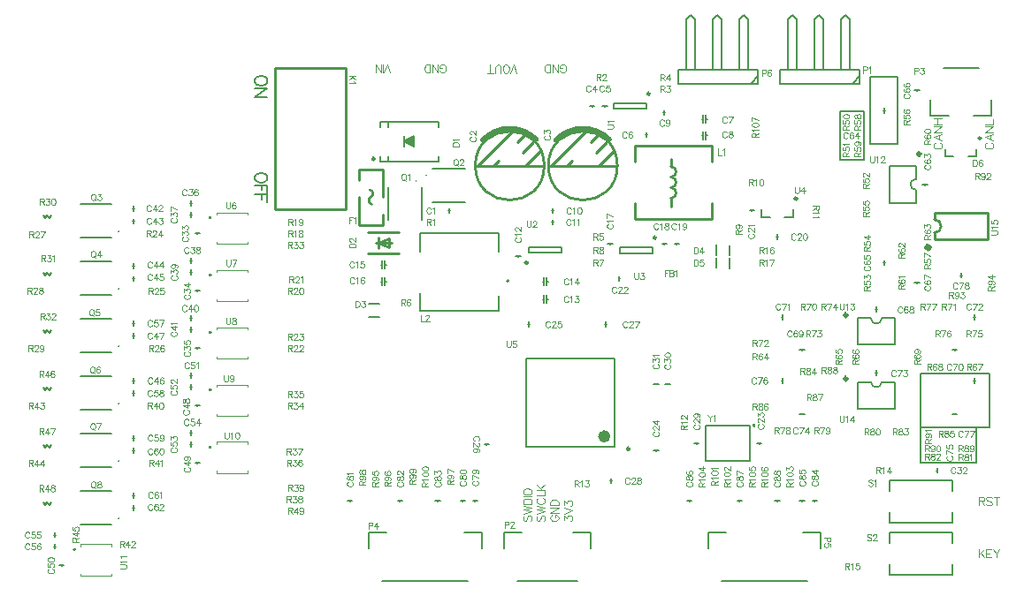
<source format=gto>
G04*
G04 #@! TF.GenerationSoftware,Altium Limited,Altium Designer,23.3.1 (30)*
G04*
G04 Layer_Color=65535*
%FSLAX25Y25*%
%MOIN*%
G70*
G04*
G04 #@! TF.SameCoordinates,E5E33378-C9C0-40F0-BAD3-03F64417F324*
G04*
G04*
G04 #@! TF.FilePolarity,Positive*
G04*
G01*
G75*
%ADD10C,0.01181*%
%ADD11C,0.00787*%
%ADD12C,0.01000*%
%ADD13C,0.01968*%
%ADD14C,0.00984*%
%ADD15C,0.02362*%
%ADD16C,0.01984*%
%ADD17C,0.00600*%
%ADD18C,0.00591*%
%ADD19C,0.00400*%
%ADD20C,0.00394*%
%ADD21C,0.00800*%
%ADD22C,0.00492*%
D10*
X314658Y77880D02*
G03*
X314658Y77880I-591J0D01*
G01*
Y101895D02*
G03*
X314658Y101895I-591J0D01*
G01*
X342262Y162697D02*
G03*
X342262Y162697I-591J0D01*
G01*
X279479Y60201D02*
G03*
X279457Y60236I18J35D01*
G01*
X74449Y138584D02*
G03*
X74449Y138584I-39J0D01*
G01*
Y52068D02*
G03*
X74449Y52068I-39J0D01*
G01*
Y116931D02*
G03*
X74449Y116931I-39J0D01*
G01*
Y95277D02*
G03*
X74449Y95277I-39J0D01*
G01*
X23268Y13387D02*
G03*
X23268Y13387I-39J0D01*
G01*
X74449Y73624D02*
G03*
X74449Y73624I-39J0D01*
G01*
D11*
X323583Y76654D02*
G03*
X327583Y76654I2000J0D01*
G01*
X323583Y100669D02*
G03*
X327583Y100669I2000J0D01*
G01*
X340445Y153181D02*
G03*
X340445Y149181I0J-2000D01*
G01*
X187008Y114764D02*
G03*
X187008Y114764I-394J0D01*
G01*
X155906Y154724D02*
G03*
X155906Y154724I-197J0D01*
G01*
X152165Y152559D02*
G03*
X152165Y152559I-197J0D01*
G01*
X39961Y46850D02*
G03*
X39961Y46850I-197J0D01*
G01*
Y90158D02*
G03*
X39961Y90158I-197J0D01*
G01*
Y111811D02*
G03*
X39961Y111811I-197J0D01*
G01*
Y133465D02*
G03*
X39961Y133465I-197J0D01*
G01*
Y25197D02*
G03*
X39961Y25197I-197J0D01*
G01*
Y68504D02*
G03*
X39961Y68504I-197J0D01*
G01*
X323235Y166605D02*
X333471D01*
X323235Y191899D02*
X333471D01*
Y166605D02*
Y191899D01*
X323235Y166605D02*
Y191899D01*
X342126Y46063D02*
X363386D01*
X342126Y59449D02*
X363386D01*
Y46063D02*
Y59449D01*
X342126Y46063D02*
Y59449D01*
X368110D01*
X342126Y79921D02*
X368110D01*
Y59449D02*
Y79921D01*
X342126Y59449D02*
Y79921D01*
X311811Y160630D02*
X320866D01*
X311811Y178740D02*
X320866D01*
Y160630D02*
Y178740D01*
X311811Y160630D02*
Y178740D01*
X346063Y177165D02*
X352756D01*
X346063D02*
Y183071D01*
X362205Y177165D02*
X368898D01*
Y183071D01*
X350787Y195287D02*
X364173D01*
X318583Y66654D02*
Y76654D01*
Y66654D02*
X332583D01*
Y76654D01*
X318583D02*
X323583D01*
X327583D02*
X332583D01*
X318583Y90669D02*
Y100669D01*
Y90669D02*
X332583D01*
Y100669D01*
X318583D02*
X323583D01*
X327583D02*
X332583D01*
X330709Y15748D02*
Y19685D01*
X354331D01*
Y15748D02*
Y19685D01*
X330709Y3937D02*
Y7874D01*
Y3937D02*
X354331D01*
Y7874D01*
X330709Y35433D02*
Y39370D01*
X354331D01*
Y35433D02*
Y39370D01*
X330709Y23622D02*
Y27559D01*
Y23622D02*
X354331D01*
Y27559D01*
X330445Y158181D02*
X340445D01*
X330445Y144181D02*
Y158181D01*
Y144181D02*
X340445D01*
Y153181D02*
Y158181D01*
Y144181D02*
Y149181D01*
X211221Y19685D02*
X217913D01*
Y13780D02*
Y19685D01*
X185236D02*
X191929D01*
X185236Y13780D02*
Y19685D01*
X190157Y1575D02*
X212992D01*
X277921Y46850D02*
Y60236D01*
X261386D02*
X277921D01*
X261386Y46850D02*
Y60236D01*
Y46850D02*
X277921D01*
X226969Y52163D02*
Y85628D01*
X193504Y52163D02*
Y85628D01*
Y52163D02*
X226969D01*
X193504Y85628D02*
X226969D01*
X298031Y19685D02*
X304724D01*
Y13780D02*
Y19685D01*
X262205D02*
X268898D01*
X262205Y13780D02*
Y19685D01*
X267323Y1575D02*
X299606D01*
X170079Y19685D02*
X176772D01*
Y13780D02*
Y19685D01*
X134252D02*
X140945D01*
X134252Y13780D02*
Y19685D01*
X139370Y1575D02*
X171653D01*
X183268Y125984D02*
Y132874D01*
Y125984D02*
Y132874D01*
X153740D02*
X183268D01*
X153740D02*
X183268D01*
X153740Y125984D02*
Y132874D01*
Y125984D02*
Y132874D01*
Y103347D02*
Y110236D01*
Y103347D02*
Y110236D01*
Y103347D02*
X183268D01*
X153740D02*
X183268D01*
Y109252D01*
Y103347D02*
Y109252D01*
X289331Y189000D02*
X312331D01*
X319331D01*
X316831Y189500D02*
X319331Y192000D01*
Y189000D02*
Y194500D01*
X289331D02*
X319331D01*
X289331Y189000D02*
Y194500D01*
X292367Y213366D02*
X294034Y215033D01*
X292367Y194500D02*
Y213330D01*
X295700Y194500D02*
Y213366D01*
X294034Y215033D02*
X295700Y213366D01*
X304034Y215033D02*
X305700Y213366D01*
Y194500D02*
Y213366D01*
X302367Y194500D02*
Y213330D01*
Y213366D02*
X304034Y215033D01*
X312367Y213366D02*
X314034Y215033D01*
X312331Y213330D02*
X312367Y213366D01*
Y194500D02*
Y213330D01*
X315700Y194500D02*
Y213366D01*
X314034Y215033D02*
X315700Y213366D01*
X282283Y138976D02*
X285433D01*
X282283D02*
Y141732D01*
X290945Y138976D02*
X294094D01*
Y141732D01*
X351575Y161811D02*
X354724D01*
X351575D02*
Y164567D01*
X360236Y161811D02*
X363386D01*
Y164567D01*
X194685Y127362D02*
X206890D01*
X194685Y125394D02*
X206890D01*
Y127362D01*
X194685Y125394D02*
Y127362D01*
X226575Y179724D02*
X238779D01*
X226575Y181693D02*
X238779D01*
X226575Y179724D02*
Y181693D01*
X238779Y179724D02*
Y181693D01*
X158268Y157087D02*
X170472D01*
X158268Y144488D02*
X170472D01*
X154331Y137795D02*
Y150000D01*
X141732Y137795D02*
Y150000D01*
X138583Y172835D02*
Y174803D01*
X160630Y172835D02*
Y174803D01*
X138583Y159843D02*
Y161811D01*
X160630Y159843D02*
Y161811D01*
X138583Y174803D02*
X160630D01*
X138583Y159843D02*
X160630D01*
X141732Y159843D02*
Y161811D01*
Y172835D02*
Y174803D01*
X241142Y125197D02*
Y127559D01*
X228937Y125197D02*
Y127559D01*
X241142D01*
X228937Y125197D02*
X241142D01*
X251000Y189000D02*
X274000D01*
X281000D01*
X278500Y189500D02*
X281000Y192000D01*
Y189000D02*
Y194500D01*
X251000D02*
X281000D01*
X251000Y189000D02*
Y194500D01*
X254036Y213366D02*
X255703Y215033D01*
X254036Y194500D02*
Y213330D01*
X257369Y194500D02*
Y213366D01*
X255703Y215033D02*
X257369Y213366D01*
X265703Y215033D02*
X267370Y213366D01*
Y194500D02*
Y213366D01*
X264036Y194500D02*
Y213330D01*
Y213366D02*
X265703Y215033D01*
X274036Y213366D02*
X275703Y215033D01*
X274000Y213330D02*
X274036Y213366D01*
Y194500D02*
Y213330D01*
X277369Y194500D02*
Y213366D01*
X275703Y215033D02*
X277369Y213366D01*
X96062Y190776D02*
X95837Y191226D01*
X95387Y191676D01*
X94937Y191901D01*
X94263Y192126D01*
X93138D01*
X92463Y191901D01*
X92013Y191676D01*
X91563Y191226D01*
X91339Y190776D01*
Y189877D01*
X91563Y189427D01*
X92013Y188977D01*
X92463Y188752D01*
X93138Y188527D01*
X94263D01*
X94937Y188752D01*
X95387Y188977D01*
X95837Y189427D01*
X96062Y189877D01*
Y190776D01*
Y187425D02*
X91339D01*
X96062D02*
X91339Y184276D01*
X96062D02*
X91339D01*
X96062Y154162D02*
X95837Y154612D01*
X95387Y155062D01*
X94937Y155287D01*
X94263Y155512D01*
X93138D01*
X92463Y155287D01*
X92013Y155062D01*
X91563Y154612D01*
X91339Y154162D01*
Y153263D01*
X91563Y152813D01*
X92013Y152363D01*
X92463Y152138D01*
X93138Y151913D01*
X94263D01*
X94937Y152138D01*
X95387Y152363D01*
X95837Y152813D01*
X96062Y153263D01*
Y154162D01*
Y150811D02*
X91339D01*
X96062D02*
Y147887D01*
X93813Y150811D02*
Y149012D01*
X96062Y147347D02*
X91339D01*
X96062D02*
Y144423D01*
X93813Y147347D02*
Y145548D01*
D12*
X347480Y132933D02*
G03*
X347480Y137933I0J2500D01*
G01*
X248114Y153969D02*
G03*
X248114Y157969I0J2000D01*
G01*
Y145969D02*
G03*
X248114Y149969I0J2000D01*
G01*
D02*
G03*
X248114Y153969I0J2000D01*
G01*
X227953Y158268D02*
G03*
X227953Y158268I-12992J0D01*
G01*
X200394D02*
G03*
X200394Y158268I-12992J0D01*
G01*
X135039Y146457D02*
G03*
X135401Y143709I750J-1299D01*
G01*
X135039Y146457D02*
G03*
X134678Y149205I-750J1299D01*
G01*
X347480Y130433D02*
Y132933D01*
Y137933D02*
Y140433D01*
X367480D01*
Y130433D02*
Y140433D01*
X347480Y130433D02*
X367480D01*
X248114Y142969D02*
Y145969D01*
Y157969D02*
Y160969D01*
X234714Y138268D02*
Y144069D01*
Y138268D02*
X263514D01*
Y144069D01*
X234714Y159869D02*
Y165668D01*
X263514D01*
Y159869D02*
Y165668D01*
X219882Y163189D02*
X223961Y167268D01*
X208961Y158268D02*
X210929Y160236D01*
X217819Y167126D02*
X220961Y170268D01*
X202559Y158268D02*
X227362D01*
X220961D02*
X226461Y163768D01*
X202961Y158268D02*
X216961Y172268D01*
X175402Y158268D02*
X189402Y172268D01*
X193402Y158268D02*
X198902Y163768D01*
X175000Y158268D02*
X199803D01*
X190260Y167126D02*
X193402Y170268D01*
X181402Y158268D02*
X183370Y160236D01*
X192323Y163189D02*
X196402Y167268D01*
X133858Y133071D02*
X145669D01*
X133858Y125197D02*
X145669D01*
X137764Y127134D02*
Y131134D01*
X136764Y129134D02*
X142764D01*
X137764D02*
X141764Y130734D01*
Y127534D02*
Y130734D01*
X137764Y129134D02*
X141764Y127534D01*
X150506Y166223D02*
Y168523D01*
X148506Y167323D02*
X150506Y166223D01*
X148506Y167323D02*
X150506Y168523D01*
X148506Y167323D02*
X150606D01*
X130539Y135957D02*
Y139957D01*
Y135957D02*
X139539D01*
Y139957D01*
Y146457D02*
Y155457D01*
X130539Y137457D02*
Y146457D01*
Y152957D02*
Y156957D01*
X139539D01*
Y152957D02*
Y156957D01*
X125591Y169291D02*
Y195276D01*
Y141732D02*
Y167717D01*
X98819Y141732D02*
Y195276D01*
X125591D01*
Y167717D02*
Y169291D01*
X98819Y141732D02*
X125591D01*
D13*
X345589Y127433D02*
G03*
X345589Y127433I-608J0D01*
G01*
D14*
X232579Y51376D02*
G03*
X232579Y51376I-492J0D01*
G01*
X295768Y145866D02*
G03*
X295768Y145866I-492J0D01*
G01*
X365059Y168701D02*
G03*
X365059Y168701I-492J0D01*
G01*
X194193Y121653D02*
G03*
X194193Y121653I-492J0D01*
G01*
X240256Y185433D02*
G03*
X240256Y185433I-492J0D01*
G01*
X136516Y160827D02*
G03*
X136516Y160827I-492J0D01*
G01*
X242618Y131102D02*
G03*
X242618Y131102I-492J0D01*
G01*
D15*
X224213Y56100D02*
G03*
X224213Y56100I-1181J0D01*
G01*
D16*
X224885Y168192D02*
G03*
X204797Y167947I-9925J-9925D01*
G01*
X197326Y168192D02*
G03*
X177238Y167947I-9925J-9925D01*
G01*
D17*
X355090Y64354D02*
Y64653D01*
Y64954D01*
X354190Y64653D02*
X355991D01*
X362591Y76253D02*
Y78053D01*
Y77153D02*
X362891D01*
X362291D02*
X362591D01*
X297590Y64354D02*
Y64653D01*
Y64954D01*
X296691Y64653D02*
X298491D01*
X290090Y76253D02*
Y78053D01*
X289791Y77153D02*
X290090D01*
X290390D01*
X297590Y88369D02*
Y88669D01*
Y88969D01*
X296691Y88669D02*
X298491D01*
X290090Y101169D02*
X290390D01*
X289791D02*
X290090D01*
Y100269D02*
Y102069D01*
X325590Y79254D02*
Y81054D01*
X325290Y80154D02*
X325590D01*
X325890D01*
X354190Y88669D02*
X355991D01*
X355090D02*
Y88969D01*
Y88369D02*
Y88669D01*
X362291Y101169D02*
X362591D01*
X362891D01*
X362591Y100269D02*
Y102069D01*
X325590Y104169D02*
X325890D01*
X325290D02*
X325590D01*
Y103269D02*
Y105069D01*
X340945Y114173D02*
Y114473D01*
Y113873D02*
Y114173D01*
X340045D02*
X341845D01*
X328445Y120773D02*
Y122573D01*
Y121673D02*
X328745D01*
X328145D02*
X328445D01*
X343045Y151173D02*
X344845D01*
X343945D02*
Y151473D01*
Y150873D02*
Y151173D01*
X340945Y186373D02*
Y186673D01*
Y186973D01*
X340045Y186673D02*
X341845D01*
X328445Y178273D02*
Y180073D01*
Y179173D02*
X328745D01*
X328145D02*
X328445D01*
X256943Y53543D02*
X258742D01*
X257842Y53243D02*
Y53543D01*
Y53843D01*
X281465Y53243D02*
Y53543D01*
Y53843D01*
X280565Y53543D02*
X282365D01*
X168785Y31890D02*
X170585D01*
X169685D02*
Y32190D01*
Y31590D02*
Y31890D01*
X173509D02*
X175309D01*
X174409D02*
Y32190D01*
Y31590D02*
Y31890D01*
X178740Y52848D02*
Y53148D01*
Y53448D01*
X177840Y53148D02*
X179640D01*
X223322Y98423D02*
X223622D01*
X223922D01*
X223622Y97523D02*
Y99323D01*
X194188Y98423D02*
X194488D01*
X194788D01*
X194488Y97523D02*
Y99323D01*
X255118Y31890D02*
Y32190D01*
Y31590D02*
Y31890D01*
X254218D02*
X256018D01*
X274016D02*
Y32190D01*
Y31590D02*
Y31890D01*
X273116D02*
X274916D01*
X287289D02*
X289089D01*
X288189Y31590D02*
Y31890D01*
Y32190D01*
X225590Y39370D02*
X225890D01*
X225290D02*
X225590D01*
Y38470D02*
Y40270D01*
X242520Y75982D02*
Y76282D01*
Y75682D02*
Y75982D01*
X241620D02*
X243420D01*
X246850D02*
Y76282D01*
Y75682D02*
Y75982D01*
X245950D02*
X247750D01*
X242520Y50785D02*
Y51086D01*
Y50485D02*
Y50785D01*
X241620D02*
X243420D01*
X301462Y31890D02*
X303262D01*
X302362D02*
Y32190D01*
Y31590D02*
Y31890D01*
X296738D02*
X298538D01*
X297638D02*
Y32190D01*
Y31590D02*
Y31890D01*
X127165D02*
Y32190D01*
Y31590D02*
Y31890D01*
X126265D02*
X128065D01*
X146063D02*
Y32190D01*
Y31590D02*
Y31890D01*
X145163D02*
X146963D01*
X159336D02*
X161136D01*
X160236Y31590D02*
Y31890D01*
Y32190D01*
X277840Y141339D02*
X279640D01*
X278740Y141039D02*
Y141339D01*
Y141639D01*
X288189Y130596D02*
Y132396D01*
Y131496D02*
X288489D01*
X287889D02*
X288189D01*
X357180Y116929D02*
X357480D01*
X357780D01*
X357480Y116029D02*
Y117829D01*
X245669Y128440D02*
Y128740D01*
Y129040D01*
X244769Y128740D02*
X246569D01*
X18504Y7180D02*
Y7480D01*
Y7780D01*
X17604Y7480D02*
X19404D01*
X15645Y14567D02*
X15945D01*
X16245D01*
X15945Y13667D02*
Y15467D01*
X69685Y110724D02*
Y111024D01*
Y111324D01*
X68785Y111024D02*
X70585D01*
X66826Y118111D02*
X67126D01*
X67426D01*
X67126Y117211D02*
Y119011D01*
X66826Y122441D02*
X67126D01*
X67426D01*
X67126Y121541D02*
Y123341D01*
X69685Y132377D02*
Y132677D01*
Y132977D01*
X68785Y132677D02*
X70585D01*
X66826Y139763D02*
X67126D01*
X67426D01*
X67126Y138864D02*
Y140664D01*
X66826Y144094D02*
X67126D01*
X67426D01*
X67126Y143194D02*
Y144994D01*
X203243Y137008D02*
X203543D01*
X203843D01*
X203543Y136108D02*
Y137908D01*
X203243Y141339D02*
X203543D01*
X203843D01*
X203543Y140439D02*
Y142239D01*
X190551Y124016D02*
Y124316D01*
Y123716D02*
Y124016D01*
X189651D02*
X191451D01*
X238676Y170079D02*
X238976D01*
X239276D01*
X238976Y169179D02*
Y170979D01*
X223228Y180409D02*
Y180709D01*
Y181009D01*
X222328Y180709D02*
X224128D01*
X218504Y180409D02*
Y180709D01*
Y181009D01*
X217604Y180709D02*
X219404D01*
X245669Y178347D02*
X245969D01*
X245369D02*
X245669D01*
Y177446D02*
Y179246D01*
X164267Y141339D02*
X164567D01*
X164867D01*
X164567Y140439D02*
Y142239D01*
X260311Y174484D02*
Y177484D01*
X261311Y174484D02*
Y177484D01*
Y175984D02*
X261811D01*
X259811D02*
X260311D01*
Y168185D02*
Y171185D01*
X261311Y168185D02*
Y171185D01*
Y169685D02*
X261811D01*
X259811D02*
X260311D01*
X45669Y28234D02*
Y30034D01*
Y29134D02*
X45969D01*
X45369D02*
X45669D01*
Y49887D02*
Y51687D01*
Y50787D02*
X45969D01*
X45369D02*
X45669D01*
Y71541D02*
Y73341D01*
Y72441D02*
X45969D01*
X45369D02*
X45669D01*
X11417Y31102D02*
X12205Y30315D01*
X12992Y31102D01*
X13780Y30315D01*
X14567Y31102D01*
X11417Y52756D02*
X12205Y51968D01*
X12992Y52756D01*
X13780Y51968D01*
X14567Y52756D01*
X11417Y74410D02*
X12205Y73622D01*
X12992Y74410D01*
X13780Y73622D01*
X14567Y74410D01*
X11417Y96063D02*
X12205Y95276D01*
X12992Y96063D01*
X13780Y95276D01*
X14567Y96063D01*
X11417Y117717D02*
X12205Y116929D01*
X12992Y117717D01*
X13780Y116929D01*
X14567Y117717D01*
X11417Y139370D02*
X12205Y138583D01*
X12992Y139370D01*
X13780Y138583D01*
X14567Y139370D01*
X140264Y114567D02*
X140764D01*
X138764D02*
X139264D01*
Y113067D02*
Y116067D01*
X140264Y113067D02*
Y116067D01*
Y120866D02*
X140764D01*
X138764D02*
X139264D01*
Y119366D02*
Y122366D01*
X140264Y119366D02*
Y122366D01*
X201287Y114567D02*
X201787D01*
X199787D02*
X200287D01*
Y113067D02*
Y116067D01*
X201287Y113067D02*
Y116067D01*
X201287Y107874D02*
X201787D01*
X199787D02*
X200287D01*
Y106374D02*
Y109374D01*
X201287Y106374D02*
Y109374D01*
X45669Y32958D02*
Y34758D01*
Y33858D02*
X45969D01*
X45369D02*
X45669D01*
Y54612D02*
Y56412D01*
Y55512D02*
X45969D01*
X45369D02*
X45669D01*
Y97919D02*
Y99719D01*
Y98819D02*
X45969D01*
X45369D02*
X45669D01*
X15945Y17997D02*
Y19797D01*
Y18897D02*
X16245D01*
X15645D02*
X15945D01*
X67126Y56581D02*
Y58381D01*
Y57481D02*
X67426D01*
X66826D02*
X67126D01*
Y52250D02*
Y54050D01*
Y53150D02*
X67426D01*
X66826D02*
X67126D01*
Y73904D02*
Y75704D01*
Y74804D02*
X67426D01*
X66826D02*
X67126D01*
Y78234D02*
Y80034D01*
Y79134D02*
X67426D01*
X66826D02*
X67126D01*
X68785Y46063D02*
X70585D01*
X69685D02*
Y46363D01*
Y45763D02*
Y46063D01*
X68785Y67716D02*
X70585D01*
X69685D02*
Y68016D01*
Y67417D02*
Y67716D01*
X67126Y95557D02*
Y97357D01*
Y96457D02*
X67426D01*
X66826D02*
X67126D01*
Y99888D02*
Y101688D01*
Y100788D02*
X67426D01*
X66826D02*
X67126D01*
X68785Y89370D02*
X70585D01*
X69685D02*
Y89670D01*
Y89070D02*
Y89370D01*
X348425Y42407D02*
Y44207D01*
Y43307D02*
X348725D01*
X348125D02*
X348425D01*
X228740Y114848D02*
Y116648D01*
X228440Y115748D02*
X228740D01*
X229040D01*
X249494Y128740D02*
X251294D01*
X250394D02*
Y129040D01*
Y128440D02*
Y128740D01*
X224297D02*
X226097D01*
X225197Y128440D02*
Y128740D01*
Y129040D01*
X45669Y93195D02*
Y94994D01*
Y94095D02*
X45969D01*
X45369D02*
X45669D01*
Y76265D02*
Y78065D01*
Y77165D02*
X45969D01*
X45369D02*
X45669D01*
Y114848D02*
Y116648D01*
Y115748D02*
X45969D01*
X45369D02*
X45669D01*
Y119572D02*
Y121372D01*
Y120472D02*
X45969D01*
X45369D02*
X45669D01*
Y136502D02*
Y138302D01*
Y137402D02*
X45969D01*
X45369D02*
X45669D01*
Y141226D02*
Y143026D01*
Y142126D02*
X45969D01*
X45369D02*
X45669D01*
D18*
X270354Y119653D02*
Y123591D01*
X265354Y119685D02*
Y123622D01*
X270354Y124378D02*
Y128315D01*
X265354Y124409D02*
Y128347D01*
X134221Y101299D02*
X138157D01*
X134252Y106299D02*
X138189D01*
X25591Y57087D02*
X37402D01*
X25591Y44488D02*
X37402D01*
X25591Y100394D02*
X37402D01*
X25591Y87795D02*
X37402D01*
X25591Y122047D02*
X37402D01*
X25591Y109449D02*
X37402D01*
X25591Y131102D02*
X37402D01*
X25591Y143701D02*
X37402D01*
X25591Y22835D02*
X37402D01*
X25591Y35433D02*
X37402D01*
X25591Y66142D02*
X37402D01*
X25591Y78740D02*
X37402D01*
D19*
X76772Y140553D02*
X88583D01*
Y139785D02*
Y140553D01*
X76772Y139785D02*
Y140553D01*
Y54037D02*
X88583D01*
Y53269D02*
Y54037D01*
X76772Y53269D02*
Y54037D01*
Y118131D02*
Y118899D01*
X88583Y118131D02*
Y118899D01*
X76772D02*
X88583D01*
X76772Y96478D02*
Y97246D01*
X88583Y96478D02*
Y97246D01*
X76772D02*
X88583D01*
X25591Y14588D02*
Y15356D01*
X37402Y14588D02*
Y15356D01*
X25591D02*
X37402D01*
X76772Y74824D02*
Y75592D01*
X88583Y74824D02*
Y75592D01*
X76772D02*
X88583D01*
D20*
X76772Y128742D02*
X88583D01*
Y129509D01*
X76772Y128742D02*
Y129509D01*
Y42226D02*
X88583D01*
Y42994D01*
X76772Y42226D02*
Y42994D01*
Y107088D02*
Y107856D01*
X88583Y107088D02*
Y107856D01*
X76772Y107088D02*
X88583D01*
X76772Y85435D02*
Y86202D01*
X88583Y85435D02*
Y86202D01*
X76772Y85435D02*
X88583D01*
X25591Y3545D02*
Y4312D01*
X37402Y3545D02*
Y4312D01*
X25591Y3545D02*
X37402D01*
X76772Y63781D02*
Y64549D01*
X88583Y63781D02*
Y64549D01*
X76772Y63781D02*
X88583D01*
D21*
X147638Y167323D02*
X151138Y165323D01*
Y169323D01*
X147638Y167323D02*
X151138Y169323D01*
X147638Y165323D02*
Y169323D01*
D22*
X331755Y59055D02*
Y56693D01*
Y59055D02*
X332768D01*
X333105Y58942D01*
X333217Y58830D01*
X333330Y58605D01*
Y58380D01*
X333217Y58155D01*
X333105Y58043D01*
X332768Y57930D01*
X331755D01*
X332543D02*
X333330Y56693D01*
X334421Y59055D02*
X334083Y58942D01*
X333971Y58718D01*
Y58493D01*
X334083Y58268D01*
X334308Y58155D01*
X334758Y58043D01*
X335096Y57930D01*
X335320Y57705D01*
X335433Y57480D01*
Y57143D01*
X335320Y56918D01*
X335208Y56806D01*
X334871Y56693D01*
X334421D01*
X334083Y56806D01*
X333971Y56918D01*
X333858Y57143D01*
Y57480D01*
X333971Y57705D01*
X334196Y57930D01*
X334533Y58043D01*
X334983Y58155D01*
X335208Y58268D01*
X335320Y58493D01*
Y58718D01*
X335208Y58942D01*
X334871Y59055D01*
X334421D01*
X336186D02*
X337423D01*
X336749Y58155D01*
X337086D01*
X337311Y58043D01*
X337423Y57930D01*
X337536Y57593D01*
Y57368D01*
X337423Y57031D01*
X337198Y56806D01*
X336861Y56693D01*
X336524D01*
X336186Y56806D01*
X336074Y56918D01*
X335962Y57143D01*
X321126Y59055D02*
Y56693D01*
Y59055D02*
X322138D01*
X322475Y58942D01*
X322587Y58830D01*
X322700Y58605D01*
Y58380D01*
X322587Y58155D01*
X322475Y58043D01*
X322138Y57930D01*
X321126D01*
X321913D02*
X322700Y56693D01*
X323791Y59055D02*
X323453Y58942D01*
X323341Y58718D01*
Y58493D01*
X323453Y58268D01*
X323678Y58155D01*
X324128Y58043D01*
X324466Y57930D01*
X324691Y57705D01*
X324803Y57480D01*
Y57143D01*
X324691Y56918D01*
X324578Y56806D01*
X324241Y56693D01*
X323791D01*
X323453Y56806D01*
X323341Y56918D01*
X323229Y57143D01*
Y57480D01*
X323341Y57705D01*
X323566Y57930D01*
X323903Y58043D01*
X324353Y58155D01*
X324578Y58268D01*
X324691Y58493D01*
Y58718D01*
X324578Y58942D01*
X324241Y59055D01*
X323791D01*
X326006D02*
X325669Y58942D01*
X325444Y58605D01*
X325332Y58043D01*
Y57705D01*
X325444Y57143D01*
X325669Y56806D01*
X326006Y56693D01*
X326231D01*
X326569Y56806D01*
X326794Y57143D01*
X326906Y57705D01*
Y58043D01*
X326794Y58605D01*
X326569Y58942D01*
X326231Y59055D01*
X326006D01*
X343960Y49606D02*
Y47244D01*
Y49606D02*
X344972D01*
X345310Y49494D01*
X345422Y49381D01*
X345535Y49156D01*
Y48931D01*
X345422Y48706D01*
X345310Y48594D01*
X344972Y48481D01*
X343960D01*
X344747D02*
X345535Y47244D01*
X346625Y49606D02*
X346288Y49494D01*
X346176Y49269D01*
Y49044D01*
X346288Y48819D01*
X346513Y48706D01*
X346963Y48594D01*
X347300Y48481D01*
X347525Y48256D01*
X347638Y48032D01*
Y47694D01*
X347525Y47469D01*
X347413Y47357D01*
X347075Y47244D01*
X346625D01*
X346288Y47357D01*
X346176Y47469D01*
X346063Y47694D01*
Y48032D01*
X346176Y48256D01*
X346400Y48481D01*
X346738Y48594D01*
X347188Y48706D01*
X347413Y48819D01*
X347525Y49044D01*
Y49269D01*
X347413Y49494D01*
X347075Y49606D01*
X346625D01*
X348279Y49044D02*
Y49156D01*
X348391Y49381D01*
X348504Y49494D01*
X348728Y49606D01*
X349178D01*
X349403Y49494D01*
X349516Y49381D01*
X349628Y49156D01*
Y48931D01*
X349516Y48706D01*
X349291Y48369D01*
X348166Y47244D01*
X349741D01*
X356638Y49429D02*
Y47067D01*
Y49429D02*
X357650D01*
X357988Y49316D01*
X358100Y49204D01*
X358213Y48979D01*
Y48754D01*
X358100Y48529D01*
X357988Y48417D01*
X357650Y48304D01*
X356638D01*
X357426D02*
X358213Y47067D01*
X359304Y49429D02*
X358966Y49316D01*
X358854Y49092D01*
Y48867D01*
X358966Y48642D01*
X359191Y48529D01*
X359641Y48417D01*
X359979Y48304D01*
X360203Y48079D01*
X360316Y47854D01*
Y47517D01*
X360203Y47292D01*
X360091Y47180D01*
X359753Y47067D01*
X359304D01*
X358966Y47180D01*
X358854Y47292D01*
X358741Y47517D01*
Y47854D01*
X358854Y48079D01*
X359079Y48304D01*
X359416Y48417D01*
X359866Y48529D01*
X360091Y48642D01*
X360203Y48867D01*
Y49092D01*
X360091Y49316D01*
X359753Y49429D01*
X359304D01*
X360844Y48979D02*
X361069Y49092D01*
X361407Y49429D01*
Y47067D01*
X356615Y52756D02*
Y50394D01*
Y52756D02*
X357627D01*
X357964Y52643D01*
X358077Y52531D01*
X358189Y52306D01*
Y52081D01*
X358077Y51856D01*
X357964Y51744D01*
X357627Y51631D01*
X356615D01*
X357402D02*
X358189Y50394D01*
X359280Y52756D02*
X358943Y52643D01*
X358830Y52418D01*
Y52193D01*
X358943Y51968D01*
X359168Y51856D01*
X359617Y51744D01*
X359955Y51631D01*
X360180Y51406D01*
X360292Y51181D01*
Y50844D01*
X360180Y50619D01*
X360067Y50506D01*
X359730Y50394D01*
X359280D01*
X358943Y50506D01*
X358830Y50619D01*
X358718Y50844D01*
Y51181D01*
X358830Y51406D01*
X359055Y51631D01*
X359393Y51744D01*
X359842Y51856D01*
X360067Y51968D01*
X360180Y52193D01*
Y52418D01*
X360067Y52643D01*
X359730Y52756D01*
X359280D01*
X362283Y51968D02*
X362170Y51631D01*
X361946Y51406D01*
X361608Y51294D01*
X361496D01*
X361158Y51406D01*
X360933Y51631D01*
X360821Y51968D01*
Y52081D01*
X360933Y52418D01*
X361158Y52643D01*
X361496Y52756D01*
X361608D01*
X361946Y52643D01*
X362170Y52418D01*
X362283Y51968D01*
Y51406D01*
X362170Y50844D01*
X361946Y50506D01*
X361608Y50394D01*
X361383D01*
X361046Y50506D01*
X360933Y50731D01*
X352531Y48673D02*
X352306Y48561D01*
X352081Y48336D01*
X351969Y48111D01*
Y47661D01*
X352081Y47436D01*
X352306Y47211D01*
X352531Y47098D01*
X352868Y46986D01*
X353431D01*
X353768Y47098D01*
X353993Y47211D01*
X354218Y47436D01*
X354330Y47661D01*
Y48111D01*
X354218Y48336D01*
X353993Y48561D01*
X353768Y48673D01*
X351969Y50911D02*
X354330Y49786D01*
X351969Y49336D02*
Y50911D01*
Y52789D02*
Y51664D01*
X352981Y51552D01*
X352868Y51664D01*
X352756Y52002D01*
Y52339D01*
X352868Y52677D01*
X353093Y52902D01*
X353431Y53014D01*
X353656D01*
X353993Y52902D01*
X354218Y52677D01*
X354330Y52339D01*
Y52002D01*
X354218Y51664D01*
X354105Y51552D01*
X353881Y51439D01*
X343960Y52756D02*
Y50394D01*
Y52756D02*
X344972D01*
X345310Y52643D01*
X345422Y52531D01*
X345535Y52306D01*
Y52081D01*
X345422Y51856D01*
X345310Y51744D01*
X344972Y51631D01*
X343960D01*
X344747D02*
X345535Y50394D01*
X347525Y51968D02*
X347413Y51631D01*
X347188Y51406D01*
X346850Y51294D01*
X346738D01*
X346400Y51406D01*
X346176Y51631D01*
X346063Y51968D01*
Y52081D01*
X346176Y52418D01*
X346400Y52643D01*
X346738Y52756D01*
X346850D01*
X347188Y52643D01*
X347413Y52418D01*
X347525Y51968D01*
Y51406D01*
X347413Y50844D01*
X347188Y50506D01*
X346850Y50394D01*
X346625D01*
X346288Y50506D01*
X346176Y50731D01*
X348841Y52756D02*
X348504Y52643D01*
X348279Y52306D01*
X348166Y51744D01*
Y51406D01*
X348279Y50844D01*
X348504Y50506D01*
X348841Y50394D01*
X349066D01*
X349403Y50506D01*
X349628Y50844D01*
X349741Y51406D01*
Y51744D01*
X349628Y52306D01*
X349403Y52643D01*
X349066Y52756D01*
X348841D01*
X358122Y57705D02*
X358009Y57930D01*
X357784Y58155D01*
X357559Y58267D01*
X357110D01*
X356885Y58155D01*
X356660Y57930D01*
X356547Y57705D01*
X356435Y57368D01*
Y56805D01*
X356547Y56468D01*
X356660Y56243D01*
X356885Y56018D01*
X357110Y55906D01*
X357559D01*
X357784Y56018D01*
X358009Y56243D01*
X358122Y56468D01*
X360360Y58267D02*
X359235Y55906D01*
X358785Y58267D02*
X360360D01*
X362463D02*
X361338Y55906D01*
X360888Y58267D02*
X362463D01*
X349078D02*
Y55906D01*
Y58267D02*
X350090D01*
X350428Y58155D01*
X350540Y58043D01*
X350653Y57818D01*
Y57593D01*
X350540Y57368D01*
X350428Y57255D01*
X350090Y57143D01*
X349078D01*
X349866D02*
X350653Y55906D01*
X351744Y58267D02*
X351406Y58155D01*
X351294Y57930D01*
Y57705D01*
X351406Y57480D01*
X351631Y57368D01*
X352081Y57255D01*
X352418Y57143D01*
X352643Y56918D01*
X352756Y56693D01*
Y56356D01*
X352643Y56131D01*
X352531Y56018D01*
X352193Y55906D01*
X351744D01*
X351406Y56018D01*
X351294Y56131D01*
X351181Y56356D01*
Y56693D01*
X351294Y56918D01*
X351519Y57143D01*
X351856Y57255D01*
X352306Y57368D01*
X352531Y57480D01*
X352643Y57705D01*
Y57930D01*
X352531Y58155D01*
X352193Y58267D01*
X351744D01*
X354634D02*
X353509D01*
X353397Y57255D01*
X353509Y57368D01*
X353847Y57480D01*
X354184D01*
X354521Y57368D01*
X354746Y57143D01*
X354859Y56805D01*
Y56581D01*
X354746Y56243D01*
X354521Y56018D01*
X354184Y55906D01*
X353847D01*
X353509Y56018D01*
X353397Y56131D01*
X353284Y56356D01*
X344004Y53609D02*
X346366D01*
X344004D02*
Y54621D01*
X344116Y54958D01*
X344229Y55071D01*
X344454Y55183D01*
X344679D01*
X344904Y55071D01*
X345016Y54958D01*
X345129Y54621D01*
Y53609D01*
Y54396D02*
X346366Y55183D01*
X344791Y57174D02*
X345129Y57061D01*
X345354Y56836D01*
X345466Y56499D01*
Y56386D01*
X345354Y56049D01*
X345129Y55824D01*
X344791Y55712D01*
X344679D01*
X344341Y55824D01*
X344116Y56049D01*
X344004Y56386D01*
Y56499D01*
X344116Y56836D01*
X344341Y57061D01*
X344791Y57174D01*
X345354D01*
X345916Y57061D01*
X346253Y56836D01*
X346366Y56499D01*
Y56274D01*
X346253Y55937D01*
X346028Y55824D01*
X344454Y57815D02*
X344341Y58040D01*
X344004Y58377D01*
X346366D01*
X364272Y13484D02*
Y10335D01*
X366371Y13484D02*
X364272Y11384D01*
X365021Y12134D02*
X366371Y10335D01*
X369025Y13484D02*
X367076D01*
Y10335D01*
X369025D01*
X367076Y11984D02*
X368275D01*
X369550Y13484D02*
X370749Y11984D01*
Y10335D01*
X371949Y13484D02*
X370749Y11984D01*
X364272Y33169D02*
Y30020D01*
Y33169D02*
X365621D01*
X366071Y33019D01*
X366221Y32869D01*
X366371Y32569D01*
Y32269D01*
X366221Y31969D01*
X366071Y31819D01*
X365621Y31669D01*
X364272D01*
X365321D02*
X366371Y30020D01*
X369175Y32719D02*
X368875Y33019D01*
X368425Y33169D01*
X367826D01*
X367376Y33019D01*
X367076Y32719D01*
Y32419D01*
X367226Y32119D01*
X367376Y31969D01*
X367675Y31819D01*
X368575Y31519D01*
X368875Y31369D01*
X369025Y31219D01*
X369175Y30919D01*
Y30470D01*
X368875Y30170D01*
X368425Y30020D01*
X367826D01*
X367376Y30170D01*
X367076Y30470D01*
X370929Y33169D02*
Y30020D01*
X369880Y33169D02*
X371979D01*
X207776Y24414D02*
Y26063D01*
X208976Y25164D01*
Y25614D01*
X209126Y25914D01*
X209276Y26063D01*
X209726Y26213D01*
X210026D01*
X210475Y26063D01*
X210775Y25764D01*
X210925Y25314D01*
Y24864D01*
X210775Y24414D01*
X210625Y24264D01*
X210325Y24114D01*
X207776Y26918D02*
X210925Y28118D01*
X207776Y29317D02*
X210925Y28118D01*
X207776Y30022D02*
Y31672D01*
X208976Y30772D01*
Y31222D01*
X209126Y31522D01*
X209276Y31672D01*
X209726Y31822D01*
X210026D01*
X210475Y31672D01*
X210775Y31372D01*
X210925Y30922D01*
Y30472D01*
X210775Y30022D01*
X210625Y29872D01*
X210325Y29722D01*
X203408Y26363D02*
X203108Y26213D01*
X202808Y25914D01*
X202658Y25614D01*
Y25014D01*
X202808Y24714D01*
X203108Y24414D01*
X203408Y24264D01*
X203858Y24114D01*
X204608D01*
X205057Y24264D01*
X205357Y24414D01*
X205657Y24714D01*
X205807Y25014D01*
Y25614D01*
X205657Y25914D01*
X205357Y26213D01*
X205057Y26363D01*
X204608D01*
Y25614D02*
Y26363D01*
X202658Y27083D02*
X205807D01*
X202658D02*
X205807Y29182D01*
X202658D02*
X205807D01*
X202658Y30052D02*
X205807D01*
X202658D02*
Y31102D01*
X202808Y31552D01*
X203108Y31852D01*
X203408Y32002D01*
X203858Y32151D01*
X204608D01*
X205057Y32002D01*
X205357Y31852D01*
X205657Y31552D01*
X205807Y31102D01*
Y30052D01*
X197990Y26213D02*
X197690Y25914D01*
X197540Y25464D01*
Y24864D01*
X197690Y24414D01*
X197990Y24114D01*
X198290D01*
X198590Y24264D01*
X198740Y24414D01*
X198890Y24714D01*
X199189Y25614D01*
X199339Y25914D01*
X199489Y26063D01*
X199789Y26213D01*
X200239D01*
X200539Y25914D01*
X200689Y25464D01*
Y24864D01*
X200539Y24414D01*
X200239Y24114D01*
X197540Y26918D02*
X200689Y27668D01*
X197540Y28418D02*
X200689Y27668D01*
X197540Y28418D02*
X200689Y29168D01*
X197540Y29917D02*
X200689Y29168D01*
X198290Y32796D02*
X197990Y32646D01*
X197690Y32346D01*
X197540Y32046D01*
Y31447D01*
X197690Y31147D01*
X197990Y30847D01*
X198290Y30697D01*
X198740Y30547D01*
X199489D01*
X199939Y30697D01*
X200239Y30847D01*
X200539Y31147D01*
X200689Y31447D01*
Y32046D01*
X200539Y32346D01*
X200239Y32646D01*
X199939Y32796D01*
X197540Y33681D02*
X200689D01*
Y35480D01*
X197540Y35825D02*
X200689D01*
X197540Y37925D02*
X199639Y35825D01*
X198890Y36575D02*
X200689Y37925D01*
X192872Y26213D02*
X192572Y25914D01*
X192422Y25464D01*
Y24864D01*
X192572Y24414D01*
X192872Y24114D01*
X193172D01*
X193472Y24264D01*
X193622Y24414D01*
X193772Y24714D01*
X194071Y25614D01*
X194221Y25914D01*
X194371Y26063D01*
X194671Y26213D01*
X195121D01*
X195421Y25914D01*
X195571Y25464D01*
Y24864D01*
X195421Y24414D01*
X195121Y24114D01*
X192422Y26918D02*
X195571Y27668D01*
X192422Y28418D02*
X195571Y27668D01*
X192422Y28418D02*
X195571Y29168D01*
X192422Y29917D02*
X195571Y29168D01*
X192422Y30547D02*
X195571D01*
X192422D02*
Y31597D01*
X192572Y32046D01*
X192872Y32346D01*
X193172Y32496D01*
X193622Y32646D01*
X194371D01*
X194821Y32496D01*
X195121Y32346D01*
X195421Y32046D01*
X195571Y31597D01*
Y30547D01*
X192422Y33351D02*
X195571D01*
X192422Y34911D02*
X192572Y34611D01*
X192872Y34311D01*
X193172Y34161D01*
X193622Y34011D01*
X194371D01*
X194821Y34161D01*
X195121Y34311D01*
X195421Y34611D01*
X195571Y34911D01*
Y35510D01*
X195421Y35810D01*
X195121Y36110D01*
X194821Y36260D01*
X194371Y36410D01*
X193622D01*
X193172Y36260D01*
X192872Y36110D01*
X192572Y35810D01*
X192422Y35510D01*
Y34911D01*
X367187Y166915D02*
X366887Y166765D01*
X366588Y166465D01*
X366438Y166165D01*
Y165565D01*
X366588Y165265D01*
X366887Y164965D01*
X367187Y164815D01*
X367637Y164665D01*
X368387D01*
X368837Y164815D01*
X369137Y164965D01*
X369437Y165265D01*
X369587Y165565D01*
Y166165D01*
X369437Y166465D01*
X369137Y166765D01*
X368837Y166915D01*
X369587Y170199D02*
X366438Y168999D01*
X369587Y167799D01*
X368537Y168249D02*
Y169749D01*
X366438Y170933D02*
X369587D01*
X366438D02*
X369587Y173032D01*
X366438D02*
X369587D01*
X366438Y173902D02*
X369587D01*
Y175702D01*
X347896Y166915D02*
X347596Y166765D01*
X347296Y166465D01*
X347146Y166165D01*
Y165565D01*
X347296Y165265D01*
X347596Y164965D01*
X347896Y164815D01*
X348346Y164665D01*
X349096D01*
X349546Y164815D01*
X349845Y164965D01*
X350145Y165265D01*
X350295Y165565D01*
Y166165D01*
X350145Y166465D01*
X349845Y166765D01*
X349546Y166915D01*
X350295Y170199D02*
X347146Y168999D01*
X350295Y167799D01*
X349246Y168249D02*
Y169749D01*
X347146Y170933D02*
X350295D01*
X347146D02*
X350295Y173032D01*
X347146D02*
X350295D01*
X347146Y173902D02*
X350295D01*
X347146Y176002D02*
X350295D01*
X348646Y173902D02*
Y176002D01*
X190008Y193259D02*
X188808Y196408D01*
X187609Y193259D02*
X188808Y196408D01*
X186304Y193259D02*
X186604Y193409D01*
X186904Y193709D01*
X187054Y194009D01*
X187204Y194458D01*
Y195208D01*
X187054Y195658D01*
X186904Y195958D01*
X186604Y196258D01*
X186304Y196408D01*
X185704D01*
X185404Y196258D01*
X185105Y195958D01*
X184955Y195658D01*
X184805Y195208D01*
Y194458D01*
X184955Y194009D01*
X185105Y193709D01*
X185404Y193409D01*
X185704Y193259D01*
X186304D01*
X184070D02*
Y195508D01*
X183920Y195958D01*
X183620Y196258D01*
X183170Y196408D01*
X182870D01*
X182421Y196258D01*
X182121Y195958D01*
X181971Y195508D01*
Y193259D01*
X180051D02*
Y196408D01*
X181101Y193259D02*
X179002D01*
X206359Y194109D02*
X206509Y193809D01*
X206808Y193509D01*
X207108Y193359D01*
X207708D01*
X208008Y193509D01*
X208308Y193809D01*
X208458Y194109D01*
X208608Y194559D01*
Y195308D01*
X208458Y195758D01*
X208308Y196058D01*
X208008Y196358D01*
X207708Y196508D01*
X207108D01*
X206808Y196358D01*
X206509Y196058D01*
X206359Y195758D01*
Y195308D01*
X207108D02*
X206359D01*
X205639Y193359D02*
Y196508D01*
Y193359D02*
X203540Y196508D01*
Y193359D02*
Y196508D01*
X202670Y193359D02*
Y196508D01*
Y193359D02*
X201620D01*
X201170Y193509D01*
X200870Y193809D01*
X200721Y194109D01*
X200571Y194559D01*
Y195308D01*
X200721Y195758D01*
X200870Y196058D01*
X201170Y196358D01*
X201620Y196508D01*
X202670D01*
X161059Y194109D02*
X161209Y193809D01*
X161509Y193509D01*
X161808Y193359D01*
X162408D01*
X162708Y193509D01*
X163008Y193809D01*
X163158Y194109D01*
X163308Y194559D01*
Y195308D01*
X163158Y195758D01*
X163008Y196058D01*
X162708Y196358D01*
X162408Y196508D01*
X161808D01*
X161509Y196358D01*
X161209Y196058D01*
X161059Y195758D01*
Y195308D01*
X161808D02*
X161059D01*
X160339Y193359D02*
Y196508D01*
Y193359D02*
X158240Y196508D01*
Y193359D02*
Y196508D01*
X157370Y193359D02*
Y196508D01*
Y193359D02*
X156320D01*
X155870Y193509D01*
X155570Y193809D01*
X155420Y194109D01*
X155271Y194559D01*
Y195308D01*
X155420Y195758D01*
X155570Y196058D01*
X155870Y196358D01*
X156320Y196508D01*
X157370D01*
X142308Y193359D02*
X141108Y196508D01*
X139909Y193359D02*
X141108Y196508D01*
X139504Y193359D02*
Y196508D01*
X138844Y193359D02*
Y196508D01*
Y193359D02*
X136745Y196508D01*
Y193359D02*
Y196508D01*
X321429Y120388D02*
X321204Y120276D01*
X320979Y120051D01*
X320866Y119826D01*
Y119376D01*
X320979Y119151D01*
X321204Y118926D01*
X321429Y118814D01*
X321766Y118701D01*
X322328D01*
X322666Y118814D01*
X322891Y118926D01*
X323116Y119151D01*
X323228Y119376D01*
Y119826D01*
X323116Y120051D01*
X322891Y120276D01*
X322666Y120388D01*
X321204Y122401D02*
X320979Y122289D01*
X320866Y121952D01*
Y121727D01*
X320979Y121389D01*
X321316Y121164D01*
X321879Y121052D01*
X322441D01*
X322891Y121164D01*
X323116Y121389D01*
X323228Y121727D01*
Y121839D01*
X323116Y122177D01*
X322891Y122401D01*
X322553Y122514D01*
X322441D01*
X322104Y122401D01*
X321879Y122177D01*
X321766Y121839D01*
Y121727D01*
X321879Y121389D01*
X322104Y121164D01*
X322441Y121052D01*
X320866Y124381D02*
Y123256D01*
X321879Y123144D01*
X321766Y123256D01*
X321654Y123593D01*
Y123931D01*
X321766Y124268D01*
X321991Y124493D01*
X322328Y124606D01*
X322553D01*
X322891Y124493D01*
X323116Y124268D01*
X323228Y123931D01*
Y123593D01*
X323116Y123256D01*
X323003Y123144D01*
X322778Y123031D01*
X147250Y155230D02*
X147025Y155118D01*
X146800Y154893D01*
X146688Y154668D01*
X146575Y154331D01*
Y153768D01*
X146688Y153431D01*
X146800Y153206D01*
X147025Y152981D01*
X147250Y152869D01*
X147700D01*
X147925Y152981D01*
X148150Y153206D01*
X148262Y153431D01*
X148374Y153768D01*
Y154331D01*
X148262Y154668D01*
X148150Y154893D01*
X147925Y155118D01*
X147700Y155230D01*
X147250D01*
X147587Y153319D02*
X148262Y152644D01*
X148926Y154780D02*
X149151Y154893D01*
X149488Y155230D01*
Y152869D01*
X52735Y30018D02*
X52622Y30244D01*
X52397Y30468D01*
X52172Y30581D01*
X51723D01*
X51498Y30468D01*
X51273Y30244D01*
X51160Y30018D01*
X51048Y29681D01*
Y29119D01*
X51160Y28782D01*
X51273Y28556D01*
X51498Y28332D01*
X51723Y28219D01*
X52172D01*
X52397Y28332D01*
X52622Y28556D01*
X52735Y28782D01*
X54748Y30244D02*
X54635Y30468D01*
X54298Y30581D01*
X54073D01*
X53736Y30468D01*
X53511Y30131D01*
X53398Y29569D01*
Y29006D01*
X53511Y28556D01*
X53736Y28332D01*
X54073Y28219D01*
X54186D01*
X54523Y28332D01*
X54748Y28556D01*
X54860Y28894D01*
Y29006D01*
X54748Y29344D01*
X54523Y29569D01*
X54186Y29681D01*
X54073D01*
X53736Y29569D01*
X53511Y29344D01*
X53398Y29006D01*
X55490Y30018D02*
Y30131D01*
X55603Y30356D01*
X55715Y30468D01*
X55940Y30581D01*
X56390D01*
X56615Y30468D01*
X56727Y30356D01*
X56840Y30131D01*
Y29906D01*
X56727Y29681D01*
X56502Y29344D01*
X55378Y28219D01*
X56952D01*
X52672Y51012D02*
X52559Y51237D01*
X52334Y51462D01*
X52109Y51574D01*
X51660D01*
X51435Y51462D01*
X51210Y51237D01*
X51097Y51012D01*
X50985Y50675D01*
Y50112D01*
X51097Y49775D01*
X51210Y49550D01*
X51435Y49325D01*
X51660Y49213D01*
X52109D01*
X52334Y49325D01*
X52559Y49550D01*
X52672Y49775D01*
X54685Y51237D02*
X54572Y51462D01*
X54235Y51574D01*
X54010D01*
X53673Y51462D01*
X53448Y51125D01*
X53335Y50562D01*
Y50000D01*
X53448Y49550D01*
X53673Y49325D01*
X54010Y49213D01*
X54123D01*
X54460Y49325D01*
X54685Y49550D01*
X54797Y49888D01*
Y50000D01*
X54685Y50337D01*
X54460Y50562D01*
X54123Y50675D01*
X54010D01*
X53673Y50562D01*
X53448Y50337D01*
X53335Y50000D01*
X55989Y51574D02*
X55652Y51462D01*
X55427Y51125D01*
X55315Y50562D01*
Y50225D01*
X55427Y49663D01*
X55652Y49325D01*
X55989Y49213D01*
X56214D01*
X56552Y49325D01*
X56777Y49663D01*
X56889Y50225D01*
Y50562D01*
X56777Y51125D01*
X56552Y51462D01*
X56214Y51574D01*
X55989D01*
X52610Y73059D02*
X52498Y73284D01*
X52273Y73509D01*
X52048Y73622D01*
X51598D01*
X51373Y73509D01*
X51148Y73284D01*
X51035Y73059D01*
X50923Y72722D01*
Y72160D01*
X51035Y71822D01*
X51148Y71597D01*
X51373Y71373D01*
X51598Y71260D01*
X52048D01*
X52273Y71373D01*
X52498Y71597D01*
X52610Y71822D01*
X54623Y73622D02*
X53498D01*
X53386Y72610D01*
X53498Y72722D01*
X53836Y72835D01*
X54173D01*
X54511Y72722D01*
X54735Y72497D01*
X54848Y72160D01*
Y71935D01*
X54735Y71597D01*
X54511Y71373D01*
X54173Y71260D01*
X53836D01*
X53498Y71373D01*
X53386Y71485D01*
X53273Y71710D01*
X55939Y73622D02*
X55601Y73509D01*
X55489Y73284D01*
Y73059D01*
X55601Y72835D01*
X55826Y72722D01*
X56276Y72610D01*
X56614Y72497D01*
X56839Y72272D01*
X56951Y72047D01*
Y71710D01*
X56839Y71485D01*
X56726Y71373D01*
X56389Y71260D01*
X55939D01*
X55601Y71373D01*
X55489Y71485D01*
X55376Y71710D01*
Y72047D01*
X55489Y72272D01*
X55714Y72497D01*
X56051Y72610D01*
X56501Y72722D01*
X56726Y72835D01*
X56839Y73059D01*
Y73284D01*
X56726Y73509D01*
X56389Y73622D01*
X55939D01*
X52610Y94713D02*
X52498Y94938D01*
X52273Y95163D01*
X52048Y95275D01*
X51598D01*
X51373Y95163D01*
X51148Y94938D01*
X51035Y94713D01*
X50923Y94376D01*
Y93813D01*
X51035Y93476D01*
X51148Y93251D01*
X51373Y93026D01*
X51598Y92914D01*
X52048D01*
X52273Y93026D01*
X52498Y93251D01*
X52610Y93476D01*
X54398Y95275D02*
X53273Y93701D01*
X54960D01*
X54398Y95275D02*
Y92914D01*
X56951Y95275D02*
X55826Y92914D01*
X55376Y95275D02*
X56951D01*
X52573Y116819D02*
X52460Y117043D01*
X52236Y117268D01*
X52011Y117381D01*
X51561D01*
X51336Y117268D01*
X51111Y117043D01*
X50999Y116819D01*
X50886Y116481D01*
Y115919D01*
X50999Y115582D01*
X51111Y115357D01*
X51336Y115132D01*
X51561Y115019D01*
X52011D01*
X52236Y115132D01*
X52460Y115357D01*
X52573Y115582D01*
X54361Y117381D02*
X53237Y115806D01*
X54923D01*
X54361Y117381D02*
Y115019D01*
X56689Y117381D02*
X55564D01*
X55452Y116369D01*
X55564Y116481D01*
X55902Y116594D01*
X56239D01*
X56577Y116481D01*
X56801Y116256D01*
X56914Y115919D01*
Y115694D01*
X56801Y115357D01*
X56577Y115132D01*
X56239Y115019D01*
X55902D01*
X55564Y115132D01*
X55452Y115244D01*
X55339Y115469D01*
X52216Y138020D02*
X52104Y138245D01*
X51879Y138470D01*
X51654Y138582D01*
X51204D01*
X50979Y138470D01*
X50754Y138245D01*
X50642Y138020D01*
X50529Y137683D01*
Y137120D01*
X50642Y136783D01*
X50754Y136558D01*
X50979Y136333D01*
X51204Y136221D01*
X51654D01*
X51879Y136333D01*
X52104Y136558D01*
X52216Y136783D01*
X54004Y138582D02*
X52880Y137008D01*
X54567D01*
X54004Y138582D02*
Y136221D01*
X55208Y138582D02*
X56445D01*
X55770Y137683D01*
X56107D01*
X56332Y137570D01*
X56445Y137458D01*
X56557Y137120D01*
Y136896D01*
X56445Y136558D01*
X56220Y136333D01*
X55883Y136221D01*
X55545D01*
X55208Y136333D01*
X55095Y136446D01*
X54983Y136671D01*
X30156Y126093D02*
X29931Y125981D01*
X29706Y125756D01*
X29594Y125531D01*
X29481Y125194D01*
Y124631D01*
X29594Y124294D01*
X29706Y124069D01*
X29931Y123844D01*
X30156Y123732D01*
X30606D01*
X30831Y123844D01*
X31056Y124069D01*
X31168Y124294D01*
X31281Y124631D01*
Y125194D01*
X31168Y125531D01*
X31056Y125756D01*
X30831Y125981D01*
X30606Y126093D01*
X30156D01*
X30494Y124181D02*
X31168Y123507D01*
X32956Y126093D02*
X31832Y124519D01*
X33519D01*
X32956Y126093D02*
Y123732D01*
X262022Y64173D02*
X262921Y63048D01*
Y61811D01*
X263821Y64173D02*
X262921Y63048D01*
X264125Y63723D02*
X264350Y63836D01*
X264687Y64173D01*
Y61811D01*
X368898Y132273D02*
X370585D01*
X370922Y132385D01*
X371147Y132610D01*
X371260Y132948D01*
Y133173D01*
X371147Y133510D01*
X370922Y133735D01*
X370585Y133847D01*
X368898D01*
X369348Y134500D02*
X369235Y134724D01*
X368898Y135062D01*
X371260D01*
X368898Y137581D02*
Y136456D01*
X369910Y136344D01*
X369798Y136456D01*
X369685Y136794D01*
Y137131D01*
X369798Y137469D01*
X370023Y137694D01*
X370360Y137806D01*
X370585D01*
X370922Y137694D01*
X371147Y137469D01*
X371260Y137131D01*
Y136794D01*
X371147Y136456D01*
X371035Y136344D01*
X370810Y136232D01*
X311744Y63779D02*
Y62092D01*
X311857Y61755D01*
X312082Y61530D01*
X312419Y61418D01*
X312644D01*
X312981Y61530D01*
X313206Y61755D01*
X313319Y62092D01*
Y63779D01*
X313971Y63329D02*
X314196Y63442D01*
X314533Y63779D01*
Y61418D01*
X316827Y63779D02*
X315703Y62205D01*
X317390D01*
X316827Y63779D02*
Y61418D01*
X311800Y106299D02*
Y104612D01*
X311913Y104275D01*
X312138Y104050D01*
X312475Y103937D01*
X312700D01*
X313037Y104050D01*
X313262Y104275D01*
X313375Y104612D01*
Y106299D01*
X314027Y105849D02*
X314252Y105962D01*
X314589Y106299D01*
Y103937D01*
X315984Y106299D02*
X317221D01*
X316546Y105399D01*
X316884D01*
X317109Y105287D01*
X317221Y105174D01*
X317334Y104837D01*
Y104612D01*
X317221Y104275D01*
X316996Y104050D01*
X316659Y103937D01*
X316321D01*
X315984Y104050D01*
X315872Y104162D01*
X315759Y104387D01*
X323218Y161811D02*
Y160124D01*
X323330Y159786D01*
X323555Y159562D01*
X323892Y159449D01*
X324117D01*
X324455Y159562D01*
X324680Y159786D01*
X324792Y160124D01*
Y161811D01*
X325444Y161361D02*
X325669Y161473D01*
X326007Y161811D01*
Y159449D01*
X327289Y161249D02*
Y161361D01*
X327401Y161586D01*
X327514Y161698D01*
X327739Y161811D01*
X328188D01*
X328413Y161698D01*
X328526Y161586D01*
X328638Y161361D01*
Y161136D01*
X328526Y160911D01*
X328301Y160574D01*
X327176Y159449D01*
X328751D01*
X40519Y6140D02*
X42206D01*
X42544Y6252D01*
X42768Y6477D01*
X42881Y6814D01*
Y7039D01*
X42768Y7377D01*
X42544Y7602D01*
X42206Y7714D01*
X40519D01*
X40969Y8366D02*
X40857Y8591D01*
X40519Y8929D01*
X42881D01*
X40969Y10098D02*
X40857Y10323D01*
X40519Y10661D01*
X42881D01*
X79911Y57578D02*
Y55892D01*
X80023Y55554D01*
X80248Y55329D01*
X80585Y55217D01*
X80810D01*
X81148Y55329D01*
X81373Y55554D01*
X81485Y55892D01*
Y57578D01*
X82137Y57129D02*
X82362Y57241D01*
X82700Y57578D01*
Y55217D01*
X84544Y57578D02*
X84207Y57466D01*
X83982Y57129D01*
X83869Y56566D01*
Y56229D01*
X83982Y55667D01*
X84207Y55329D01*
X84544Y55217D01*
X84769D01*
X85106Y55329D01*
X85331Y55667D01*
X85444Y56229D01*
Y56566D01*
X85331Y57129D01*
X85106Y57466D01*
X84769Y57578D01*
X84544D01*
X79652Y79134D02*
Y77447D01*
X79764Y77109D01*
X79989Y76884D01*
X80326Y76772D01*
X80551D01*
X80889Y76884D01*
X81114Y77109D01*
X81226Y77447D01*
Y79134D01*
X83340Y78346D02*
X83228Y78009D01*
X83003Y77784D01*
X82666Y77672D01*
X82553D01*
X82216Y77784D01*
X81991Y78009D01*
X81878Y78346D01*
Y78459D01*
X81991Y78796D01*
X82216Y79021D01*
X82553Y79134D01*
X82666D01*
X83003Y79021D01*
X83228Y78796D01*
X83340Y78346D01*
Y77784D01*
X83228Y77222D01*
X83003Y76884D01*
X82666Y76772D01*
X82441D01*
X82103Y76884D01*
X81991Y77109D01*
X80499Y100781D02*
Y99094D01*
X80612Y98756D01*
X80837Y98532D01*
X81174Y98419D01*
X81399D01*
X81736Y98532D01*
X81961Y98756D01*
X82074Y99094D01*
Y100781D01*
X83289D02*
X82951Y100668D01*
X82839Y100443D01*
Y100219D01*
X82951Y99994D01*
X83176Y99881D01*
X83626Y99769D01*
X83963Y99656D01*
X84188Y99431D01*
X84301Y99206D01*
Y98869D01*
X84188Y98644D01*
X84076Y98532D01*
X83738Y98419D01*
X83289D01*
X82951Y98532D01*
X82839Y98644D01*
X82726Y98869D01*
Y99206D01*
X82839Y99431D01*
X83064Y99656D01*
X83401Y99769D01*
X83851Y99881D01*
X84076Y99994D01*
X84188Y100219D01*
Y100443D01*
X84076Y100668D01*
X83738Y100781D01*
X83289D01*
X80599Y122681D02*
Y120994D01*
X80712Y120657D01*
X80937Y120432D01*
X81274Y120319D01*
X81499D01*
X81836Y120432D01*
X82061Y120657D01*
X82174Y120994D01*
Y122681D01*
X84401D02*
X83276Y120319D01*
X82826Y122681D02*
X84401D01*
X80456Y144381D02*
Y142694D01*
X80568Y142357D01*
X80793Y142132D01*
X81130Y142019D01*
X81355D01*
X81693Y142132D01*
X81918Y142357D01*
X82030Y142694D01*
Y144381D01*
X84032Y144044D02*
X83919Y144268D01*
X83582Y144381D01*
X83357D01*
X83020Y144268D01*
X82795Y143931D01*
X82682Y143369D01*
Y142806D01*
X82795Y142357D01*
X83020Y142132D01*
X83357Y142019D01*
X83470D01*
X83807Y142132D01*
X84032Y142357D01*
X84144Y142694D01*
Y142806D01*
X84032Y143144D01*
X83807Y143369D01*
X83470Y143481D01*
X83357D01*
X83020Y143369D01*
X82795Y143144D01*
X82682Y142806D01*
X186199Y92081D02*
Y90394D01*
X186312Y90057D01*
X186537Y89832D01*
X186874Y89719D01*
X187099D01*
X187436Y89832D01*
X187661Y90057D01*
X187774Y90394D01*
Y92081D01*
X189776D02*
X188651D01*
X188539Y91069D01*
X188651Y91181D01*
X188988Y91294D01*
X189326D01*
X189663Y91181D01*
X189888Y90956D01*
X190001Y90619D01*
Y90394D01*
X189888Y90057D01*
X189663Y89832D01*
X189326Y89719D01*
X188988D01*
X188651Y89832D01*
X188539Y89944D01*
X188426Y90169D01*
X294843Y150281D02*
Y148594D01*
X294956Y148257D01*
X295181Y148032D01*
X295518Y147919D01*
X295743D01*
X296080Y148032D01*
X296305Y148257D01*
X296418Y148594D01*
Y150281D01*
X298195D02*
X297070Y148706D01*
X298757D01*
X298195Y150281D02*
Y147919D01*
X234320Y117716D02*
Y116029D01*
X234432Y115692D01*
X234657Y115467D01*
X234995Y115355D01*
X235220D01*
X235557Y115467D01*
X235782Y115692D01*
X235894Y116029D01*
Y117716D01*
X236771D02*
X238009D01*
X237334Y116817D01*
X237671D01*
X237896Y116704D01*
X238009Y116592D01*
X238121Y116254D01*
Y116029D01*
X238009Y115692D01*
X237784Y115467D01*
X237446Y115355D01*
X237109D01*
X236771Y115467D01*
X236659Y115579D01*
X236547Y115804D01*
X193769Y137401D02*
Y135714D01*
X193881Y135377D01*
X194106Y135152D01*
X194444Y135040D01*
X194668D01*
X195006Y135152D01*
X195231Y135377D01*
X195343Y135714D01*
Y137401D01*
X196108Y136839D02*
Y136951D01*
X196220Y137176D01*
X196333Y137289D01*
X196558Y137401D01*
X197008D01*
X197232Y137289D01*
X197345Y137176D01*
X197457Y136951D01*
Y136726D01*
X197345Y136502D01*
X197120Y136164D01*
X195995Y135040D01*
X197570D01*
X224119Y172306D02*
X225806D01*
X226144Y172418D01*
X226368Y172643D01*
X226481Y172980D01*
Y173205D01*
X226368Y173543D01*
X226144Y173767D01*
X225806Y173880D01*
X224119D01*
X224569Y174532D02*
X224457Y174757D01*
X224119Y175094D01*
X226481D01*
X323736Y18844D02*
X323511Y19068D01*
X323173Y19181D01*
X322724D01*
X322386Y19068D01*
X322161Y18844D01*
Y18619D01*
X322274Y18394D01*
X322386Y18281D01*
X322611Y18169D01*
X323286Y17944D01*
X323511Y17831D01*
X323623Y17719D01*
X323736Y17494D01*
Y17156D01*
X323511Y16932D01*
X323173Y16819D01*
X322724D01*
X322386Y16932D01*
X322161Y17156D01*
X324377Y18619D02*
Y18731D01*
X324489Y18956D01*
X324602Y19068D01*
X324827Y19181D01*
X325276D01*
X325501Y19068D01*
X325614Y18956D01*
X325726Y18731D01*
Y18506D01*
X325614Y18281D01*
X325389Y17944D01*
X324264Y16819D01*
X325839D01*
X324242Y39344D02*
X324017Y39568D01*
X323679Y39681D01*
X323230D01*
X322892Y39568D01*
X322667Y39344D01*
Y39118D01*
X322780Y38894D01*
X322892Y38781D01*
X323117Y38669D01*
X323792Y38444D01*
X324017Y38331D01*
X324129Y38219D01*
X324242Y37994D01*
Y37657D01*
X324017Y37432D01*
X323679Y37319D01*
X323230D01*
X322892Y37432D01*
X322667Y37657D01*
X324770Y39231D02*
X324995Y39344D01*
X325333Y39681D01*
Y37319D01*
X278740Y169078D02*
X281102D01*
X278740D02*
Y170091D01*
X278853Y170428D01*
X278965Y170540D01*
X279190Y170653D01*
X279415D01*
X279640Y170540D01*
X279753Y170428D01*
X279865Y170091D01*
Y169078D01*
Y169866D02*
X281102Y170653D01*
X279190Y171181D02*
X279078Y171406D01*
X278740Y171744D01*
X281102D01*
X278740Y173588D02*
X278853Y173251D01*
X279190Y173026D01*
X279753Y172913D01*
X280090D01*
X280652Y173026D01*
X280990Y173251D01*
X281102Y173588D01*
Y173813D01*
X280990Y174151D01*
X280652Y174375D01*
X280090Y174488D01*
X279753D01*
X279190Y174375D01*
X278853Y174151D01*
X278740Y173813D01*
Y173588D01*
Y176591D02*
X281102Y175466D01*
X278740Y175016D02*
Y176591D01*
X282284Y37245D02*
X284645D01*
X282284D02*
Y38257D01*
X282396Y38594D01*
X282509Y38707D01*
X282734Y38819D01*
X282959D01*
X283183Y38707D01*
X283296Y38594D01*
X283408Y38257D01*
Y37245D01*
Y38032D02*
X284645Y38819D01*
X282734Y39348D02*
X282621Y39573D01*
X282284Y39910D01*
X284645D01*
X282284Y41755D02*
X282396Y41417D01*
X282734Y41192D01*
X283296Y41080D01*
X283633D01*
X284196Y41192D01*
X284533Y41417D01*
X284645Y41755D01*
Y41980D01*
X284533Y42317D01*
X284196Y42542D01*
X283633Y42654D01*
X283296D01*
X282734Y42542D01*
X282396Y42317D01*
X282284Y41980D01*
Y41755D01*
X282621Y44532D02*
X282396Y44420D01*
X282284Y44083D01*
Y43858D01*
X282396Y43520D01*
X282734Y43295D01*
X283296Y43183D01*
X283858D01*
X284308Y43295D01*
X284533Y43520D01*
X284645Y43858D01*
Y43970D01*
X284533Y44308D01*
X284308Y44532D01*
X283971Y44645D01*
X283858D01*
X283521Y44532D01*
X283296Y44308D01*
X283183Y43970D01*
Y43858D01*
X283296Y43520D01*
X283521Y43295D01*
X283858Y43183D01*
X277559Y37189D02*
X279921D01*
X277559D02*
Y38201D01*
X277672Y38538D01*
X277784Y38651D01*
X278009Y38763D01*
X278234D01*
X278459Y38651D01*
X278572Y38538D01*
X278684Y38201D01*
Y37189D01*
Y37976D02*
X279921Y38763D01*
X278009Y39292D02*
X277897Y39517D01*
X277559Y39854D01*
X279921D01*
X277559Y41698D02*
X277672Y41361D01*
X278009Y41136D01*
X278572Y41024D01*
X278909D01*
X279471Y41136D01*
X279808Y41361D01*
X279921Y41698D01*
Y41923D01*
X279808Y42261D01*
X279471Y42486D01*
X278909Y42598D01*
X278572D01*
X278009Y42486D01*
X277672Y42261D01*
X277559Y41923D01*
Y41698D01*
Y44476D02*
Y43352D01*
X278572Y43239D01*
X278459Y43352D01*
X278346Y43689D01*
Y44026D01*
X278459Y44364D01*
X278684Y44589D01*
X279021Y44701D01*
X279246D01*
X279584Y44589D01*
X279808Y44364D01*
X279921Y44026D01*
Y43689D01*
X279808Y43352D01*
X279696Y43239D01*
X279471Y43127D01*
X258662Y37132D02*
X261023D01*
X258662D02*
Y38145D01*
X258774Y38482D01*
X258887Y38594D01*
X259111Y38707D01*
X259336D01*
X259561Y38594D01*
X259674Y38482D01*
X259786Y38145D01*
Y37132D01*
Y37920D02*
X261023Y38707D01*
X259111Y39235D02*
X258999Y39460D01*
X258662Y39798D01*
X261023D01*
X258662Y41642D02*
X258774Y41305D01*
X259111Y41080D01*
X259674Y40967D01*
X260011D01*
X260574Y41080D01*
X260911Y41305D01*
X261023Y41642D01*
Y41867D01*
X260911Y42204D01*
X260574Y42429D01*
X260011Y42542D01*
X259674D01*
X259111Y42429D01*
X258774Y42204D01*
X258662Y41867D01*
Y41642D01*
Y44195D02*
X260236Y43070D01*
Y44757D01*
X258662Y44195D02*
X261023D01*
X291733Y37189D02*
X294094D01*
X291733D02*
Y38201D01*
X291845Y38538D01*
X291957Y38651D01*
X292182Y38763D01*
X292407D01*
X292632Y38651D01*
X292745Y38538D01*
X292857Y38201D01*
Y37189D01*
Y37976D02*
X294094Y38763D01*
X292182Y39292D02*
X292070Y39517D01*
X291733Y39854D01*
X294094D01*
X291733Y41698D02*
X291845Y41361D01*
X292182Y41136D01*
X292745Y41024D01*
X293082D01*
X293644Y41136D01*
X293982Y41361D01*
X294094Y41698D01*
Y41923D01*
X293982Y42261D01*
X293644Y42486D01*
X293082Y42598D01*
X292745D01*
X292182Y42486D01*
X291845Y42261D01*
X291733Y41923D01*
Y41698D01*
Y43352D02*
Y44589D01*
X292632Y43914D01*
Y44251D01*
X292745Y44476D01*
X292857Y44589D01*
X293195Y44701D01*
X293420D01*
X293757Y44589D01*
X293982Y44364D01*
X294094Y44026D01*
Y43689D01*
X293982Y43352D01*
X293869Y43239D01*
X293644Y43127D01*
X268110Y37189D02*
X270472D01*
X268110D02*
Y38201D01*
X268223Y38538D01*
X268335Y38651D01*
X268560Y38763D01*
X268785D01*
X269010Y38651D01*
X269123Y38538D01*
X269235Y38201D01*
Y37189D01*
Y37976D02*
X270472Y38763D01*
X268560Y39292D02*
X268448Y39517D01*
X268110Y39854D01*
X270472D01*
X268110Y41698D02*
X268223Y41361D01*
X268560Y41136D01*
X269123Y41024D01*
X269460D01*
X270022Y41136D01*
X270360Y41361D01*
X270472Y41698D01*
Y41923D01*
X270360Y42261D01*
X270022Y42486D01*
X269460Y42598D01*
X269123D01*
X268560Y42486D01*
X268223Y42261D01*
X268110Y41923D01*
Y41698D01*
X268673Y43239D02*
X268560D01*
X268335Y43352D01*
X268223Y43464D01*
X268110Y43689D01*
Y44139D01*
X268223Y44364D01*
X268335Y44476D01*
X268560Y44589D01*
X268785D01*
X269010Y44476D01*
X269348Y44251D01*
X270472Y43127D01*
Y44701D01*
X263386Y37695D02*
X265748D01*
X263386D02*
Y38707D01*
X263498Y39044D01*
X263611Y39157D01*
X263836Y39269D01*
X264061D01*
X264286Y39157D01*
X264398Y39044D01*
X264511Y38707D01*
Y37695D01*
Y38482D02*
X265748Y39269D01*
X263836Y39798D02*
X263723Y40023D01*
X263386Y40360D01*
X265748D01*
X263386Y42204D02*
X263498Y41867D01*
X263836Y41642D01*
X264398Y41530D01*
X264736D01*
X265298Y41642D01*
X265635Y41867D01*
X265748Y42204D01*
Y42429D01*
X265635Y42767D01*
X265298Y42992D01*
X264736Y43104D01*
X264398D01*
X263836Y42992D01*
X263498Y42767D01*
X263386Y42429D01*
Y42204D01*
X263836Y43633D02*
X263723Y43858D01*
X263386Y44195D01*
X265748D01*
X154331Y37189D02*
X156693D01*
X154331D02*
Y38201D01*
X154443Y38538D01*
X154556Y38651D01*
X154781Y38763D01*
X155006D01*
X155231Y38651D01*
X155343Y38538D01*
X155456Y38201D01*
Y37189D01*
Y37976D02*
X156693Y38763D01*
X154781Y39292D02*
X154668Y39517D01*
X154331Y39854D01*
X156693D01*
X154331Y41698D02*
X154443Y41361D01*
X154781Y41136D01*
X155343Y41024D01*
X155681D01*
X156243Y41136D01*
X156580Y41361D01*
X156693Y41698D01*
Y41923D01*
X156580Y42261D01*
X156243Y42486D01*
X155681Y42598D01*
X155343D01*
X154781Y42486D01*
X154443Y42261D01*
X154331Y41923D01*
Y41698D01*
Y43801D02*
X154443Y43464D01*
X154781Y43239D01*
X155343Y43127D01*
X155681D01*
X156243Y43239D01*
X156580Y43464D01*
X156693Y43801D01*
Y44026D01*
X156580Y44364D01*
X156243Y44589D01*
X155681Y44701D01*
X155343D01*
X154781Y44589D01*
X154443Y44364D01*
X154331Y44026D01*
Y43801D01*
X149607Y38111D02*
X151968D01*
X149607D02*
Y39123D01*
X149719Y39460D01*
X149831Y39573D01*
X150056Y39685D01*
X150281D01*
X150506Y39573D01*
X150619Y39460D01*
X150731Y39123D01*
Y38111D01*
Y38898D02*
X151968Y39685D01*
X150394Y41676D02*
X150731Y41563D01*
X150956Y41339D01*
X151069Y41001D01*
Y40889D01*
X150956Y40551D01*
X150731Y40326D01*
X150394Y40214D01*
X150281D01*
X149944Y40326D01*
X149719Y40551D01*
X149607Y40889D01*
Y41001D01*
X149719Y41339D01*
X149944Y41563D01*
X150394Y41676D01*
X150956D01*
X151518Y41563D01*
X151856Y41339D01*
X151968Y41001D01*
Y40776D01*
X151856Y40439D01*
X151631Y40326D01*
X150394Y43779D02*
X150731Y43666D01*
X150956Y43442D01*
X151069Y43104D01*
Y42992D01*
X150956Y42654D01*
X150731Y42429D01*
X150394Y42317D01*
X150281D01*
X149944Y42429D01*
X149719Y42654D01*
X149607Y42992D01*
Y43104D01*
X149719Y43442D01*
X149944Y43666D01*
X150394Y43779D01*
X150956D01*
X151518Y43666D01*
X151856Y43442D01*
X151968Y43104D01*
Y42879D01*
X151856Y42542D01*
X151631Y42429D01*
X130709Y37661D02*
X133071D01*
X130709D02*
Y38673D01*
X130821Y39011D01*
X130934Y39123D01*
X131159Y39235D01*
X131384D01*
X131609Y39123D01*
X131721Y39011D01*
X131834Y38673D01*
Y37661D01*
Y38448D02*
X133071Y39235D01*
X131496Y41226D02*
X131834Y41113D01*
X132059Y40889D01*
X132171Y40551D01*
Y40439D01*
X132059Y40101D01*
X131834Y39876D01*
X131496Y39764D01*
X131384D01*
X131046Y39876D01*
X130821Y40101D01*
X130709Y40439D01*
Y40551D01*
X130821Y40889D01*
X131046Y41113D01*
X131496Y41226D01*
X132059D01*
X132621Y41113D01*
X132958Y40889D01*
X133071Y40551D01*
Y40326D01*
X132958Y39989D01*
X132733Y39876D01*
X130709Y42429D02*
X130821Y42092D01*
X131046Y41979D01*
X131271D01*
X131496Y42092D01*
X131609Y42317D01*
X131721Y42767D01*
X131834Y43104D01*
X132059Y43329D01*
X132283Y43441D01*
X132621D01*
X132846Y43329D01*
X132958Y43216D01*
X133071Y42879D01*
Y42429D01*
X132958Y42092D01*
X132846Y41979D01*
X132621Y41867D01*
X132283D01*
X132059Y41979D01*
X131834Y42204D01*
X131721Y42542D01*
X131609Y42992D01*
X131496Y43216D01*
X131271Y43329D01*
X131046D01*
X130821Y43216D01*
X130709Y42879D01*
Y42429D01*
X163780Y38055D02*
X166141D01*
X163780D02*
Y39067D01*
X163892Y39404D01*
X164005Y39517D01*
X164230Y39629D01*
X164454D01*
X164680Y39517D01*
X164792Y39404D01*
X164904Y39067D01*
Y38055D01*
Y38842D02*
X166141Y39629D01*
X164567Y41620D02*
X164904Y41507D01*
X165129Y41282D01*
X165242Y40945D01*
Y40832D01*
X165129Y40495D01*
X164904Y40270D01*
X164567Y40158D01*
X164454D01*
X164117Y40270D01*
X163892Y40495D01*
X163780Y40832D01*
Y40945D01*
X163892Y41282D01*
X164117Y41507D01*
X164567Y41620D01*
X165129D01*
X165692Y41507D01*
X166029Y41282D01*
X166141Y40945D01*
Y40720D01*
X166029Y40383D01*
X165804Y40270D01*
X163780Y43835D02*
X166141Y42711D01*
X163780Y42261D02*
Y43835D01*
X140158Y37323D02*
X142519D01*
X140158D02*
Y38336D01*
X140270Y38673D01*
X140383Y38785D01*
X140608Y38898D01*
X140832D01*
X141057Y38785D01*
X141170Y38673D01*
X141282Y38336D01*
Y37323D01*
Y38111D02*
X142519Y38898D01*
X140945Y40889D02*
X141282Y40776D01*
X141507Y40551D01*
X141620Y40214D01*
Y40101D01*
X141507Y39764D01*
X141282Y39539D01*
X140945Y39426D01*
X140832D01*
X140495Y39539D01*
X140270Y39764D01*
X140158Y40101D01*
Y40214D01*
X140270Y40551D01*
X140495Y40776D01*
X140945Y40889D01*
X141507D01*
X142070Y40776D01*
X142407Y40551D01*
X142519Y40214D01*
Y39989D01*
X142407Y39651D01*
X142182Y39539D01*
X140495Y42879D02*
X140270Y42767D01*
X140158Y42429D01*
Y42204D01*
X140270Y41867D01*
X140608Y41642D01*
X141170Y41530D01*
X141732D01*
X142182Y41642D01*
X142407Y41867D01*
X142519Y42204D01*
Y42317D01*
X142407Y42654D01*
X142182Y42879D01*
X141845Y42992D01*
X141732D01*
X141395Y42879D01*
X141170Y42654D01*
X141057Y42317D01*
Y42204D01*
X141170Y41867D01*
X141395Y41642D01*
X141732Y41530D01*
X135433Y37267D02*
X137795D01*
X135433D02*
Y38279D01*
X135546Y38617D01*
X135658Y38729D01*
X135883Y38842D01*
X136108D01*
X136333Y38729D01*
X136445Y38617D01*
X136558Y38279D01*
Y37267D01*
Y38054D02*
X137795Y38842D01*
X136221Y40832D02*
X136558Y40720D01*
X136783Y40495D01*
X136895Y40157D01*
Y40045D01*
X136783Y39708D01*
X136558Y39483D01*
X136221Y39370D01*
X136108D01*
X135771Y39483D01*
X135546Y39708D01*
X135433Y40045D01*
Y40157D01*
X135546Y40495D01*
X135771Y40720D01*
X136221Y40832D01*
X136783D01*
X137345Y40720D01*
X137682Y40495D01*
X137795Y40157D01*
Y39933D01*
X137682Y39595D01*
X137458Y39483D01*
X135433Y42823D02*
Y41698D01*
X136445Y41586D01*
X136333Y41698D01*
X136221Y42036D01*
Y42373D01*
X136333Y42710D01*
X136558Y42935D01*
X136895Y43048D01*
X137120D01*
X137458Y42935D01*
X137682Y42710D01*
X137795Y42373D01*
Y42036D01*
X137682Y41698D01*
X137570Y41586D01*
X137345Y41473D01*
X367717Y111227D02*
X370078D01*
X367717D02*
Y112239D01*
X367829Y112576D01*
X367942Y112689D01*
X368167Y112801D01*
X368392D01*
X368617Y112689D01*
X368729Y112576D01*
X368841Y112239D01*
Y111227D01*
Y112014D02*
X370078Y112801D01*
X368504Y114792D02*
X368841Y114679D01*
X369066Y114454D01*
X369179Y114117D01*
Y114005D01*
X369066Y113667D01*
X368841Y113442D01*
X368504Y113330D01*
X368392D01*
X368054Y113442D01*
X367829Y113667D01*
X367717Y114005D01*
Y114117D01*
X367829Y114454D01*
X368054Y114679D01*
X368504Y114792D01*
X369066D01*
X369629Y114679D01*
X369966Y114454D01*
X370078Y114117D01*
Y113892D01*
X369966Y113555D01*
X369741Y113442D01*
X367717Y116557D02*
X369291Y115433D01*
Y117120D01*
X367717Y116557D02*
X370078D01*
X353015Y110630D02*
Y108268D01*
Y110630D02*
X354027D01*
X354365Y110517D01*
X354477Y110405D01*
X354590Y110180D01*
Y109955D01*
X354477Y109730D01*
X354365Y109617D01*
X354027Y109505D01*
X353015D01*
X353802D02*
X354590Y108268D01*
X356580Y109842D02*
X356468Y109505D01*
X356243Y109280D01*
X355906Y109168D01*
X355793D01*
X355456Y109280D01*
X355231Y109505D01*
X355118Y109842D01*
Y109955D01*
X355231Y110292D01*
X355456Y110517D01*
X355793Y110630D01*
X355906D01*
X356243Y110517D01*
X356468Y110292D01*
X356580Y109842D01*
Y109280D01*
X356468Y108718D01*
X356243Y108380D01*
X355906Y108268D01*
X355681D01*
X355343Y108380D01*
X355231Y108605D01*
X357446Y110630D02*
X358683D01*
X358009Y109730D01*
X358346D01*
X358571Y109617D01*
X358683Y109505D01*
X358796Y109168D01*
Y108943D01*
X358683Y108605D01*
X358458Y108380D01*
X358121Y108268D01*
X357784D01*
X357446Y108380D01*
X357334Y108493D01*
X357221Y108718D01*
X362858Y155512D02*
Y153150D01*
Y155512D02*
X363870D01*
X364207Y155399D01*
X364320Y155287D01*
X364432Y155062D01*
Y154837D01*
X364320Y154612D01*
X364207Y154499D01*
X363870Y154387D01*
X362858D01*
X363645D02*
X364432Y153150D01*
X366423Y154724D02*
X366310Y154387D01*
X366085Y154162D01*
X365748Y154050D01*
X365636D01*
X365298Y154162D01*
X365073Y154387D01*
X364961Y154724D01*
Y154837D01*
X365073Y155174D01*
X365298Y155399D01*
X365636Y155512D01*
X365748D01*
X366085Y155399D01*
X366310Y155174D01*
X366423Y154724D01*
Y154162D01*
X366310Y153600D01*
X366085Y153262D01*
X365748Y153150D01*
X365523D01*
X365186Y153262D01*
X365073Y153487D01*
X367176Y154949D02*
Y155062D01*
X367289Y155287D01*
X367401Y155399D01*
X367626Y155512D01*
X368076D01*
X368301Y155399D01*
X368413Y155287D01*
X368526Y155062D01*
Y154837D01*
X368413Y154612D01*
X368189Y154274D01*
X367064Y153150D01*
X368638D01*
X304984Y82283D02*
Y79922D01*
Y82283D02*
X305996D01*
X306333Y82171D01*
X306446Y82058D01*
X306558Y81833D01*
Y81608D01*
X306446Y81384D01*
X306333Y81271D01*
X305996Y81159D01*
X304984D01*
X305771D02*
X306558Y79922D01*
X307649Y82283D02*
X307312Y82171D01*
X307199Y81946D01*
Y81721D01*
X307312Y81496D01*
X307537Y81384D01*
X307986Y81271D01*
X308324Y81159D01*
X308549Y80934D01*
X308661Y80709D01*
Y80371D01*
X308549Y80146D01*
X308436Y80034D01*
X308099Y79922D01*
X307649D01*
X307312Y80034D01*
X307199Y80146D01*
X307087Y80371D01*
Y80709D01*
X307199Y80934D01*
X307424Y81159D01*
X307762Y81271D01*
X308211Y81384D01*
X308436Y81496D01*
X308549Y81721D01*
Y81946D01*
X308436Y82171D01*
X308099Y82283D01*
X307649D01*
X309752D02*
X309415Y82171D01*
X309302Y81946D01*
Y81721D01*
X309415Y81496D01*
X309640Y81384D01*
X310089Y81271D01*
X310427Y81159D01*
X310652Y80934D01*
X310764Y80709D01*
Y80371D01*
X310652Y80146D01*
X310539Y80034D01*
X310202Y79922D01*
X309752D01*
X309415Y80034D01*
X309302Y80146D01*
X309190Y80371D01*
Y80709D01*
X309302Y80934D01*
X309527Y81159D01*
X309865Y81271D01*
X310314Y81384D01*
X310539Y81496D01*
X310652Y81721D01*
Y81946D01*
X310539Y82171D01*
X310202Y82283D01*
X309752D01*
X299472Y72047D02*
Y69685D01*
Y72047D02*
X300484D01*
X300821Y71934D01*
X300934Y71822D01*
X301046Y71597D01*
Y71372D01*
X300934Y71147D01*
X300821Y71035D01*
X300484Y70922D01*
X299472D01*
X300259D02*
X301046Y69685D01*
X302137Y72047D02*
X301800Y71934D01*
X301687Y71710D01*
Y71485D01*
X301800Y71260D01*
X302025Y71147D01*
X302475Y71035D01*
X302812Y70922D01*
X303037Y70697D01*
X303149Y70473D01*
Y70135D01*
X303037Y69910D01*
X302924Y69798D01*
X302587Y69685D01*
X302137D01*
X301800Y69798D01*
X301687Y69910D01*
X301575Y70135D01*
Y70473D01*
X301687Y70697D01*
X301912Y70922D01*
X302250Y71035D01*
X302700Y71147D01*
X302924Y71260D01*
X303037Y71485D01*
Y71710D01*
X302924Y71934D01*
X302587Y72047D01*
X302137D01*
X305253D02*
X304128Y69685D01*
X303678Y72047D02*
X305253D01*
X279056Y68504D02*
Y66142D01*
Y68504D02*
X280068D01*
X280405Y68391D01*
X280518Y68279D01*
X280630Y68054D01*
Y67829D01*
X280518Y67604D01*
X280405Y67492D01*
X280068Y67379D01*
X279056D01*
X279843D02*
X280630Y66142D01*
X281721Y68504D02*
X281384Y68391D01*
X281271Y68166D01*
Y67941D01*
X281384Y67716D01*
X281609Y67604D01*
X282058Y67492D01*
X282396Y67379D01*
X282621Y67154D01*
X282733Y66929D01*
Y66592D01*
X282621Y66367D01*
X282508Y66254D01*
X282171Y66142D01*
X281721D01*
X281384Y66254D01*
X281271Y66367D01*
X281159Y66592D01*
Y66929D01*
X281271Y67154D01*
X281496Y67379D01*
X281834Y67492D01*
X282283Y67604D01*
X282508Y67716D01*
X282621Y67941D01*
Y68166D01*
X282508Y68391D01*
X282171Y68504D01*
X281721D01*
X284611Y68166D02*
X284499Y68391D01*
X284161Y68504D01*
X283937D01*
X283599Y68391D01*
X283374Y68054D01*
X283262Y67492D01*
Y66929D01*
X283374Y66479D01*
X283599Y66254D01*
X283937Y66142D01*
X284049D01*
X284386Y66254D01*
X284611Y66479D01*
X284724Y66817D01*
Y66929D01*
X284611Y67267D01*
X284386Y67492D01*
X284049Y67604D01*
X283937D01*
X283599Y67492D01*
X283374Y67267D01*
X283262Y66929D01*
X297054Y81889D02*
Y79528D01*
Y81889D02*
X298066D01*
X298403Y81777D01*
X298516Y81665D01*
X298628Y81440D01*
Y81215D01*
X298516Y80990D01*
X298403Y80877D01*
X298066Y80765D01*
X297054D01*
X297841D02*
X298628Y79528D01*
X299719Y81889D02*
X299381Y81777D01*
X299269Y81552D01*
Y81327D01*
X299381Y81102D01*
X299606Y80990D01*
X300056Y80877D01*
X300394Y80765D01*
X300619Y80540D01*
X300731Y80315D01*
Y79978D01*
X300619Y79753D01*
X300506Y79640D01*
X300169Y79528D01*
X299719D01*
X299381Y79640D01*
X299269Y79753D01*
X299156Y79978D01*
Y80315D01*
X299269Y80540D01*
X299494Y80765D01*
X299831Y80877D01*
X300281Y80990D01*
X300506Y81102D01*
X300619Y81327D01*
Y81552D01*
X300506Y81777D01*
X300169Y81889D01*
X299719D01*
X302384D02*
X301260Y80315D01*
X302946D01*
X302384Y81889D02*
Y79528D01*
X302284Y59449D02*
Y57087D01*
Y59449D02*
X303296D01*
X303634Y59336D01*
X303746Y59224D01*
X303858Y58999D01*
Y58774D01*
X303746Y58549D01*
X303634Y58436D01*
X303296Y58324D01*
X302284D01*
X303071D02*
X303858Y57087D01*
X305962Y59449D02*
X304837Y57087D01*
X304387Y59449D02*
X305962D01*
X307952Y58661D02*
X307840Y58324D01*
X307615Y58099D01*
X307277Y57987D01*
X307165D01*
X306827Y58099D01*
X306603Y58324D01*
X306490Y58661D01*
Y58774D01*
X306603Y59111D01*
X306827Y59336D01*
X307165Y59449D01*
X307277D01*
X307615Y59336D01*
X307840Y59111D01*
X307952Y58661D01*
Y58099D01*
X307840Y57537D01*
X307615Y57199D01*
X307277Y57087D01*
X307052D01*
X306715Y57199D01*
X306603Y57424D01*
X287267Y59449D02*
Y57087D01*
Y59449D02*
X288279D01*
X288617Y59336D01*
X288729Y59224D01*
X288842Y58999D01*
Y58774D01*
X288729Y58549D01*
X288617Y58436D01*
X288279Y58324D01*
X287267D01*
X288054D02*
X288842Y57087D01*
X290945Y59449D02*
X289820Y57087D01*
X289370Y59449D02*
X290945D01*
X292036D02*
X291698Y59336D01*
X291586Y59111D01*
Y58886D01*
X291698Y58661D01*
X291923Y58549D01*
X292373Y58436D01*
X292710Y58324D01*
X292935Y58099D01*
X293048Y57874D01*
Y57537D01*
X292935Y57312D01*
X292823Y57199D01*
X292485Y57087D01*
X292036D01*
X291698Y57199D01*
X291586Y57312D01*
X291473Y57537D01*
Y57874D01*
X291586Y58099D01*
X291811Y58324D01*
X292148Y58436D01*
X292598Y58549D01*
X292823Y58661D01*
X292935Y58886D01*
Y59111D01*
X292823Y59336D01*
X292485Y59449D01*
X292036D01*
X342385Y106299D02*
Y103937D01*
Y106299D02*
X343397D01*
X343735Y106186D01*
X343847Y106074D01*
X343960Y105849D01*
Y105624D01*
X343847Y105399D01*
X343735Y105287D01*
X343397Y105174D01*
X342385D01*
X343173D02*
X343960Y103937D01*
X346063Y106299D02*
X344938Y103937D01*
X344488Y106299D02*
X346063D01*
X348166D02*
X347041Y103937D01*
X346591Y106299D02*
X348166D01*
X347953Y96063D02*
Y93701D01*
Y96063D02*
X348966D01*
X349303Y95950D01*
X349415Y95838D01*
X349528Y95613D01*
Y95388D01*
X349415Y95163D01*
X349303Y95051D01*
X348966Y94938D01*
X347953D01*
X348741D02*
X349528Y93701D01*
X351631Y96063D02*
X350506Y93701D01*
X350056Y96063D02*
X351631D01*
X353509Y95725D02*
X353397Y95950D01*
X353059Y96063D01*
X352834D01*
X352497Y95950D01*
X352272Y95613D01*
X352159Y95051D01*
Y94488D01*
X352272Y94038D01*
X352497Y93814D01*
X352834Y93701D01*
X352947D01*
X353284Y93814D01*
X353509Y94038D01*
X353621Y94376D01*
Y94488D01*
X353509Y94826D01*
X353284Y95051D01*
X352947Y95163D01*
X352834D01*
X352497Y95051D01*
X352272Y94826D01*
X352159Y94488D01*
X359708Y96063D02*
Y93701D01*
Y96063D02*
X360720D01*
X361058Y95950D01*
X361170Y95838D01*
X361283Y95613D01*
Y95388D01*
X361170Y95163D01*
X361058Y95051D01*
X360720Y94938D01*
X359708D01*
X360495D02*
X361283Y93701D01*
X363386Y96063D02*
X362261Y93701D01*
X361811Y96063D02*
X363386D01*
X365264D02*
X364139D01*
X364027Y95051D01*
X364139Y95163D01*
X364476Y95275D01*
X364814D01*
X365151Y95163D01*
X365376Y94938D01*
X365489Y94601D01*
Y94376D01*
X365376Y94038D01*
X365151Y93814D01*
X364814Y93701D01*
X364476D01*
X364139Y93814D01*
X364027Y93926D01*
X363914Y94151D01*
X304927Y106299D02*
Y103937D01*
Y106299D02*
X305940D01*
X306277Y106186D01*
X306389Y106074D01*
X306502Y105849D01*
Y105624D01*
X306389Y105399D01*
X306277Y105287D01*
X305940Y105174D01*
X304927D01*
X305715D02*
X306502Y103937D01*
X308605Y106299D02*
X307480Y103937D01*
X307031Y106299D02*
X308605D01*
X310258D02*
X309134Y104725D01*
X310821D01*
X310258Y106299D02*
Y103937D01*
X299078Y96063D02*
Y93701D01*
Y96063D02*
X300090D01*
X300428Y95950D01*
X300540Y95838D01*
X300653Y95613D01*
Y95388D01*
X300540Y95163D01*
X300428Y95051D01*
X300090Y94938D01*
X299078D01*
X299866D02*
X300653Y93701D01*
X302756Y96063D02*
X301631Y93701D01*
X301181Y96063D02*
X302756D01*
X303509D02*
X304746D01*
X304071Y95163D01*
X304409D01*
X304634Y95051D01*
X304746Y94938D01*
X304859Y94601D01*
Y94376D01*
X304746Y94038D01*
X304521Y93814D01*
X304184Y93701D01*
X303847D01*
X303509Y93814D01*
X303397Y93926D01*
X303284Y94151D01*
X278999Y92519D02*
Y90158D01*
Y92519D02*
X280012D01*
X280349Y92407D01*
X280462Y92295D01*
X280574Y92070D01*
Y91845D01*
X280462Y91620D01*
X280349Y91507D01*
X280012Y91395D01*
X278999D01*
X279787D02*
X280574Y90158D01*
X282677Y92519D02*
X281552Y90158D01*
X281102Y92519D02*
X282677D01*
X283318Y91957D02*
Y92070D01*
X283431Y92295D01*
X283543Y92407D01*
X283768Y92519D01*
X284218D01*
X284443Y92407D01*
X284555Y92295D01*
X284668Y92070D01*
Y91845D01*
X284555Y91620D01*
X284330Y91282D01*
X283206Y90158D01*
X284780D01*
X350372Y106299D02*
Y103937D01*
Y106299D02*
X351384D01*
X351721Y106186D01*
X351834Y106074D01*
X351946Y105849D01*
Y105624D01*
X351834Y105399D01*
X351721Y105287D01*
X351384Y105174D01*
X350372D01*
X351159D02*
X351946Y103937D01*
X354049Y106299D02*
X352925Y103937D01*
X352475Y106299D02*
X354049D01*
X354578Y105849D02*
X354803Y105962D01*
X355140Y106299D01*
Y103937D01*
X297110Y106299D02*
Y103937D01*
Y106299D02*
X298122D01*
X298459Y106186D01*
X298572Y106074D01*
X298684Y105849D01*
Y105624D01*
X298572Y105399D01*
X298459Y105287D01*
X298122Y105174D01*
X297110D01*
X297897D02*
X298684Y103937D01*
X300787Y106299D02*
X299663Y103937D01*
X299213Y106299D02*
X300787D01*
X301991D02*
X301653Y106186D01*
X301428Y105849D01*
X301316Y105287D01*
Y104949D01*
X301428Y104387D01*
X301653Y104050D01*
X301991Y103937D01*
X302216D01*
X302553Y104050D01*
X302778Y104387D01*
X302890Y104949D01*
Y105287D01*
X302778Y105849D01*
X302553Y106186D01*
X302216Y106299D01*
X301991D01*
X339764Y83448D02*
X342126D01*
X339764D02*
Y84461D01*
X339877Y84798D01*
X339989Y84910D01*
X340214Y85023D01*
X340439D01*
X340664Y84910D01*
X340776Y84798D01*
X340889Y84461D01*
Y83448D01*
Y84236D02*
X342126Y85023D01*
X340101Y86901D02*
X339877Y86788D01*
X339764Y86451D01*
Y86226D01*
X339877Y85889D01*
X340214Y85664D01*
X340776Y85551D01*
X341338D01*
X341788Y85664D01*
X342013Y85889D01*
X342126Y86226D01*
Y86339D01*
X342013Y86676D01*
X341788Y86901D01*
X341451Y87013D01*
X341338D01*
X341001Y86901D01*
X340776Y86676D01*
X340664Y86339D01*
Y86226D01*
X340776Y85889D01*
X341001Y85664D01*
X341338Y85551D01*
X340551Y88993D02*
X340889Y88880D01*
X341114Y88655D01*
X341226Y88318D01*
Y88205D01*
X341114Y87868D01*
X340889Y87643D01*
X340551Y87531D01*
X340439D01*
X340101Y87643D01*
X339877Y87868D01*
X339764Y88205D01*
Y88318D01*
X339877Y88655D01*
X340101Y88880D01*
X340551Y88993D01*
X341114D01*
X341676Y88880D01*
X342013Y88655D01*
X342126Y88318D01*
Y88093D01*
X342013Y87756D01*
X341788Y87643D01*
X344809Y83464D02*
Y81103D01*
Y83464D02*
X345821D01*
X346159Y83352D01*
X346271Y83239D01*
X346384Y83015D01*
Y82789D01*
X346271Y82565D01*
X346159Y82452D01*
X345821Y82340D01*
X344809D01*
X345597D02*
X346384Y81103D01*
X348262Y83127D02*
X348149Y83352D01*
X347812Y83464D01*
X347587D01*
X347250Y83352D01*
X347025Y83015D01*
X346912Y82452D01*
Y81890D01*
X347025Y81440D01*
X347250Y81215D01*
X347587Y81103D01*
X347700D01*
X348037Y81215D01*
X348262Y81440D01*
X348374Y81777D01*
Y81890D01*
X348262Y82227D01*
X348037Y82452D01*
X347700Y82565D01*
X347587D01*
X347250Y82452D01*
X347025Y82227D01*
X346912Y81890D01*
X349454Y83464D02*
X349117Y83352D01*
X349004Y83127D01*
Y82902D01*
X349117Y82677D01*
X349342Y82565D01*
X349791Y82452D01*
X350129Y82340D01*
X350354Y82115D01*
X350466Y81890D01*
Y81552D01*
X350354Y81327D01*
X350241Y81215D01*
X349904Y81103D01*
X349454D01*
X349117Y81215D01*
X349004Y81327D01*
X348892Y81552D01*
Y81890D01*
X349004Y82115D01*
X349229Y82340D01*
X349567Y82452D01*
X350016Y82565D01*
X350241Y82677D01*
X350354Y82902D01*
Y83127D01*
X350241Y83352D01*
X349904Y83464D01*
X349454D01*
X359770D02*
Y81103D01*
Y83464D02*
X360782D01*
X361120Y83352D01*
X361232Y83239D01*
X361345Y83015D01*
Y82789D01*
X361232Y82565D01*
X361120Y82452D01*
X360782Y82340D01*
X359770D01*
X360557D02*
X361345Y81103D01*
X363223Y83127D02*
X363110Y83352D01*
X362773Y83464D01*
X362548D01*
X362210Y83352D01*
X361985Y83015D01*
X361873Y82452D01*
Y81890D01*
X361985Y81440D01*
X362210Y81215D01*
X362548Y81103D01*
X362660D01*
X362998Y81215D01*
X363223Y81440D01*
X363335Y81777D01*
Y81890D01*
X363223Y82227D01*
X362998Y82452D01*
X362660Y82565D01*
X362548D01*
X362210Y82452D01*
X361985Y82227D01*
X361873Y81890D01*
X365427Y83464D02*
X364302Y81103D01*
X363852Y83464D02*
X365427D01*
X316536Y83448D02*
X318897D01*
X316536D02*
Y84461D01*
X316648Y84798D01*
X316761Y84910D01*
X316986Y85023D01*
X317211D01*
X317435Y84910D01*
X317548Y84798D01*
X317660Y84461D01*
Y83448D01*
Y84236D02*
X318897Y85023D01*
X316873Y86901D02*
X316648Y86788D01*
X316536Y86451D01*
Y86226D01*
X316648Y85889D01*
X316986Y85664D01*
X317548Y85551D01*
X318110D01*
X318560Y85664D01*
X318785Y85889D01*
X318897Y86226D01*
Y86339D01*
X318785Y86676D01*
X318560Y86901D01*
X318223Y87013D01*
X318110D01*
X317773Y86901D01*
X317548Y86676D01*
X317435Y86339D01*
Y86226D01*
X317548Y85889D01*
X317773Y85664D01*
X318110Y85551D01*
X316873Y88880D02*
X316648Y88768D01*
X316536Y88430D01*
Y88205D01*
X316648Y87868D01*
X316986Y87643D01*
X317548Y87531D01*
X318110D01*
X318560Y87643D01*
X318785Y87868D01*
X318897Y88205D01*
Y88318D01*
X318785Y88655D01*
X318560Y88880D01*
X318223Y88993D01*
X318110D01*
X317773Y88880D01*
X317548Y88655D01*
X317435Y88318D01*
Y88205D01*
X317548Y87868D01*
X317773Y87643D01*
X318110Y87531D01*
X310237Y83392D02*
X312598D01*
X310237D02*
Y84404D01*
X310349Y84742D01*
X310461Y84854D01*
X310686Y84966D01*
X310911D01*
X311136Y84854D01*
X311249Y84742D01*
X311361Y84404D01*
Y83392D01*
Y84179D02*
X312598Y84966D01*
X310574Y86845D02*
X310349Y86732D01*
X310237Y86395D01*
Y86170D01*
X310349Y85833D01*
X310686Y85608D01*
X311249Y85495D01*
X311811D01*
X312261Y85608D01*
X312486Y85833D01*
X312598Y86170D01*
Y86282D01*
X312486Y86620D01*
X312261Y86845D01*
X311923Y86957D01*
X311811D01*
X311473Y86845D01*
X311249Y86620D01*
X311136Y86282D01*
Y86170D01*
X311249Y85833D01*
X311473Y85608D01*
X311811Y85495D01*
X310237Y88824D02*
Y87699D01*
X311249Y87587D01*
X311136Y87699D01*
X311024Y88037D01*
Y88374D01*
X311136Y88712D01*
X311361Y88936D01*
X311699Y89049D01*
X311923D01*
X312261Y88936D01*
X312486Y88712D01*
X312598Y88374D01*
Y88037D01*
X312486Y87699D01*
X312373Y87587D01*
X312148Y87474D01*
X279005Y87401D02*
Y85040D01*
Y87401D02*
X280017D01*
X280355Y87289D01*
X280467Y87176D01*
X280580Y86952D01*
Y86726D01*
X280467Y86502D01*
X280355Y86389D01*
X280017Y86277D01*
X279005D01*
X279792D02*
X280580Y85040D01*
X282458Y87064D02*
X282345Y87289D01*
X282008Y87401D01*
X281783D01*
X281446Y87289D01*
X281221Y86952D01*
X281108Y86389D01*
Y85827D01*
X281221Y85377D01*
X281446Y85152D01*
X281783Y85040D01*
X281895D01*
X282233Y85152D01*
X282458Y85377D01*
X282570Y85714D01*
Y85827D01*
X282458Y86164D01*
X282233Y86389D01*
X281895Y86502D01*
X281783D01*
X281446Y86389D01*
X281221Y86164D01*
X281108Y85827D01*
X284212Y87401D02*
X283087Y85827D01*
X284774D01*
X284212Y87401D02*
Y85040D01*
X343701Y130636D02*
X346063D01*
X343701D02*
Y131648D01*
X343813Y131986D01*
X343926Y132098D01*
X344151Y132211D01*
X344376D01*
X344601Y132098D01*
X344713Y131986D01*
X344826Y131648D01*
Y130636D01*
Y131423D02*
X346063Y132211D01*
X344038Y134089D02*
X343813Y133976D01*
X343701Y133639D01*
Y133414D01*
X343813Y133077D01*
X344151Y132852D01*
X344713Y132739D01*
X345275D01*
X345725Y132852D01*
X345950Y133077D01*
X346063Y133414D01*
Y133526D01*
X345950Y133864D01*
X345725Y134089D01*
X345388Y134201D01*
X345275D01*
X344938Y134089D01*
X344713Y133864D01*
X344601Y133526D01*
Y133414D01*
X344713Y133077D01*
X344938Y132852D01*
X345275Y132739D01*
X343701Y134943D02*
Y136180D01*
X344601Y135506D01*
Y135843D01*
X344713Y136068D01*
X344826Y136180D01*
X345163Y136293D01*
X345388D01*
X345725Y136180D01*
X345950Y135956D01*
X346063Y135618D01*
Y135281D01*
X345950Y134943D01*
X345838Y134831D01*
X345613Y134719D01*
X333858Y123549D02*
X336220D01*
X333858D02*
Y124562D01*
X333971Y124899D01*
X334083Y125012D01*
X334308Y125124D01*
X334533D01*
X334758Y125012D01*
X334871Y124899D01*
X334983Y124562D01*
Y123549D01*
Y124337D02*
X336220Y125124D01*
X334196Y127002D02*
X333971Y126890D01*
X333858Y126552D01*
Y126327D01*
X333971Y125990D01*
X334308Y125765D01*
X334871Y125653D01*
X335433D01*
X335883Y125765D01*
X336108Y125990D01*
X336220Y126327D01*
Y126440D01*
X336108Y126777D01*
X335883Y127002D01*
X335545Y127115D01*
X335433D01*
X335096Y127002D01*
X334871Y126777D01*
X334758Y126440D01*
Y126327D01*
X334871Y125990D01*
X335096Y125765D01*
X335433Y125653D01*
X334421Y127744D02*
X334308D01*
X334083Y127857D01*
X333971Y127969D01*
X333858Y128194D01*
Y128644D01*
X333971Y128869D01*
X334083Y128981D01*
X334308Y129094D01*
X334533D01*
X334758Y128981D01*
X335096Y128756D01*
X336220Y127632D01*
Y129206D01*
X333858Y111851D02*
X336220D01*
X333858D02*
Y112863D01*
X333971Y113200D01*
X334083Y113313D01*
X334308Y113425D01*
X334533D01*
X334758Y113313D01*
X334871Y113200D01*
X334983Y112863D01*
Y111851D01*
Y112638D02*
X336220Y113425D01*
X334196Y115304D02*
X333971Y115191D01*
X333858Y114854D01*
Y114629D01*
X333971Y114291D01*
X334308Y114066D01*
X334871Y113954D01*
X335433D01*
X335883Y114066D01*
X336108Y114291D01*
X336220Y114629D01*
Y114741D01*
X336108Y115078D01*
X335883Y115304D01*
X335545Y115416D01*
X335433D01*
X335096Y115304D01*
X334871Y115078D01*
X334758Y114741D01*
Y114629D01*
X334871Y114291D01*
X335096Y114066D01*
X335433Y113954D01*
X334308Y115933D02*
X334196Y116158D01*
X333858Y116496D01*
X336220D01*
X343701Y166463D02*
X346063D01*
X343701D02*
Y167475D01*
X343813Y167813D01*
X343926Y167925D01*
X344151Y168037D01*
X344376D01*
X344601Y167925D01*
X344713Y167813D01*
X344826Y167475D01*
Y166463D01*
Y167250D02*
X346063Y168037D01*
X344038Y169915D02*
X343813Y169803D01*
X343701Y169466D01*
Y169241D01*
X343813Y168903D01*
X344151Y168678D01*
X344713Y168566D01*
X345275D01*
X345725Y168678D01*
X345950Y168903D01*
X346063Y169241D01*
Y169353D01*
X345950Y169691D01*
X345725Y169915D01*
X345388Y170028D01*
X345275D01*
X344938Y169915D01*
X344713Y169691D01*
X344601Y169353D01*
Y169241D01*
X344713Y168903D01*
X344938Y168678D01*
X345275Y168566D01*
X343701Y171220D02*
X343813Y170883D01*
X344151Y170658D01*
X344713Y170545D01*
X345051D01*
X345613Y170658D01*
X345950Y170883D01*
X346063Y171220D01*
Y171445D01*
X345950Y171782D01*
X345613Y172007D01*
X345051Y172120D01*
X344713D01*
X344151Y172007D01*
X343813Y171782D01*
X343701Y171445D01*
Y171220D01*
X317323Y161733D02*
X319685D01*
X317323D02*
Y162745D01*
X317436Y163082D01*
X317548Y163195D01*
X317773Y163307D01*
X317998D01*
X318223Y163195D01*
X318335Y163082D01*
X318448Y162745D01*
Y161733D01*
Y162520D02*
X319685Y163307D01*
X317323Y165185D02*
Y164061D01*
X318335Y163948D01*
X318223Y164061D01*
X318110Y164398D01*
Y164736D01*
X318223Y165073D01*
X318448Y165298D01*
X318785Y165410D01*
X319010D01*
X319347Y165298D01*
X319572Y165073D01*
X319685Y164736D01*
Y164398D01*
X319572Y164061D01*
X319460Y163948D01*
X319235Y163836D01*
X318110Y167401D02*
X318448Y167288D01*
X318673Y167064D01*
X318785Y166726D01*
Y166614D01*
X318673Y166276D01*
X318448Y166051D01*
X318110Y165939D01*
X317998D01*
X317660Y166051D01*
X317436Y166276D01*
X317323Y166614D01*
Y166726D01*
X317436Y167064D01*
X317660Y167288D01*
X318110Y167401D01*
X318673D01*
X319235Y167288D01*
X319572Y167064D01*
X319685Y166726D01*
Y166501D01*
X319572Y166164D01*
X319347Y166051D01*
X317323Y171913D02*
X319685D01*
X317323D02*
Y172925D01*
X317436Y173262D01*
X317548Y173375D01*
X317773Y173487D01*
X317998D01*
X318223Y173375D01*
X318335Y173262D01*
X318448Y172925D01*
Y171913D01*
Y172700D02*
X319685Y173487D01*
X317323Y175365D02*
Y174241D01*
X318335Y174128D01*
X318223Y174241D01*
X318110Y174578D01*
Y174916D01*
X318223Y175253D01*
X318448Y175478D01*
X318785Y175590D01*
X319010D01*
X319347Y175478D01*
X319572Y175253D01*
X319685Y174916D01*
Y174578D01*
X319572Y174241D01*
X319460Y174128D01*
X319235Y174016D01*
X317323Y176681D02*
X317436Y176344D01*
X317660Y176231D01*
X317885D01*
X318110Y176344D01*
X318223Y176569D01*
X318335Y177019D01*
X318448Y177356D01*
X318673Y177581D01*
X318898Y177693D01*
X319235D01*
X319460Y177581D01*
X319572Y177469D01*
X319685Y177131D01*
Y176681D01*
X319572Y176344D01*
X319460Y176231D01*
X319235Y176119D01*
X318898D01*
X318673Y176231D01*
X318448Y176456D01*
X318335Y176794D01*
X318223Y177244D01*
X318110Y177469D01*
X317885Y177581D01*
X317660D01*
X317436Y177469D01*
X317323Y177131D01*
Y176681D01*
X343701Y119551D02*
X346063D01*
X343701D02*
Y120563D01*
X343813Y120900D01*
X343926Y121013D01*
X344151Y121125D01*
X344376D01*
X344601Y121013D01*
X344713Y120900D01*
X344826Y120563D01*
Y119551D01*
Y120338D02*
X346063Y121125D01*
X343701Y123003D02*
Y121879D01*
X344713Y121766D01*
X344601Y121879D01*
X344488Y122216D01*
Y122553D01*
X344601Y122891D01*
X344826Y123116D01*
X345163Y123228D01*
X345388D01*
X345725Y123116D01*
X345950Y122891D01*
X346063Y122553D01*
Y122216D01*
X345950Y121879D01*
X345838Y121766D01*
X345613Y121654D01*
X343701Y125331D02*
X346063Y124207D01*
X343701Y123757D02*
Y125331D01*
X335827Y173938D02*
X338189D01*
X335827D02*
Y174950D01*
X335940Y175287D01*
X336052Y175400D01*
X336277Y175512D01*
X336502D01*
X336727Y175400D01*
X336839Y175287D01*
X336952Y174950D01*
Y173938D01*
Y174725D02*
X338189Y175512D01*
X335827Y177390D02*
Y176266D01*
X336839Y176153D01*
X336727Y176266D01*
X336614Y176603D01*
Y176940D01*
X336727Y177278D01*
X336952Y177503D01*
X337289Y177615D01*
X337514D01*
X337851Y177503D01*
X338076Y177278D01*
X338189Y176940D01*
Y176603D01*
X338076Y176266D01*
X337964Y176153D01*
X337739Y176041D01*
X336164Y179493D02*
X335940Y179381D01*
X335827Y179043D01*
Y178819D01*
X335940Y178481D01*
X336277Y178256D01*
X336839Y178144D01*
X337402D01*
X337851Y178256D01*
X338076Y178481D01*
X338189Y178819D01*
Y178931D01*
X338076Y179268D01*
X337851Y179493D01*
X337514Y179606D01*
X337402D01*
X337064Y179493D01*
X336839Y179268D01*
X336727Y178931D01*
Y178819D01*
X336839Y178481D01*
X337064Y178256D01*
X337402Y178144D01*
X320473Y139236D02*
X322834D01*
X320473D02*
Y140248D01*
X320585Y140585D01*
X320698Y140698D01*
X320922Y140810D01*
X321147D01*
X321372Y140698D01*
X321485Y140585D01*
X321597Y140248D01*
Y139236D01*
Y140023D02*
X322834Y140810D01*
X320473Y142688D02*
Y141564D01*
X321485Y141451D01*
X321372Y141564D01*
X321260Y141901D01*
Y142238D01*
X321372Y142576D01*
X321597Y142801D01*
X321935Y142913D01*
X322160D01*
X322497Y142801D01*
X322722Y142576D01*
X322834Y142238D01*
Y141901D01*
X322722Y141564D01*
X322609Y141451D01*
X322385Y141339D01*
X320473Y144791D02*
Y143667D01*
X321485Y143554D01*
X321372Y143667D01*
X321260Y144004D01*
Y144342D01*
X321372Y144679D01*
X321597Y144904D01*
X321935Y145016D01*
X322160D01*
X322497Y144904D01*
X322722Y144679D01*
X322834Y144342D01*
Y144004D01*
X322722Y143667D01*
X322609Y143554D01*
X322385Y143442D01*
X320866Y126187D02*
X323228D01*
X320866D02*
Y127199D01*
X320979Y127537D01*
X321091Y127649D01*
X321316Y127762D01*
X321541D01*
X321766Y127649D01*
X321879Y127537D01*
X321991Y127199D01*
Y126187D01*
Y126975D02*
X323228Y127762D01*
X320866Y129640D02*
Y128515D01*
X321879Y128403D01*
X321766Y128515D01*
X321654Y128853D01*
Y129190D01*
X321766Y129527D01*
X321991Y129752D01*
X322328Y129865D01*
X322553D01*
X322891Y129752D01*
X323116Y129527D01*
X323228Y129190D01*
Y128853D01*
X323116Y128515D01*
X323003Y128403D01*
X322778Y128290D01*
X320866Y131518D02*
X322441Y130393D01*
Y132080D01*
X320866Y131518D02*
X323228D01*
X320866Y111283D02*
X323228D01*
X320866D02*
Y112295D01*
X320979Y112633D01*
X321091Y112745D01*
X321316Y112857D01*
X321541D01*
X321766Y112745D01*
X321879Y112633D01*
X321991Y112295D01*
Y111283D01*
Y112070D02*
X323228Y112857D01*
X320866Y114735D02*
Y113611D01*
X321879Y113498D01*
X321766Y113611D01*
X321654Y113948D01*
Y114286D01*
X321766Y114623D01*
X321991Y114848D01*
X322328Y114961D01*
X322553D01*
X322891Y114848D01*
X323116Y114623D01*
X323228Y114286D01*
Y113948D01*
X323116Y113611D01*
X323003Y113498D01*
X322778Y113386D01*
X320866Y115714D02*
Y116951D01*
X321766Y116276D01*
Y116614D01*
X321879Y116839D01*
X321991Y116951D01*
X322328Y117063D01*
X322553D01*
X322891Y116951D01*
X323116Y116726D01*
X323228Y116389D01*
Y116051D01*
X323116Y115714D01*
X323003Y115602D01*
X322778Y115489D01*
X320473Y149866D02*
X322834D01*
X320473D02*
Y150878D01*
X320585Y151215D01*
X320698Y151328D01*
X320922Y151440D01*
X321147D01*
X321372Y151328D01*
X321485Y151215D01*
X321597Y150878D01*
Y149866D01*
Y150653D02*
X322834Y151440D01*
X320473Y153318D02*
Y152194D01*
X321485Y152081D01*
X321372Y152194D01*
X321260Y152531D01*
Y152868D01*
X321372Y153206D01*
X321597Y153431D01*
X321935Y153543D01*
X322160D01*
X322497Y153431D01*
X322722Y153206D01*
X322834Y152868D01*
Y152531D01*
X322722Y152194D01*
X322609Y152081D01*
X322385Y151969D01*
X321035Y154184D02*
X320922D01*
X320698Y154297D01*
X320585Y154409D01*
X320473Y154634D01*
Y155084D01*
X320585Y155309D01*
X320698Y155421D01*
X320922Y155534D01*
X321147D01*
X321372Y155421D01*
X321710Y155196D01*
X322834Y154072D01*
Y155646D01*
X312992Y161789D02*
X315354D01*
X312992D02*
Y162801D01*
X313105Y163139D01*
X313217Y163251D01*
X313442Y163364D01*
X313667D01*
X313892Y163251D01*
X314004Y163139D01*
X314117Y162801D01*
Y161789D01*
Y162576D02*
X315354Y163364D01*
X312992Y165242D02*
Y164117D01*
X314004Y164005D01*
X313892Y164117D01*
X313780Y164454D01*
Y164792D01*
X313892Y165129D01*
X314117Y165354D01*
X314454Y165466D01*
X314679D01*
X315017Y165354D01*
X315242Y165129D01*
X315354Y164792D01*
Y164454D01*
X315242Y164117D01*
X315129Y164005D01*
X314904Y163892D01*
X313442Y165995D02*
X313330Y166220D01*
X312992Y166557D01*
X315354D01*
X312992Y171913D02*
X315354D01*
X312992D02*
Y172925D01*
X313105Y173262D01*
X313217Y173375D01*
X313442Y173487D01*
X313667D01*
X313892Y173375D01*
X314004Y173262D01*
X314117Y172925D01*
Y171913D01*
Y172700D02*
X315354Y173487D01*
X312992Y175365D02*
Y174241D01*
X314004Y174128D01*
X313892Y174241D01*
X313780Y174578D01*
Y174916D01*
X313892Y175253D01*
X314117Y175478D01*
X314454Y175590D01*
X314679D01*
X315017Y175478D01*
X315242Y175253D01*
X315354Y174916D01*
Y174578D01*
X315242Y174241D01*
X315129Y174128D01*
X314904Y174016D01*
X312992Y176794D02*
X313105Y176456D01*
X313442Y176231D01*
X314004Y176119D01*
X314342D01*
X314904Y176231D01*
X315242Y176456D01*
X315354Y176794D01*
Y177019D01*
X315242Y177356D01*
X314904Y177581D01*
X314342Y177693D01*
X314004D01*
X313442Y177581D01*
X313105Y177356D01*
X312992Y177019D01*
Y176794D01*
X103859Y29134D02*
Y26772D01*
Y29134D02*
X104871D01*
X105208Y29021D01*
X105321Y28909D01*
X105433Y28684D01*
Y28459D01*
X105321Y28234D01*
X105208Y28122D01*
X104871Y28009D01*
X103859D01*
X104646D02*
X105433Y26772D01*
X107087Y29134D02*
X105962Y27559D01*
X107649D01*
X107087Y29134D02*
Y26772D01*
X109527Y28346D02*
X109415Y28009D01*
X109190Y27784D01*
X108852Y27672D01*
X108740D01*
X108402Y27784D01*
X108177Y28009D01*
X108065Y28346D01*
Y28459D01*
X108177Y28796D01*
X108402Y29021D01*
X108740Y29134D01*
X108852D01*
X109190Y29021D01*
X109415Y28796D01*
X109527Y28346D01*
Y27784D01*
X109415Y27222D01*
X109190Y26884D01*
X108852Y26772D01*
X108627D01*
X108290Y26884D01*
X108177Y27109D01*
X10110Y37681D02*
Y35319D01*
Y37681D02*
X11122D01*
X11459Y37568D01*
X11572Y37456D01*
X11684Y37231D01*
Y37006D01*
X11572Y36781D01*
X11459Y36669D01*
X11122Y36556D01*
X10110D01*
X10897D02*
X11684Y35319D01*
X13337Y37681D02*
X12213Y36106D01*
X13900D01*
X13337Y37681D02*
Y35319D01*
X14878Y37681D02*
X14541Y37568D01*
X14428Y37343D01*
Y37119D01*
X14541Y36894D01*
X14766Y36781D01*
X15215Y36669D01*
X15553Y36556D01*
X15778Y36331D01*
X15890Y36106D01*
Y35769D01*
X15778Y35544D01*
X15665Y35432D01*
X15328Y35319D01*
X14878D01*
X14541Y35432D01*
X14428Y35544D01*
X14316Y35769D01*
Y36106D01*
X14428Y36331D01*
X14653Y36556D01*
X14991Y36669D01*
X15440Y36781D01*
X15665Y36894D01*
X15778Y37119D01*
Y37343D01*
X15665Y37568D01*
X15328Y37681D01*
X14878D01*
X10110Y59181D02*
Y56819D01*
Y59181D02*
X11122D01*
X11459Y59068D01*
X11572Y58956D01*
X11684Y58731D01*
Y58506D01*
X11572Y58281D01*
X11459Y58169D01*
X11122Y58056D01*
X10110D01*
X10897D02*
X11684Y56819D01*
X13337Y59181D02*
X12213Y57606D01*
X13900D01*
X13337Y59181D02*
Y56819D01*
X15890Y59181D02*
X14766Y56819D01*
X14316Y59181D02*
X15890D01*
X10166Y80781D02*
Y78419D01*
Y80781D02*
X11178D01*
X11515Y80668D01*
X11628Y80556D01*
X11740Y80331D01*
Y80106D01*
X11628Y79881D01*
X11515Y79769D01*
X11178Y79656D01*
X10166D01*
X10953D02*
X11740Y78419D01*
X13394Y80781D02*
X12269Y79206D01*
X13956D01*
X13394Y80781D02*
Y78419D01*
X15722Y80444D02*
X15609Y80668D01*
X15272Y80781D01*
X15047D01*
X14709Y80668D01*
X14484Y80331D01*
X14372Y79769D01*
Y79206D01*
X14484Y78756D01*
X14709Y78532D01*
X15047Y78419D01*
X15159D01*
X15497Y78532D01*
X15722Y78756D01*
X15834Y79094D01*
Y79206D01*
X15722Y79544D01*
X15497Y79769D01*
X15159Y79881D01*
X15047D01*
X14709Y79769D01*
X14484Y79544D01*
X14372Y79206D01*
X22619Y16310D02*
X24981D01*
X22619D02*
Y17322D01*
X22732Y17659D01*
X22844Y17772D01*
X23069Y17884D01*
X23294D01*
X23519Y17772D01*
X23631Y17659D01*
X23744Y17322D01*
Y16310D01*
Y17097D02*
X24981Y17884D01*
X22619Y19537D02*
X24194Y18413D01*
Y20100D01*
X22619Y19537D02*
X24981D01*
X22619Y21865D02*
Y20741D01*
X23631Y20628D01*
X23519Y20741D01*
X23406Y21078D01*
Y21416D01*
X23519Y21753D01*
X23744Y21978D01*
X24081Y22090D01*
X24306D01*
X24644Y21978D01*
X24868Y21753D01*
X24981Y21416D01*
Y21078D01*
X24868Y20741D01*
X24756Y20628D01*
X24531Y20516D01*
X6154Y47181D02*
Y44819D01*
Y47181D02*
X7166D01*
X7503Y47068D01*
X7615Y46956D01*
X7728Y46731D01*
Y46506D01*
X7615Y46281D01*
X7503Y46169D01*
X7166Y46056D01*
X6154D01*
X6941D02*
X7728Y44819D01*
X9381Y47181D02*
X8257Y45606D01*
X9944D01*
X9381Y47181D02*
Y44819D01*
X11484Y47181D02*
X10360Y45606D01*
X12047D01*
X11484Y47181D02*
Y44819D01*
X6110Y68881D02*
Y66519D01*
Y68881D02*
X7122D01*
X7459Y68768D01*
X7572Y68656D01*
X7684Y68431D01*
Y68206D01*
X7572Y67981D01*
X7459Y67869D01*
X7122Y67756D01*
X6110D01*
X6897D02*
X7684Y66519D01*
X9337Y68881D02*
X8213Y67306D01*
X9900D01*
X9337Y68881D02*
Y66519D01*
X10541Y68881D02*
X11778D01*
X11103Y67981D01*
X11440D01*
X11665Y67869D01*
X11778Y67756D01*
X11890Y67419D01*
Y67194D01*
X11778Y66856D01*
X11553Y66632D01*
X11215Y66519D01*
X10878D01*
X10541Y66632D01*
X10428Y66744D01*
X10316Y66969D01*
X103859Y37795D02*
Y35433D01*
Y37795D02*
X104871D01*
X105208Y37683D01*
X105321Y37570D01*
X105433Y37345D01*
Y37120D01*
X105321Y36895D01*
X105208Y36783D01*
X104871Y36670D01*
X103859D01*
X104646D02*
X105433Y35433D01*
X106187Y37795D02*
X107424D01*
X106749Y36895D01*
X107087D01*
X107311Y36783D01*
X107424Y36670D01*
X107536Y36333D01*
Y36108D01*
X107424Y35771D01*
X107199Y35546D01*
X106862Y35433D01*
X106524D01*
X106187Y35546D01*
X106074Y35658D01*
X105962Y35883D01*
X109527Y37008D02*
X109415Y36670D01*
X109190Y36446D01*
X108852Y36333D01*
X108740D01*
X108402Y36446D01*
X108177Y36670D01*
X108065Y37008D01*
Y37120D01*
X108177Y37458D01*
X108402Y37683D01*
X108740Y37795D01*
X108852D01*
X109190Y37683D01*
X109415Y37458D01*
X109527Y37008D01*
Y36446D01*
X109415Y35883D01*
X109190Y35546D01*
X108852Y35433D01*
X108627D01*
X108290Y35546D01*
X108177Y35771D01*
X40510Y16581D02*
Y14219D01*
Y16581D02*
X41522D01*
X41859Y16468D01*
X41972Y16356D01*
X42084Y16131D01*
Y15906D01*
X41972Y15681D01*
X41859Y15569D01*
X41522Y15456D01*
X40510D01*
X41297D02*
X42084Y14219D01*
X43737Y16581D02*
X42613Y15006D01*
X44300D01*
X43737Y16581D02*
Y14219D01*
X44828Y16018D02*
Y16131D01*
X44941Y16356D01*
X45053Y16468D01*
X45278Y16581D01*
X45728D01*
X45953Y16468D01*
X46065Y16356D01*
X46178Y16131D01*
Y15906D01*
X46065Y15681D01*
X45840Y15344D01*
X44716Y14219D01*
X46290D01*
X51516Y47281D02*
Y44919D01*
Y47281D02*
X52528D01*
X52865Y47168D01*
X52978Y47056D01*
X53090Y46831D01*
Y46606D01*
X52978Y46381D01*
X52865Y46269D01*
X52528Y46156D01*
X51516D01*
X52303D02*
X53090Y44919D01*
X54743Y47281D02*
X53619Y45706D01*
X55306D01*
X54743Y47281D02*
Y44919D01*
X55722Y46831D02*
X55947Y46944D01*
X56284Y47281D01*
Y44919D01*
X51047Y68897D02*
Y66536D01*
Y68897D02*
X52059D01*
X52396Y68785D01*
X52509Y68672D01*
X52621Y68447D01*
Y68222D01*
X52509Y67997D01*
X52396Y67885D01*
X52059Y67773D01*
X51047D01*
X51834D02*
X52621Y66536D01*
X54274Y68897D02*
X53150Y67323D01*
X54837D01*
X54274Y68897D02*
Y66536D01*
X55928Y68897D02*
X55590Y68785D01*
X55365Y68447D01*
X55253Y67885D01*
Y67548D01*
X55365Y66985D01*
X55590Y66648D01*
X55928Y66536D01*
X56153D01*
X56490Y66648D01*
X56715Y66985D01*
X56827Y67548D01*
Y67885D01*
X56715Y68447D01*
X56490Y68785D01*
X56153Y68897D01*
X55928D01*
X103409Y33464D02*
Y31103D01*
Y33464D02*
X104421D01*
X104759Y33352D01*
X104871Y33239D01*
X104983Y33015D01*
Y32790D01*
X104871Y32565D01*
X104759Y32452D01*
X104421Y32340D01*
X103409D01*
X104196D02*
X104983Y31103D01*
X105737Y33464D02*
X106974D01*
X106299Y32565D01*
X106637D01*
X106861Y32452D01*
X106974Y32340D01*
X107086Y32002D01*
Y31777D01*
X106974Y31440D01*
X106749Y31215D01*
X106412Y31103D01*
X106074D01*
X105737Y31215D01*
X105624Y31328D01*
X105512Y31552D01*
X108177Y33464D02*
X107840Y33352D01*
X107728Y33127D01*
Y32902D01*
X107840Y32677D01*
X108065Y32565D01*
X108515Y32452D01*
X108852Y32340D01*
X109077Y32115D01*
X109189Y31890D01*
Y31552D01*
X109077Y31328D01*
X108965Y31215D01*
X108627Y31103D01*
X108177D01*
X107840Y31215D01*
X107728Y31328D01*
X107615Y31552D01*
Y31890D01*
X107728Y32115D01*
X107952Y32340D01*
X108290Y32452D01*
X108740Y32565D01*
X108965Y32677D01*
X109077Y32902D01*
Y33127D01*
X108965Y33352D01*
X108627Y33464D01*
X108177D01*
X103409Y51574D02*
Y49213D01*
Y51574D02*
X104421D01*
X104759Y51462D01*
X104871Y51350D01*
X104983Y51125D01*
Y50900D01*
X104871Y50675D01*
X104759Y50562D01*
X104421Y50450D01*
X103409D01*
X104196D02*
X104983Y49213D01*
X105737Y51574D02*
X106974D01*
X106299Y50675D01*
X106637D01*
X106861Y50562D01*
X106974Y50450D01*
X107086Y50112D01*
Y49888D01*
X106974Y49550D01*
X106749Y49325D01*
X106412Y49213D01*
X106074D01*
X105737Y49325D01*
X105624Y49438D01*
X105512Y49663D01*
X109189Y51574D02*
X108065Y49213D01*
X107615Y51574D02*
X109189D01*
X103465Y47244D02*
Y44882D01*
Y47244D02*
X104477D01*
X104815Y47131D01*
X104927Y47019D01*
X105040Y46794D01*
Y46569D01*
X104927Y46344D01*
X104815Y46232D01*
X104477Y46119D01*
X103465D01*
X104252D02*
X105040Y44882D01*
X105793Y47244D02*
X107030D01*
X106355Y46344D01*
X106693D01*
X106918Y46232D01*
X107030Y46119D01*
X107143Y45782D01*
Y45557D01*
X107030Y45219D01*
X106805Y44995D01*
X106468Y44882D01*
X106131D01*
X105793Y44995D01*
X105681Y45107D01*
X105568Y45332D01*
X109021Y46907D02*
X108908Y47131D01*
X108571Y47244D01*
X108346D01*
X108009Y47131D01*
X107784Y46794D01*
X107671Y46232D01*
Y45669D01*
X107784Y45219D01*
X108009Y44995D01*
X108346Y44882D01*
X108458D01*
X108796Y44995D01*
X109021Y45219D01*
X109133Y45557D01*
Y45669D01*
X109021Y46007D01*
X108796Y46232D01*
X108458Y46344D01*
X108346D01*
X108009Y46232D01*
X107784Y46007D01*
X107671Y45669D01*
X103803Y73228D02*
Y70866D01*
Y73228D02*
X104815D01*
X105152Y73116D01*
X105265Y73003D01*
X105377Y72778D01*
Y72553D01*
X105265Y72328D01*
X105152Y72216D01*
X104815Y72104D01*
X103803D01*
X104590D02*
X105377Y70866D01*
X106131Y73228D02*
X107368D01*
X106693Y72328D01*
X107030D01*
X107255Y72216D01*
X107368Y72104D01*
X107480Y71766D01*
Y71541D01*
X107368Y71204D01*
X107143Y70979D01*
X106805Y70866D01*
X106468D01*
X106131Y70979D01*
X106018Y71091D01*
X105906Y71316D01*
X109358Y73228D02*
X108234D01*
X108121Y72216D01*
X108234Y72328D01*
X108571Y72441D01*
X108908D01*
X109246Y72328D01*
X109471Y72104D01*
X109583Y71766D01*
Y71541D01*
X109471Y71204D01*
X109246Y70979D01*
X108908Y70866D01*
X108571D01*
X108234Y70979D01*
X108121Y71091D01*
X108009Y71316D01*
X103746Y68897D02*
Y66536D01*
Y68897D02*
X104759D01*
X105096Y68785D01*
X105208Y68673D01*
X105321Y68448D01*
Y68223D01*
X105208Y67998D01*
X105096Y67885D01*
X104759Y67773D01*
X103746D01*
X104534D02*
X105321Y66536D01*
X106074Y68897D02*
X107311D01*
X106637Y67998D01*
X106974D01*
X107199Y67885D01*
X107311Y67773D01*
X107424Y67435D01*
Y67211D01*
X107311Y66873D01*
X107087Y66648D01*
X106749Y66536D01*
X106412D01*
X106074Y66648D01*
X105962Y66761D01*
X105850Y66986D01*
X109077Y68897D02*
X107952Y67323D01*
X109639D01*
X109077Y68897D02*
Y66536D01*
X103803Y129527D02*
Y127166D01*
Y129527D02*
X104815D01*
X105152Y129415D01*
X105265Y129302D01*
X105377Y129077D01*
Y128852D01*
X105265Y128628D01*
X105152Y128515D01*
X104815Y128403D01*
X103803D01*
X104590D02*
X105377Y127166D01*
X106131Y129527D02*
X107368D01*
X106693Y128628D01*
X107030D01*
X107255Y128515D01*
X107368Y128403D01*
X107480Y128065D01*
Y127840D01*
X107368Y127503D01*
X107143Y127278D01*
X106805Y127166D01*
X106468D01*
X106131Y127278D01*
X106018Y127391D01*
X105906Y127615D01*
X108234Y129527D02*
X109471D01*
X108796Y128628D01*
X109133D01*
X109358Y128515D01*
X109471Y128403D01*
X109583Y128065D01*
Y127840D01*
X109471Y127503D01*
X109246Y127278D01*
X108908Y127166D01*
X108571D01*
X108234Y127278D01*
X108121Y127391D01*
X108009Y127615D01*
X10510Y102581D02*
Y100219D01*
Y102581D02*
X11522D01*
X11859Y102468D01*
X11972Y102356D01*
X12084Y102131D01*
Y101906D01*
X11972Y101681D01*
X11859Y101569D01*
X11522Y101456D01*
X10510D01*
X11297D02*
X12084Y100219D01*
X12838Y102581D02*
X14075D01*
X13400Y101681D01*
X13737D01*
X13962Y101569D01*
X14075Y101456D01*
X14187Y101119D01*
Y100894D01*
X14075Y100557D01*
X13850Y100332D01*
X13512Y100219D01*
X13175D01*
X12838Y100332D01*
X12725Y100444D01*
X12613Y100669D01*
X14828Y102019D02*
Y102131D01*
X14941Y102356D01*
X15053Y102468D01*
X15278Y102581D01*
X15728D01*
X15953Y102468D01*
X16065Y102356D01*
X16178Y102131D01*
Y101906D01*
X16065Y101681D01*
X15840Y101344D01*
X14716Y100219D01*
X16290D01*
X10816Y124481D02*
Y122119D01*
Y124481D02*
X11828D01*
X12165Y124368D01*
X12278Y124256D01*
X12390Y124031D01*
Y123806D01*
X12278Y123581D01*
X12165Y123469D01*
X11828Y123356D01*
X10816D01*
X11603D02*
X12390Y122119D01*
X13144Y124481D02*
X14381D01*
X13706Y123581D01*
X14043D01*
X14268Y123469D01*
X14381Y123356D01*
X14493Y123019D01*
Y122794D01*
X14381Y122457D01*
X14156Y122232D01*
X13818Y122119D01*
X13481D01*
X13144Y122232D01*
X13031Y122344D01*
X12919Y122569D01*
X15022Y124031D02*
X15247Y124144D01*
X15584Y124481D01*
Y122119D01*
X10310Y145881D02*
Y143519D01*
Y145881D02*
X11322D01*
X11659Y145768D01*
X11772Y145656D01*
X11884Y145431D01*
Y145206D01*
X11772Y144981D01*
X11659Y144869D01*
X11322Y144756D01*
X10310D01*
X11097D02*
X11884Y143519D01*
X12638Y145881D02*
X13875D01*
X13200Y144981D01*
X13537D01*
X13762Y144869D01*
X13875Y144756D01*
X13987Y144419D01*
Y144194D01*
X13875Y143857D01*
X13650Y143632D01*
X13313Y143519D01*
X12975D01*
X12638Y143632D01*
X12525Y143744D01*
X12413Y143969D01*
X15191Y145881D02*
X14853Y145768D01*
X14628Y145431D01*
X14516Y144869D01*
Y144531D01*
X14628Y143969D01*
X14853Y143632D01*
X15191Y143519D01*
X15416D01*
X15753Y143632D01*
X15978Y143969D01*
X16090Y144531D01*
Y144869D01*
X15978Y145431D01*
X15753Y145768D01*
X15416Y145881D01*
X15191D01*
X6024Y90551D02*
Y88190D01*
Y90551D02*
X7037D01*
X7374Y90439D01*
X7486Y90326D01*
X7599Y90101D01*
Y89877D01*
X7486Y89652D01*
X7374Y89539D01*
X7037Y89427D01*
X6024D01*
X6812D02*
X7599Y88190D01*
X8240Y89989D02*
Y90101D01*
X8353Y90326D01*
X8465Y90439D01*
X8690Y90551D01*
X9140D01*
X9365Y90439D01*
X9477Y90326D01*
X9590Y90101D01*
Y89877D01*
X9477Y89652D01*
X9252Y89314D01*
X8128Y88190D01*
X9702D01*
X11693Y89764D02*
X11580Y89427D01*
X11355Y89202D01*
X11018Y89089D01*
X10905D01*
X10568Y89202D01*
X10343Y89427D01*
X10231Y89764D01*
Y89877D01*
X10343Y90214D01*
X10568Y90439D01*
X10905Y90551D01*
X11018D01*
X11355Y90439D01*
X11580Y90214D01*
X11693Y89764D01*
Y89202D01*
X11580Y88639D01*
X11355Y88302D01*
X11018Y88190D01*
X10793D01*
X10456Y88302D01*
X10343Y88527D01*
X5710Y112281D02*
Y109919D01*
Y112281D02*
X6722D01*
X7059Y112168D01*
X7172Y112056D01*
X7284Y111831D01*
Y111606D01*
X7172Y111381D01*
X7059Y111269D01*
X6722Y111156D01*
X5710D01*
X6497D02*
X7284Y109919D01*
X7925Y111719D02*
Y111831D01*
X8038Y112056D01*
X8150Y112168D01*
X8375Y112281D01*
X8825D01*
X9050Y112168D01*
X9162Y112056D01*
X9275Y111831D01*
Y111606D01*
X9162Y111381D01*
X8937Y111044D01*
X7813Y109919D01*
X9387D01*
X10478Y112281D02*
X10141Y112168D01*
X10028Y111943D01*
Y111719D01*
X10141Y111494D01*
X10366Y111381D01*
X10815Y111269D01*
X11153Y111156D01*
X11378Y110931D01*
X11490Y110706D01*
Y110369D01*
X11378Y110144D01*
X11265Y110032D01*
X10928Y109919D01*
X10478D01*
X10141Y110032D01*
X10028Y110144D01*
X9916Y110369D01*
Y110706D01*
X10028Y110931D01*
X10253Y111156D01*
X10591Y111269D01*
X11040Y111381D01*
X11265Y111494D01*
X11378Y111719D01*
Y111943D01*
X11265Y112168D01*
X10928Y112281D01*
X10478D01*
X6362Y133465D02*
Y131103D01*
Y133465D02*
X7374D01*
X7712Y133352D01*
X7824Y133240D01*
X7937Y133015D01*
Y132790D01*
X7824Y132565D01*
X7712Y132452D01*
X7374Y132340D01*
X6362D01*
X7149D02*
X7937Y131103D01*
X8578Y132902D02*
Y133015D01*
X8690Y133240D01*
X8802Y133352D01*
X9027Y133465D01*
X9477D01*
X9702Y133352D01*
X9815Y133240D01*
X9927Y133015D01*
Y132790D01*
X9815Y132565D01*
X9590Y132228D01*
X8465Y131103D01*
X10040D01*
X12143Y133465D02*
X11018Y131103D01*
X10568Y133465D02*
X12143D01*
X103803Y94882D02*
Y92520D01*
Y94882D02*
X104815D01*
X105152Y94769D01*
X105265Y94657D01*
X105377Y94432D01*
Y94207D01*
X105265Y93982D01*
X105152Y93870D01*
X104815Y93757D01*
X103803D01*
X104590D02*
X105377Y92520D01*
X106018Y94319D02*
Y94432D01*
X106131Y94657D01*
X106243Y94769D01*
X106468Y94882D01*
X106918D01*
X107143Y94769D01*
X107255Y94657D01*
X107368Y94432D01*
Y94207D01*
X107255Y93982D01*
X107030Y93645D01*
X105906Y92520D01*
X107480D01*
X108234Y94882D02*
X109471D01*
X108796Y93982D01*
X109133D01*
X109358Y93870D01*
X109471Y93757D01*
X109583Y93420D01*
Y93195D01*
X109471Y92857D01*
X109246Y92632D01*
X108908Y92520D01*
X108571D01*
X108234Y92632D01*
X108121Y92745D01*
X108009Y92970D01*
X103803Y90551D02*
Y88189D01*
Y90551D02*
X104815D01*
X105152Y90438D01*
X105265Y90326D01*
X105377Y90101D01*
Y89876D01*
X105265Y89651D01*
X105152Y89539D01*
X104815Y89426D01*
X103803D01*
X104590D02*
X105377Y88189D01*
X106018Y89989D02*
Y90101D01*
X106131Y90326D01*
X106243Y90438D01*
X106468Y90551D01*
X106918D01*
X107143Y90438D01*
X107255Y90326D01*
X107368Y90101D01*
Y89876D01*
X107255Y89651D01*
X107030Y89314D01*
X105906Y88189D01*
X107480D01*
X108121Y89989D02*
Y90101D01*
X108234Y90326D01*
X108346Y90438D01*
X108571Y90551D01*
X109021D01*
X109246Y90438D01*
X109358Y90326D01*
X109471Y90101D01*
Y89876D01*
X109358Y89651D01*
X109133Y89314D01*
X108009Y88189D01*
X109583D01*
X51497Y90551D02*
Y88189D01*
Y90551D02*
X52509D01*
X52846Y90438D01*
X52959Y90326D01*
X53071Y90101D01*
Y89876D01*
X52959Y89651D01*
X52846Y89539D01*
X52509Y89426D01*
X51497D01*
X52284D02*
X53071Y88189D01*
X53712Y89989D02*
Y90101D01*
X53825Y90326D01*
X53937Y90438D01*
X54162Y90551D01*
X54612D01*
X54837Y90438D01*
X54949Y90326D01*
X55062Y90101D01*
Y89876D01*
X54949Y89651D01*
X54724Y89314D01*
X53600Y88189D01*
X55174D01*
X57052Y90214D02*
X56940Y90438D01*
X56602Y90551D01*
X56378D01*
X56040Y90438D01*
X55815Y90101D01*
X55703Y89539D01*
Y88977D01*
X55815Y88527D01*
X56040Y88302D01*
X56378Y88189D01*
X56490D01*
X56827Y88302D01*
X57052Y88527D01*
X57165Y88864D01*
Y88977D01*
X57052Y89314D01*
X56827Y89539D01*
X56490Y89651D01*
X56378D01*
X56040Y89539D01*
X55815Y89314D01*
X55703Y88977D01*
X51310Y112181D02*
Y109819D01*
Y112181D02*
X52322D01*
X52659Y112068D01*
X52772Y111956D01*
X52884Y111731D01*
Y111506D01*
X52772Y111281D01*
X52659Y111169D01*
X52322Y111056D01*
X51310D01*
X52097D02*
X52884Y109819D01*
X53525Y111619D02*
Y111731D01*
X53638Y111956D01*
X53750Y112068D01*
X53975Y112181D01*
X54425D01*
X54650Y112068D01*
X54762Y111956D01*
X54875Y111731D01*
Y111506D01*
X54762Y111281D01*
X54537Y110944D01*
X53413Y109819D01*
X54987D01*
X56865Y112181D02*
X55741D01*
X55628Y111169D01*
X55741Y111281D01*
X56078Y111394D01*
X56415D01*
X56753Y111281D01*
X56978Y111056D01*
X57090Y110719D01*
Y110494D01*
X56978Y110157D01*
X56753Y109932D01*
X56415Y109819D01*
X56078D01*
X55741Y109932D01*
X55628Y110044D01*
X55516Y110269D01*
X50597Y133858D02*
Y131496D01*
Y133858D02*
X51609D01*
X51946Y133746D01*
X52059Y133633D01*
X52171Y133408D01*
Y133183D01*
X52059Y132958D01*
X51946Y132846D01*
X51609Y132733D01*
X50597D01*
X51384D02*
X52171Y131496D01*
X52812Y133296D02*
Y133408D01*
X52925Y133633D01*
X53037Y133746D01*
X53262Y133858D01*
X53712D01*
X53937Y133746D01*
X54049Y133633D01*
X54162Y133408D01*
Y133183D01*
X54049Y132958D01*
X53825Y132621D01*
X52700Y131496D01*
X54274D01*
X55927Y133858D02*
X54803Y132283D01*
X56490D01*
X55927Y133858D02*
Y131496D01*
X104309Y116535D02*
Y114173D01*
Y116535D02*
X105321D01*
X105658Y116423D01*
X105771Y116310D01*
X105883Y116085D01*
Y115860D01*
X105771Y115636D01*
X105658Y115523D01*
X105321Y115411D01*
X104309D01*
X105096D02*
X105883Y114173D01*
X106524Y115973D02*
Y116085D01*
X106637Y116310D01*
X106749Y116423D01*
X106974Y116535D01*
X107424D01*
X107649Y116423D01*
X107761Y116310D01*
X107874Y116085D01*
Y115860D01*
X107761Y115636D01*
X107536Y115298D01*
X106412Y114173D01*
X107986D01*
X108515Y116085D02*
X108740Y116198D01*
X109077Y116535D01*
Y114173D01*
X103803Y112205D02*
Y109843D01*
Y112205D02*
X104815D01*
X105152Y112092D01*
X105265Y111979D01*
X105377Y111755D01*
Y111530D01*
X105265Y111305D01*
X105152Y111192D01*
X104815Y111080D01*
X103803D01*
X104590D02*
X105377Y109843D01*
X106018Y111642D02*
Y111755D01*
X106131Y111979D01*
X106243Y112092D01*
X106468Y112205D01*
X106918D01*
X107143Y112092D01*
X107255Y111979D01*
X107368Y111755D01*
Y111530D01*
X107255Y111305D01*
X107030Y110967D01*
X105906Y109843D01*
X107480D01*
X108684Y112205D02*
X108346Y112092D01*
X108121Y111755D01*
X108009Y111192D01*
Y110855D01*
X108121Y110293D01*
X108346Y109955D01*
X108684Y109843D01*
X108908D01*
X109246Y109955D01*
X109471Y110293D01*
X109583Y110855D01*
Y111192D01*
X109471Y111755D01*
X109246Y112092D01*
X108908Y112205D01*
X108684D01*
X104044Y138189D02*
Y135827D01*
Y138189D02*
X105057D01*
X105394Y138076D01*
X105506Y137964D01*
X105619Y137739D01*
Y137514D01*
X105506Y137289D01*
X105394Y137177D01*
X105057Y137064D01*
X104044D01*
X104832D02*
X105619Y135827D01*
X106148Y137739D02*
X106372Y137851D01*
X106710Y138189D01*
Y135827D01*
X109341Y137401D02*
X109229Y137064D01*
X109004Y136839D01*
X108667Y136727D01*
X108554D01*
X108217Y136839D01*
X107992Y137064D01*
X107879Y137401D01*
Y137514D01*
X107992Y137851D01*
X108217Y138076D01*
X108554Y138189D01*
X108667D01*
X109004Y138076D01*
X109229Y137851D01*
X109341Y137401D01*
Y136839D01*
X109229Y136277D01*
X109004Y135940D01*
X108667Y135827D01*
X108442D01*
X108104Y135940D01*
X107992Y136164D01*
X103988Y133858D02*
Y131496D01*
Y133858D02*
X105000D01*
X105338Y133746D01*
X105450Y133633D01*
X105563Y133408D01*
Y133183D01*
X105450Y132958D01*
X105338Y132846D01*
X105000Y132733D01*
X103988D01*
X104775D02*
X105563Y131496D01*
X106091Y133408D02*
X106316Y133521D01*
X106653Y133858D01*
Y131496D01*
X108386Y133858D02*
X108048Y133746D01*
X107936Y133521D01*
Y133296D01*
X108048Y133071D01*
X108273Y132958D01*
X108723Y132846D01*
X109060Y132733D01*
X109285Y132509D01*
X109398Y132284D01*
Y131946D01*
X109285Y131721D01*
X109173Y131609D01*
X108835Y131496D01*
X108386D01*
X108048Y131609D01*
X107936Y131721D01*
X107823Y131946D01*
Y132284D01*
X107936Y132509D01*
X108160Y132733D01*
X108498Y132846D01*
X108948Y132958D01*
X109173Y133071D01*
X109285Y133296D01*
Y133521D01*
X109173Y133746D01*
X108835Y133858D01*
X108386D01*
X281547Y122834D02*
Y120473D01*
Y122834D02*
X282559D01*
X282897Y122722D01*
X283009Y122609D01*
X283122Y122385D01*
Y122160D01*
X283009Y121935D01*
X282897Y121822D01*
X282559Y121710D01*
X281547D01*
X282334D02*
X283122Y120473D01*
X283650Y122385D02*
X283875Y122497D01*
X284213Y122834D01*
Y120473D01*
X286957Y122834D02*
X285832Y120473D01*
X285382Y122834D02*
X286957D01*
X281604Y127559D02*
Y125197D01*
Y127559D02*
X282616D01*
X282953Y127446D01*
X283066Y127334D01*
X283178Y127109D01*
Y126884D01*
X283066Y126659D01*
X282953Y126547D01*
X282616Y126434D01*
X281604D01*
X282391D02*
X283178Y125197D01*
X283706Y127109D02*
X283931Y127221D01*
X284269Y127559D01*
Y125197D01*
X286788Y127221D02*
X286676Y127446D01*
X286338Y127559D01*
X286113D01*
X285776Y127446D01*
X285551Y127109D01*
X285438Y126547D01*
Y125984D01*
X285551Y125534D01*
X285776Y125310D01*
X286113Y125197D01*
X286226D01*
X286563Y125310D01*
X286788Y125534D01*
X286900Y125872D01*
Y125984D01*
X286788Y126322D01*
X286563Y126547D01*
X286226Y126659D01*
X286113D01*
X285776Y126547D01*
X285551Y126322D01*
X285438Y125984D01*
X313831Y8268D02*
Y5906D01*
Y8268D02*
X314843D01*
X315180Y8155D01*
X315293Y8043D01*
X315405Y7818D01*
Y7593D01*
X315293Y7368D01*
X315180Y7255D01*
X314843Y7143D01*
X313831D01*
X314618D02*
X315405Y5906D01*
X315934Y7818D02*
X316159Y7930D01*
X316496Y8268D01*
Y5906D01*
X319015Y8268D02*
X317891D01*
X317778Y7255D01*
X317891Y7368D01*
X318228Y7480D01*
X318565D01*
X318903Y7368D01*
X319128Y7143D01*
X319240Y6805D01*
Y6581D01*
X319128Y6243D01*
X318903Y6018D01*
X318565Y5906D01*
X318228D01*
X317891Y6018D01*
X317778Y6131D01*
X317666Y6356D01*
X325586Y44488D02*
Y42126D01*
Y44488D02*
X326598D01*
X326935Y44376D01*
X327047Y44263D01*
X327160Y44038D01*
Y43813D01*
X327047Y43588D01*
X326935Y43476D01*
X326598Y43363D01*
X325586D01*
X326373D02*
X327160Y42126D01*
X327689Y44038D02*
X327913Y44151D01*
X328251Y44488D01*
Y42126D01*
X330545Y44488D02*
X329420Y42913D01*
X331107D01*
X330545Y44488D02*
Y42126D01*
X211862Y39370D02*
Y37008D01*
Y39370D02*
X212874D01*
X213212Y39257D01*
X213324Y39145D01*
X213437Y38920D01*
Y38695D01*
X213324Y38470D01*
X213212Y38358D01*
X212874Y38245D01*
X211862D01*
X212649D02*
X213437Y37008D01*
X213965Y38920D02*
X214190Y39032D01*
X214528Y39370D01*
Y37008D01*
X215922Y39370D02*
X217159D01*
X216484Y38470D01*
X216822D01*
X217047Y38358D01*
X217159Y38245D01*
X217272Y37908D01*
Y37683D01*
X217159Y37345D01*
X216934Y37121D01*
X216597Y37008D01*
X216260D01*
X215922Y37121D01*
X215810Y37233D01*
X215697Y37458D01*
X251937Y58713D02*
X254299D01*
X251937D02*
Y59725D01*
X252050Y60062D01*
X252162Y60175D01*
X252387Y60287D01*
X252612D01*
X252837Y60175D01*
X252949Y60062D01*
X253062Y59725D01*
Y58713D01*
Y59500D02*
X254299Y60287D01*
X252387Y60816D02*
X252275Y61041D01*
X251937Y61378D01*
X254299D01*
X252500Y62660D02*
X252387D01*
X252162Y62773D01*
X252050Y62885D01*
X251937Y63110D01*
Y63560D01*
X252050Y63785D01*
X252162Y63897D01*
X252387Y64010D01*
X252612D01*
X252837Y63897D01*
X253174Y63672D01*
X254299Y62548D01*
Y64122D01*
X303937Y143143D02*
X301575D01*
X303937D02*
Y142131D01*
X303824Y141794D01*
X303712Y141682D01*
X303487Y141569D01*
X303262D01*
X303037Y141682D01*
X302925Y141794D01*
X302812Y142131D01*
Y143143D01*
Y142356D02*
X301575Y141569D01*
X303487Y141041D02*
X303599Y140816D01*
X303937Y140478D01*
X301575D01*
X303487Y139309D02*
X303599Y139084D01*
X303937Y138746D01*
X301575D01*
X146417Y107781D02*
Y105419D01*
Y107781D02*
X147430D01*
X147767Y107668D01*
X147880Y107556D01*
X147992Y107331D01*
Y107106D01*
X147880Y106881D01*
X147767Y106769D01*
X147430Y106656D01*
X146417D01*
X147205D02*
X147992Y105419D01*
X149870Y107443D02*
X149758Y107668D01*
X149420Y107781D01*
X149195D01*
X148858Y107668D01*
X148633Y107331D01*
X148521Y106769D01*
Y106206D01*
X148633Y105756D01*
X148858Y105532D01*
X149195Y105419D01*
X149308D01*
X149645Y105532D01*
X149870Y105756D01*
X149983Y106094D01*
Y106206D01*
X149870Y106544D01*
X149645Y106769D01*
X149308Y106881D01*
X149195D01*
X148858Y106769D01*
X148633Y106544D01*
X148521Y106206D01*
X277610Y153149D02*
Y150788D01*
Y153149D02*
X278622D01*
X278960Y153037D01*
X279072Y152924D01*
X279185Y152699D01*
Y152475D01*
X279072Y152250D01*
X278960Y152137D01*
X278622Y152025D01*
X277610D01*
X278397D02*
X279185Y150788D01*
X279713Y152699D02*
X279938Y152812D01*
X280276Y153149D01*
Y150788D01*
X282120Y153149D02*
X281783Y153037D01*
X281558Y152699D01*
X281445Y152137D01*
Y151800D01*
X281558Y151237D01*
X281783Y150900D01*
X282120Y150788D01*
X282345D01*
X282682Y150900D01*
X282907Y151237D01*
X283020Y151800D01*
Y152137D01*
X282907Y152699D01*
X282682Y153037D01*
X282345Y153149D01*
X282120D01*
X272441Y132469D02*
X274803D01*
X272441D02*
Y133482D01*
X272554Y133819D01*
X272666Y133932D01*
X272891Y134044D01*
X273116D01*
X273341Y133932D01*
X273453Y133819D01*
X273566Y133482D01*
Y132469D01*
Y133257D02*
X274803Y134044D01*
X273228Y136035D02*
X273566Y135922D01*
X273791Y135697D01*
X273903Y135360D01*
Y135247D01*
X273791Y134910D01*
X273566Y134685D01*
X273228Y134573D01*
X273116D01*
X272779Y134685D01*
X272554Y134910D01*
X272441Y135247D01*
Y135360D01*
X272554Y135697D01*
X272779Y135922D01*
X273228Y136035D01*
X273791D01*
X274353Y135922D01*
X274690Y135697D01*
X274803Y135360D01*
Y135135D01*
X274690Y134797D01*
X274465Y134685D01*
X219027Y127559D02*
Y125197D01*
Y127559D02*
X220040D01*
X220377Y127446D01*
X220489Y127334D01*
X220602Y127109D01*
Y126884D01*
X220489Y126659D01*
X220377Y126547D01*
X220040Y126434D01*
X219027D01*
X219815D02*
X220602Y125197D01*
X221693Y127559D02*
X221355Y127446D01*
X221243Y127221D01*
Y126997D01*
X221355Y126772D01*
X221580Y126659D01*
X222030Y126547D01*
X222368Y126434D01*
X222592Y126209D01*
X222705Y125984D01*
Y125647D01*
X222592Y125422D01*
X222480Y125310D01*
X222143Y125197D01*
X221693D01*
X221355Y125310D01*
X221243Y125422D01*
X221130Y125647D01*
Y125984D01*
X221243Y126209D01*
X221468Y126434D01*
X221805Y126547D01*
X222255Y126659D01*
X222480Y126772D01*
X222592Y126997D01*
Y127221D01*
X222480Y127446D01*
X222143Y127559D01*
X221693D01*
X219027Y122834D02*
Y120473D01*
Y122834D02*
X220040D01*
X220377Y122722D01*
X220489Y122609D01*
X220602Y122385D01*
Y122160D01*
X220489Y121935D01*
X220377Y121822D01*
X220040Y121710D01*
X219027D01*
X219815D02*
X220602Y120473D01*
X222705Y122834D02*
X221580Y120473D01*
X221130Y122834D02*
X222705D01*
X219027Y132677D02*
Y130315D01*
Y132677D02*
X220040D01*
X220377Y132564D01*
X220489Y132452D01*
X220602Y132227D01*
Y132002D01*
X220489Y131777D01*
X220377Y131665D01*
X220040Y131552D01*
X219027D01*
X219815D02*
X220602Y130315D01*
X222480Y132677D02*
X221355D01*
X221243Y131665D01*
X221355Y131777D01*
X221693Y131890D01*
X222030D01*
X222368Y131777D01*
X222592Y131552D01*
X222705Y131215D01*
Y130990D01*
X222592Y130653D01*
X222368Y130428D01*
X222030Y130315D01*
X221693D01*
X221355Y130428D01*
X221243Y130540D01*
X221130Y130765D01*
X244270Y192711D02*
Y190349D01*
Y192711D02*
X245282D01*
X245620Y192599D01*
X245732Y192486D01*
X245845Y192261D01*
Y192036D01*
X245732Y191812D01*
X245620Y191699D01*
X245282Y191587D01*
X244270D01*
X245057D02*
X245845Y190349D01*
X247498Y192711D02*
X246373Y191137D01*
X248060D01*
X247498Y192711D02*
Y190349D01*
X244261Y188381D02*
Y186019D01*
Y188381D02*
X245273D01*
X245611Y188268D01*
X245723Y188156D01*
X245836Y187931D01*
Y187706D01*
X245723Y187481D01*
X245611Y187369D01*
X245273Y187256D01*
X244261D01*
X245048D02*
X245836Y186019D01*
X246589Y188381D02*
X247826D01*
X247151Y187481D01*
X247489D01*
X247714Y187369D01*
X247826Y187256D01*
X247939Y186919D01*
Y186694D01*
X247826Y186356D01*
X247601Y186132D01*
X247264Y186019D01*
X246927D01*
X246589Y186132D01*
X246477Y186244D01*
X246364Y186469D01*
X220087Y192834D02*
Y190473D01*
Y192834D02*
X221099D01*
X221436Y192722D01*
X221549Y192610D01*
X221661Y192385D01*
Y192160D01*
X221549Y191935D01*
X221436Y191822D01*
X221099Y191710D01*
X220087D01*
X220874D02*
X221661Y190473D01*
X222302Y192272D02*
Y192385D01*
X222415Y192610D01*
X222527Y192722D01*
X222752Y192834D01*
X223202D01*
X223427Y192722D01*
X223539Y192610D01*
X223652Y192385D01*
Y192160D01*
X223539Y191935D01*
X223314Y191597D01*
X222190Y190473D01*
X223764D01*
X156148Y138189D02*
Y135827D01*
Y138189D02*
X157160D01*
X157497Y138076D01*
X157610Y137964D01*
X157722Y137739D01*
Y137514D01*
X157610Y137289D01*
X157497Y137177D01*
X157160Y137064D01*
X156148D01*
X156935D02*
X157722Y135827D01*
X158251Y137739D02*
X158476Y137851D01*
X158813Y138189D01*
Y135827D01*
X30208Y39089D02*
X29983Y38976D01*
X29759Y38751D01*
X29646Y38526D01*
X29534Y38189D01*
Y37627D01*
X29646Y37289D01*
X29759Y37064D01*
X29983Y36839D01*
X30208Y36727D01*
X30658D01*
X30883Y36839D01*
X31108Y37064D01*
X31220Y37289D01*
X31333Y37627D01*
Y38189D01*
X31220Y38526D01*
X31108Y38751D01*
X30883Y38976D01*
X30658Y39089D01*
X30208D01*
X30546Y37177D02*
X31220Y36502D01*
X32446Y39089D02*
X32109Y38976D01*
X31997Y38751D01*
Y38526D01*
X32109Y38301D01*
X32334Y38189D01*
X32784Y38076D01*
X33121Y37964D01*
X33346Y37739D01*
X33459Y37514D01*
Y37177D01*
X33346Y36952D01*
X33234Y36839D01*
X32896Y36727D01*
X32446D01*
X32109Y36839D01*
X31997Y36952D01*
X31884Y37177D01*
Y37514D01*
X31997Y37739D01*
X32221Y37964D01*
X32559Y38076D01*
X33009Y38189D01*
X33234Y38301D01*
X33346Y38526D01*
Y38751D01*
X33234Y38976D01*
X32896Y39089D01*
X32446D01*
X30004Y61081D02*
X29779Y60968D01*
X29554Y60743D01*
X29441Y60518D01*
X29329Y60181D01*
Y59619D01*
X29441Y59281D01*
X29554Y59056D01*
X29779Y58832D01*
X30004Y58719D01*
X30454D01*
X30678Y58832D01*
X30903Y59056D01*
X31016Y59281D01*
X31128Y59619D01*
Y60181D01*
X31016Y60518D01*
X30903Y60743D01*
X30678Y60968D01*
X30454Y61081D01*
X30004D01*
X30341Y59169D02*
X31016Y58494D01*
X33254Y61081D02*
X32129Y58719D01*
X31679Y61081D02*
X33254D01*
X29871Y82396D02*
X29646Y82283D01*
X29421Y82058D01*
X29309Y81833D01*
X29196Y81496D01*
Y80934D01*
X29309Y80596D01*
X29421Y80371D01*
X29646Y80146D01*
X29871Y80034D01*
X30321D01*
X30546Y80146D01*
X30771Y80371D01*
X30883Y80596D01*
X30996Y80934D01*
Y81496D01*
X30883Y81833D01*
X30771Y82058D01*
X30546Y82283D01*
X30321Y82396D01*
X29871D01*
X30208Y80484D02*
X30883Y79809D01*
X32896Y82058D02*
X32784Y82283D01*
X32446Y82396D01*
X32221D01*
X31884Y82283D01*
X31659Y81946D01*
X31547Y81384D01*
Y80821D01*
X31659Y80371D01*
X31884Y80146D01*
X32221Y80034D01*
X32334D01*
X32671Y80146D01*
X32896Y80371D01*
X33009Y80709D01*
Y80821D01*
X32896Y81159D01*
X32671Y81384D01*
X32334Y81496D01*
X32221D01*
X31884Y81384D01*
X31659Y81159D01*
X31547Y80821D01*
X29567Y104049D02*
X29342Y103937D01*
X29117Y103712D01*
X29004Y103487D01*
X28892Y103149D01*
Y102587D01*
X29004Y102250D01*
X29117Y102025D01*
X29342Y101800D01*
X29567Y101688D01*
X30016D01*
X30241Y101800D01*
X30466Y102025D01*
X30579Y102250D01*
X30691Y102587D01*
Y103149D01*
X30579Y103487D01*
X30466Y103712D01*
X30241Y103937D01*
X30016Y104049D01*
X29567D01*
X29904Y102137D02*
X30579Y101463D01*
X32592Y104049D02*
X31467D01*
X31355Y103037D01*
X31467Y103149D01*
X31805Y103262D01*
X32142D01*
X32479Y103149D01*
X32704Y102925D01*
X32817Y102587D01*
Y102362D01*
X32704Y102025D01*
X32479Y101800D01*
X32142Y101688D01*
X31805D01*
X31467Y101800D01*
X31355Y101912D01*
X31242Y102137D01*
X30212Y147593D02*
X29987Y147481D01*
X29763Y147256D01*
X29650Y147031D01*
X29537Y146694D01*
Y146131D01*
X29650Y145794D01*
X29763Y145569D01*
X29987Y145344D01*
X30212Y145232D01*
X30662D01*
X30887Y145344D01*
X31112Y145569D01*
X31225Y145794D01*
X31337Y146131D01*
Y146694D01*
X31225Y147031D01*
X31112Y147256D01*
X30887Y147481D01*
X30662Y147593D01*
X30212D01*
X30550Y145682D02*
X31225Y145007D01*
X32113Y147593D02*
X33350D01*
X32675Y146694D01*
X33013D01*
X33237Y146581D01*
X33350Y146469D01*
X33463Y146131D01*
Y145906D01*
X33350Y145569D01*
X33125Y145344D01*
X32788Y145232D01*
X32450D01*
X32113Y145344D01*
X32000Y145457D01*
X31888Y145682D01*
X166823Y160742D02*
X166598Y160630D01*
X166373Y160405D01*
X166260Y160180D01*
X166148Y159842D01*
Y159280D01*
X166260Y158943D01*
X166373Y158718D01*
X166598Y158493D01*
X166823Y158380D01*
X167272D01*
X167497Y158493D01*
X167722Y158718D01*
X167835Y158943D01*
X167947Y159280D01*
Y159842D01*
X167835Y160180D01*
X167722Y160405D01*
X167497Y160630D01*
X167272Y160742D01*
X166823D01*
X167160Y158830D02*
X167835Y158156D01*
X168611Y160180D02*
Y160292D01*
X168723Y160517D01*
X168836Y160630D01*
X169061Y160742D01*
X169510D01*
X169735Y160630D01*
X169848Y160517D01*
X169960Y160292D01*
Y160067D01*
X169848Y159842D01*
X169623Y159505D01*
X168498Y158380D01*
X170073D01*
X282470Y193251D02*
X283482D01*
X283819Y193363D01*
X283931Y193476D01*
X284044Y193701D01*
Y194038D01*
X283931Y194263D01*
X283819Y194376D01*
X283482Y194488D01*
X282470D01*
Y192126D01*
X285922Y194151D02*
X285810Y194376D01*
X285472Y194488D01*
X285247D01*
X284910Y194376D01*
X284685Y194038D01*
X284573Y193476D01*
Y192913D01*
X284685Y192464D01*
X284910Y192239D01*
X285247Y192126D01*
X285360D01*
X285697Y192239D01*
X285922Y192464D01*
X286034Y192801D01*
Y192913D01*
X285922Y193251D01*
X285697Y193476D01*
X285360Y193588D01*
X285247D01*
X284910Y193476D01*
X284685Y193251D01*
X284573Y192913D01*
X307030Y17980D02*
Y16968D01*
X307143Y16631D01*
X307255Y16519D01*
X307480Y16406D01*
X307818D01*
X308043Y16519D01*
X308155Y16631D01*
X308267Y16968D01*
Y17980D01*
X305906D01*
X308267Y14528D02*
Y15653D01*
X307255Y15765D01*
X307368Y15653D01*
X307480Y15315D01*
Y14978D01*
X307368Y14640D01*
X307143Y14415D01*
X306805Y14303D01*
X306580D01*
X306243Y14415D01*
X306018Y14640D01*
X305906Y14978D01*
Y15315D01*
X306018Y15653D01*
X306131Y15765D01*
X306356Y15877D01*
X134105Y22344D02*
X135117D01*
X135455Y22456D01*
X135567Y22569D01*
X135679Y22794D01*
Y23131D01*
X135567Y23356D01*
X135455Y23468D01*
X135117Y23581D01*
X134105D01*
Y21219D01*
X137333Y23581D02*
X136208Y22006D01*
X137895D01*
X137333Y23581D02*
Y21219D01*
X339894Y194038D02*
X340906D01*
X341243Y194151D01*
X341355Y194263D01*
X341468Y194488D01*
Y194825D01*
X341355Y195050D01*
X341243Y195163D01*
X340906Y195275D01*
X339894D01*
Y192914D01*
X342221Y195275D02*
X343459D01*
X342784Y194376D01*
X343121D01*
X343346Y194263D01*
X343459Y194151D01*
X343571Y193813D01*
Y193588D01*
X343459Y193251D01*
X343234Y193026D01*
X342896Y192914D01*
X342559D01*
X342221Y193026D01*
X342109Y193139D01*
X341997Y193363D01*
X185461Y22744D02*
X186473D01*
X186811Y22856D01*
X186923Y22969D01*
X187036Y23194D01*
Y23531D01*
X186923Y23756D01*
X186811Y23868D01*
X186473Y23981D01*
X185461D01*
Y21619D01*
X187677Y23418D02*
Y23531D01*
X187789Y23756D01*
X187902Y23868D01*
X188127Y23981D01*
X188576D01*
X188801Y23868D01*
X188914Y23756D01*
X189026Y23531D01*
Y23306D01*
X188914Y23081D01*
X188689Y22744D01*
X187564Y21619D01*
X189139D01*
X320715Y194432D02*
X321727D01*
X322064Y194544D01*
X322177Y194657D01*
X322289Y194882D01*
Y195219D01*
X322177Y195444D01*
X322064Y195557D01*
X321727Y195669D01*
X320715D01*
Y193307D01*
X322818Y195219D02*
X323042Y195332D01*
X323380Y195669D01*
Y193307D01*
X153920Y101968D02*
Y99607D01*
X155270D01*
X155641Y101406D02*
Y101518D01*
X155754Y101743D01*
X155866Y101856D01*
X156091Y101968D01*
X156541D01*
X156766Y101856D01*
X156878Y101743D01*
X156991Y101518D01*
Y101294D01*
X156878Y101069D01*
X156653Y100731D01*
X155529Y99607D01*
X157103D01*
X265915Y164681D02*
Y162319D01*
X267264D01*
X267523Y164231D02*
X267748Y164344D01*
X268085Y164681D01*
Y162319D01*
X129134Y192278D02*
X126772D01*
X129134Y190703D02*
X127559Y192278D01*
X128121Y191715D02*
X126772Y190703D01*
X128684Y190174D02*
X128796Y189950D01*
X129134Y189612D01*
X126772D01*
X245833Y118897D02*
Y116536D01*
Y118897D02*
X247295D01*
X245833Y117773D02*
X246733D01*
X247565Y118897D02*
Y116536D01*
Y118897D02*
X248577D01*
X248914Y118785D01*
X249027Y118673D01*
X249139Y118448D01*
Y118223D01*
X249027Y117998D01*
X248914Y117885D01*
X248577Y117773D01*
X247565D02*
X248577D01*
X248914Y117660D01*
X249027Y117548D01*
X249139Y117323D01*
Y116985D01*
X249027Y116761D01*
X248914Y116648D01*
X248577Y116536D01*
X247565D01*
X249668Y118448D02*
X249893Y118560D01*
X250230Y118897D01*
Y116536D01*
X126806Y138976D02*
Y136614D01*
Y138976D02*
X128268D01*
X126806Y137852D02*
X127705D01*
X128538Y138526D02*
X128762Y138639D01*
X129100Y138976D01*
Y136614D01*
X362017Y160481D02*
Y158119D01*
Y160481D02*
X362805D01*
X363142Y160368D01*
X363367Y160143D01*
X363479Y159919D01*
X363592Y159581D01*
Y159019D01*
X363479Y158681D01*
X363367Y158457D01*
X363142Y158232D01*
X362805Y158119D01*
X362017D01*
X365470Y160143D02*
X365358Y160368D01*
X365020Y160481D01*
X364795D01*
X364458Y160368D01*
X364233Y160031D01*
X364121Y159469D01*
Y158906D01*
X364233Y158457D01*
X364458Y158232D01*
X364795Y158119D01*
X364908D01*
X365245Y158232D01*
X365470Y158457D01*
X365582Y158794D01*
Y158906D01*
X365470Y159244D01*
X365245Y159469D01*
X364908Y159581D01*
X364795D01*
X364458Y159469D01*
X364233Y159244D01*
X364121Y158906D01*
X256823Y122834D02*
Y120473D01*
Y122834D02*
X257610D01*
X257947Y122722D01*
X258172Y122497D01*
X258285Y122272D01*
X258397Y121935D01*
Y121372D01*
X258285Y121035D01*
X258172Y120810D01*
X257947Y120585D01*
X257610Y120473D01*
X256823D01*
X260275Y122834D02*
X259151D01*
X259038Y121822D01*
X259151Y121935D01*
X259488Y122047D01*
X259825D01*
X260163Y121935D01*
X260388Y121710D01*
X260500Y121372D01*
Y121148D01*
X260388Y120810D01*
X260163Y120585D01*
X259825Y120473D01*
X259488D01*
X259151Y120585D01*
X259038Y120698D01*
X258926Y120923D01*
X256766Y127559D02*
Y125197D01*
Y127559D02*
X257554D01*
X257891Y127446D01*
X258116Y127221D01*
X258228Y126997D01*
X258341Y126659D01*
Y126097D01*
X258228Y125759D01*
X258116Y125534D01*
X257891Y125310D01*
X257554Y125197D01*
X256766D01*
X259994Y127559D02*
X258870Y125984D01*
X260556D01*
X259994Y127559D02*
Y125197D01*
X129261Y107281D02*
Y104919D01*
Y107281D02*
X130049D01*
X130386Y107168D01*
X130611Y106944D01*
X130723Y106719D01*
X130836Y106381D01*
Y105819D01*
X130723Y105482D01*
X130611Y105256D01*
X130386Y105032D01*
X130049Y104919D01*
X129261D01*
X131589Y107281D02*
X132826D01*
X132151Y106381D01*
X132489D01*
X132714Y106269D01*
X132826Y106156D01*
X132939Y105819D01*
Y105594D01*
X132826Y105256D01*
X132601Y105032D01*
X132264Y104919D01*
X131927D01*
X131589Y105032D01*
X131477Y105144D01*
X131364Y105369D01*
X126886Y127374D02*
X129248D01*
X126886D02*
Y128161D01*
X126998Y128498D01*
X127224Y128723D01*
X127448Y128836D01*
X127786Y128948D01*
X128348D01*
X128685Y128836D01*
X128910Y128723D01*
X129135Y128498D01*
X129248Y128161D01*
Y127374D01*
X127448Y129589D02*
X127336D01*
X127111Y129702D01*
X126998Y129814D01*
X126886Y130039D01*
Y130489D01*
X126998Y130714D01*
X127111Y130826D01*
X127336Y130939D01*
X127561D01*
X127786Y130826D01*
X128123Y130602D01*
X129248Y129477D01*
Y131051D01*
X165748Y165596D02*
X168110D01*
X165748D02*
Y166384D01*
X165861Y166721D01*
X166086Y166946D01*
X166311Y167059D01*
X166648Y167171D01*
X167210D01*
X167548Y167059D01*
X167773Y166946D01*
X167998Y166721D01*
X168110Y166384D01*
Y165596D01*
X166198Y167700D02*
X166086Y167924D01*
X165748Y168262D01*
X168110D01*
X287570Y38830D02*
X287346Y38718D01*
X287121Y38493D01*
X287008Y38268D01*
Y37818D01*
X287121Y37593D01*
X287346Y37368D01*
X287570Y37256D01*
X287908Y37143D01*
X288470D01*
X288808Y37256D01*
X289032Y37368D01*
X289257Y37593D01*
X289370Y37818D01*
Y38268D01*
X289257Y38493D01*
X289032Y38718D01*
X288808Y38830D01*
X287008Y40056D02*
X287121Y39719D01*
X287346Y39606D01*
X287570D01*
X287795Y39719D01*
X287908Y39944D01*
X288020Y40394D01*
X288133Y40731D01*
X288358Y40956D01*
X288583Y41068D01*
X288920D01*
X289145Y40956D01*
X289257Y40843D01*
X289370Y40506D01*
Y40056D01*
X289257Y39719D01*
X289145Y39606D01*
X288920Y39494D01*
X288583D01*
X288358Y39606D01*
X288133Y39831D01*
X288020Y40169D01*
X287908Y40619D01*
X287795Y40843D01*
X287570Y40956D01*
X287346D01*
X287121Y40843D01*
X287008Y40506D01*
Y40056D01*
Y42159D02*
X287121Y41822D01*
X287346Y41709D01*
X287570D01*
X287795Y41822D01*
X287908Y42047D01*
X288020Y42497D01*
X288133Y42834D01*
X288358Y43059D01*
X288583Y43171D01*
X288920D01*
X289145Y43059D01*
X289257Y42946D01*
X289370Y42609D01*
Y42159D01*
X289257Y41822D01*
X289145Y41709D01*
X288920Y41597D01*
X288583D01*
X288358Y41709D01*
X288133Y41934D01*
X288020Y42272D01*
X287908Y42722D01*
X287795Y42946D01*
X287570Y43059D01*
X287346D01*
X287121Y42946D01*
X287008Y42609D01*
Y42159D01*
X273397Y38830D02*
X273172Y38718D01*
X272947Y38493D01*
X272835Y38268D01*
Y37818D01*
X272947Y37593D01*
X273172Y37368D01*
X273397Y37256D01*
X273735Y37143D01*
X274297D01*
X274634Y37256D01*
X274859Y37368D01*
X275084Y37593D01*
X275197Y37818D01*
Y38268D01*
X275084Y38493D01*
X274859Y38718D01*
X274634Y38830D01*
X272835Y40056D02*
X272947Y39719D01*
X273172Y39606D01*
X273397D01*
X273622Y39719D01*
X273735Y39944D01*
X273847Y40394D01*
X273959Y40731D01*
X274184Y40956D01*
X274409Y41068D01*
X274747D01*
X274972Y40956D01*
X275084Y40843D01*
X275197Y40506D01*
Y40056D01*
X275084Y39719D01*
X274972Y39606D01*
X274747Y39494D01*
X274409D01*
X274184Y39606D01*
X273959Y39831D01*
X273847Y40169D01*
X273735Y40619D01*
X273622Y40843D01*
X273397Y40956D01*
X273172D01*
X272947Y40843D01*
X272835Y40506D01*
Y40056D01*
Y43172D02*
X275197Y42047D01*
X272835Y41597D02*
Y43172D01*
X254500Y38887D02*
X254275Y38774D01*
X254050Y38549D01*
X253937Y38324D01*
Y37874D01*
X254050Y37650D01*
X254275Y37425D01*
X254500Y37312D01*
X254837Y37200D01*
X255399D01*
X255737Y37312D01*
X255962Y37425D01*
X256187Y37650D01*
X256299Y37874D01*
Y38324D01*
X256187Y38549D01*
X255962Y38774D01*
X255737Y38887D01*
X253937Y40113D02*
X254050Y39775D01*
X254275Y39663D01*
X254500D01*
X254725Y39775D01*
X254837Y40000D01*
X254949Y40450D01*
X255062Y40787D01*
X255287Y41012D01*
X255512Y41125D01*
X255849D01*
X256074Y41012D01*
X256187Y40900D01*
X256299Y40562D01*
Y40113D01*
X256187Y39775D01*
X256074Y39663D01*
X255849Y39550D01*
X255512D01*
X255287Y39663D01*
X255062Y39888D01*
X254949Y40225D01*
X254837Y40675D01*
X254725Y40900D01*
X254500Y41012D01*
X254275D01*
X254050Y40900D01*
X253937Y40562D01*
Y40113D01*
X254275Y43003D02*
X254050Y42890D01*
X253937Y42553D01*
Y42328D01*
X254050Y41991D01*
X254387Y41766D01*
X254949Y41653D01*
X255512D01*
X255962Y41766D01*
X256187Y41991D01*
X256299Y42328D01*
Y42441D01*
X256187Y42778D01*
X255962Y43003D01*
X255624Y43115D01*
X255512D01*
X255174Y43003D01*
X254949Y42778D01*
X254837Y42441D01*
Y42328D01*
X254949Y41991D01*
X255174Y41766D01*
X255512Y41653D01*
X297019Y39224D02*
X296794Y39112D01*
X296569Y38887D01*
X296457Y38662D01*
Y38212D01*
X296569Y37987D01*
X296794Y37762D01*
X297019Y37650D01*
X297357Y37537D01*
X297919D01*
X298256Y37650D01*
X298481Y37762D01*
X298706Y37987D01*
X298819Y38212D01*
Y38662D01*
X298706Y38887D01*
X298481Y39112D01*
X298256Y39224D01*
X296457Y40450D02*
X296569Y40113D01*
X296794Y40000D01*
X297019D01*
X297244Y40113D01*
X297357Y40337D01*
X297469Y40787D01*
X297582Y41125D01*
X297807Y41350D01*
X298031Y41462D01*
X298369D01*
X298594Y41350D01*
X298706Y41237D01*
X298819Y40900D01*
Y40450D01*
X298706Y40113D01*
X298594Y40000D01*
X298369Y39888D01*
X298031D01*
X297807Y40000D01*
X297582Y40225D01*
X297469Y40562D01*
X297357Y41012D01*
X297244Y41237D01*
X297019Y41350D01*
X296794D01*
X296569Y41237D01*
X296457Y40900D01*
Y40450D01*
Y43340D02*
Y42215D01*
X297469Y42103D01*
X297357Y42215D01*
X297244Y42553D01*
Y42890D01*
X297357Y43228D01*
X297582Y43453D01*
X297919Y43565D01*
X298144D01*
X298481Y43453D01*
X298706Y43228D01*
X298819Y42890D01*
Y42553D01*
X298706Y42215D01*
X298594Y42103D01*
X298369Y41991D01*
X301744Y39168D02*
X301519Y39055D01*
X301294Y38831D01*
X301181Y38605D01*
Y38156D01*
X301294Y37931D01*
X301519Y37706D01*
X301744Y37593D01*
X302081Y37481D01*
X302643D01*
X302981Y37593D01*
X303206Y37706D01*
X303431Y37931D01*
X303543Y38156D01*
Y38605D01*
X303431Y38831D01*
X303206Y39055D01*
X302981Y39168D01*
X301181Y40394D02*
X301294Y40056D01*
X301519Y39944D01*
X301744D01*
X301969Y40056D01*
X302081Y40281D01*
X302193Y40731D01*
X302306Y41068D01*
X302531Y41293D01*
X302756Y41406D01*
X303093D01*
X303318Y41293D01*
X303431Y41181D01*
X303543Y40843D01*
Y40394D01*
X303431Y40056D01*
X303318Y39944D01*
X303093Y39831D01*
X302756D01*
X302531Y39944D01*
X302306Y40169D01*
X302193Y40506D01*
X302081Y40956D01*
X301969Y41181D01*
X301744Y41293D01*
X301519D01*
X301294Y41181D01*
X301181Y40843D01*
Y40394D01*
Y43059D02*
X302756Y41934D01*
Y43621D01*
X301181Y43059D02*
X303543D01*
X159618Y38830D02*
X159393Y38718D01*
X159168Y38493D01*
X159055Y38268D01*
Y37818D01*
X159168Y37593D01*
X159393Y37368D01*
X159618Y37256D01*
X159955Y37143D01*
X160517D01*
X160855Y37256D01*
X161080Y37368D01*
X161305Y37593D01*
X161417Y37818D01*
Y38268D01*
X161305Y38493D01*
X161080Y38718D01*
X160855Y38830D01*
X159055Y40056D02*
X159168Y39719D01*
X159393Y39606D01*
X159618D01*
X159843Y39719D01*
X159955Y39944D01*
X160067Y40394D01*
X160180Y40731D01*
X160405Y40956D01*
X160630Y41068D01*
X160967D01*
X161192Y40956D01*
X161305Y40843D01*
X161417Y40506D01*
Y40056D01*
X161305Y39719D01*
X161192Y39606D01*
X160967Y39494D01*
X160630D01*
X160405Y39606D01*
X160180Y39831D01*
X160067Y40169D01*
X159955Y40619D01*
X159843Y40843D01*
X159618Y40956D01*
X159393D01*
X159168Y40843D01*
X159055Y40506D01*
Y40056D01*
Y41822D02*
Y43059D01*
X159955Y42384D01*
Y42722D01*
X160067Y42946D01*
X160180Y43059D01*
X160517Y43172D01*
X160742D01*
X161080Y43059D01*
X161305Y42834D01*
X161417Y42497D01*
Y42159D01*
X161305Y41822D01*
X161192Y41710D01*
X160967Y41597D01*
X145444Y38830D02*
X145220Y38718D01*
X144995Y38493D01*
X144882Y38268D01*
Y37818D01*
X144995Y37593D01*
X145220Y37368D01*
X145444Y37256D01*
X145782Y37143D01*
X146344D01*
X146681Y37256D01*
X146906Y37368D01*
X147131Y37593D01*
X147244Y37818D01*
Y38268D01*
X147131Y38493D01*
X146906Y38718D01*
X146681Y38830D01*
X144882Y40056D02*
X144995Y39719D01*
X145220Y39606D01*
X145444D01*
X145669Y39719D01*
X145782Y39944D01*
X145894Y40394D01*
X146007Y40731D01*
X146232Y40956D01*
X146457Y41068D01*
X146794D01*
X147019Y40956D01*
X147131Y40843D01*
X147244Y40506D01*
Y40056D01*
X147131Y39719D01*
X147019Y39606D01*
X146794Y39494D01*
X146457D01*
X146232Y39606D01*
X146007Y39831D01*
X145894Y40169D01*
X145782Y40619D01*
X145669Y40843D01*
X145444Y40956D01*
X145220D01*
X144995Y40843D01*
X144882Y40506D01*
Y40056D01*
X145444Y41709D02*
X145332D01*
X145107Y41822D01*
X144995Y41934D01*
X144882Y42159D01*
Y42609D01*
X144995Y42834D01*
X145107Y42946D01*
X145332Y43059D01*
X145557D01*
X145782Y42946D01*
X146119Y42722D01*
X147244Y41597D01*
Y43171D01*
X126547Y38943D02*
X126322Y38830D01*
X126097Y38605D01*
X125985Y38381D01*
Y37931D01*
X126097Y37706D01*
X126322Y37481D01*
X126547Y37368D01*
X126884Y37256D01*
X127446D01*
X127784Y37368D01*
X128009Y37481D01*
X128234Y37706D01*
X128346Y37931D01*
Y38381D01*
X128234Y38605D01*
X128009Y38830D01*
X127784Y38943D01*
X125985Y40169D02*
X126097Y39831D01*
X126322Y39719D01*
X126547D01*
X126772Y39831D01*
X126884Y40056D01*
X126997Y40506D01*
X127109Y40843D01*
X127334Y41068D01*
X127559Y41181D01*
X127896D01*
X128121Y41068D01*
X128234Y40956D01*
X128346Y40619D01*
Y40169D01*
X128234Y39831D01*
X128121Y39719D01*
X127896Y39606D01*
X127559D01*
X127334Y39719D01*
X127109Y39944D01*
X126997Y40281D01*
X126884Y40731D01*
X126772Y40956D01*
X126547Y41068D01*
X126322D01*
X126097Y40956D01*
X125985Y40619D01*
Y40169D01*
X126434Y41709D02*
X126322Y41934D01*
X125985Y42272D01*
X128346D01*
X169067Y39224D02*
X168842Y39112D01*
X168617Y38887D01*
X168504Y38662D01*
Y38212D01*
X168617Y37987D01*
X168842Y37762D01*
X169067Y37650D01*
X169404Y37537D01*
X169966D01*
X170304Y37650D01*
X170528Y37762D01*
X170753Y37987D01*
X170866Y38212D01*
Y38662D01*
X170753Y38887D01*
X170528Y39112D01*
X170304Y39224D01*
X168504Y40450D02*
X168617Y40113D01*
X168842Y40000D01*
X169067D01*
X169291Y40113D01*
X169404Y40337D01*
X169516Y40787D01*
X169629Y41125D01*
X169854Y41350D01*
X170079Y41462D01*
X170416D01*
X170641Y41350D01*
X170753Y41237D01*
X170866Y40900D01*
Y40450D01*
X170753Y40113D01*
X170641Y40000D01*
X170416Y39888D01*
X170079D01*
X169854Y40000D01*
X169629Y40225D01*
X169516Y40562D01*
X169404Y41012D01*
X169291Y41237D01*
X169067Y41350D01*
X168842D01*
X168617Y41237D01*
X168504Y40900D01*
Y40450D01*
Y42665D02*
X168617Y42328D01*
X168954Y42103D01*
X169516Y41991D01*
X169854D01*
X170416Y42103D01*
X170753Y42328D01*
X170866Y42665D01*
Y42890D01*
X170753Y43228D01*
X170416Y43453D01*
X169854Y43565D01*
X169516D01*
X168954Y43453D01*
X168617Y43228D01*
X168504Y42890D01*
Y42665D01*
X173791Y39280D02*
X173566Y39168D01*
X173341Y38943D01*
X173229Y38718D01*
Y38268D01*
X173341Y38043D01*
X173566Y37818D01*
X173791Y37706D01*
X174128Y37593D01*
X174691D01*
X175028Y37706D01*
X175253Y37818D01*
X175478Y38043D01*
X175590Y38268D01*
Y38718D01*
X175478Y38943D01*
X175253Y39168D01*
X175028Y39280D01*
X173229Y41518D02*
X175590Y40394D01*
X173229Y39944D02*
Y41518D01*
X174016Y43509D02*
X174353Y43396D01*
X174578Y43172D01*
X174691Y42834D01*
Y42722D01*
X174578Y42384D01*
X174353Y42159D01*
X174016Y42047D01*
X173903D01*
X173566Y42159D01*
X173341Y42384D01*
X173229Y42722D01*
Y42834D01*
X173341Y43172D01*
X173566Y43396D01*
X174016Y43509D01*
X174578D01*
X175140Y43396D01*
X175478Y43172D01*
X175590Y42834D01*
Y42609D01*
X175478Y42272D01*
X175253Y42159D01*
X356153Y113611D02*
X356041Y113836D01*
X355816Y114060D01*
X355591Y114173D01*
X355141D01*
X354916Y114060D01*
X354691Y113836D01*
X354579Y113611D01*
X354466Y113273D01*
Y112711D01*
X354579Y112374D01*
X354691Y112149D01*
X354916Y111924D01*
X355141Y111811D01*
X355591D01*
X355816Y111924D01*
X356041Y112149D01*
X356153Y112374D01*
X358391Y114173D02*
X357267Y111811D01*
X356817Y114173D02*
X358391D01*
X359482D02*
X359145Y114060D01*
X359032Y113836D01*
Y113611D01*
X359145Y113386D01*
X359370Y113273D01*
X359820Y113161D01*
X360157Y113048D01*
X360382Y112823D01*
X360494Y112599D01*
Y112261D01*
X360382Y112036D01*
X360269Y111924D01*
X359932Y111811D01*
X359482D01*
X359145Y111924D01*
X359032Y112036D01*
X358920Y112261D01*
Y112599D01*
X359032Y112823D01*
X359257Y113048D01*
X359595Y113161D01*
X360044Y113273D01*
X360269Y113386D01*
X360382Y113611D01*
Y113836D01*
X360269Y114060D01*
X359932Y114173D01*
X359482D01*
X280225Y77784D02*
X280113Y78009D01*
X279888Y78234D01*
X279663Y78346D01*
X279213D01*
X278988Y78234D01*
X278763Y78009D01*
X278651Y77784D01*
X278538Y77447D01*
Y76884D01*
X278651Y76547D01*
X278763Y76322D01*
X278988Y76097D01*
X279213Y75985D01*
X279663D01*
X279888Y76097D01*
X280113Y76322D01*
X280225Y76547D01*
X282463Y78346D02*
X281339Y75985D01*
X280889Y78346D02*
X282463D01*
X284341Y78009D02*
X284229Y78234D01*
X283892Y78346D01*
X283667D01*
X283329Y78234D01*
X283104Y77896D01*
X282992Y77334D01*
Y76772D01*
X283104Y76322D01*
X283329Y76097D01*
X283667Y75985D01*
X283779D01*
X284116Y76097D01*
X284341Y76322D01*
X284454Y76659D01*
Y76772D01*
X284341Y77109D01*
X284116Y77334D01*
X283779Y77447D01*
X283667D01*
X283329Y77334D01*
X283104Y77109D01*
X282992Y76772D01*
X295861Y58886D02*
X295748Y59111D01*
X295523Y59336D01*
X295299Y59449D01*
X294849D01*
X294624Y59336D01*
X294399Y59111D01*
X294286Y58886D01*
X294174Y58549D01*
Y57987D01*
X294286Y57649D01*
X294399Y57424D01*
X294624Y57199D01*
X294849Y57087D01*
X295299D01*
X295523Y57199D01*
X295748Y57424D01*
X295861Y57649D01*
X298099Y59449D02*
X296974Y57087D01*
X296524Y59449D02*
X298099D01*
X299752D02*
X298627Y57874D01*
X300314D01*
X299752Y59449D02*
Y57087D01*
X332925Y80540D02*
X332812Y80765D01*
X332588Y80990D01*
X332363Y81102D01*
X331913D01*
X331688Y80990D01*
X331463Y80765D01*
X331350Y80540D01*
X331238Y80202D01*
Y79640D01*
X331350Y79303D01*
X331463Y79078D01*
X331688Y78853D01*
X331913Y78740D01*
X332363D01*
X332588Y78853D01*
X332812Y79078D01*
X332925Y79303D01*
X335163Y81102D02*
X334038Y78740D01*
X333589Y81102D02*
X335163D01*
X335916D02*
X337154D01*
X336479Y80202D01*
X336816D01*
X337041Y80090D01*
X337154Y79978D01*
X337266Y79640D01*
Y79415D01*
X337154Y79078D01*
X336929Y78853D01*
X336591Y78740D01*
X336254D01*
X335916Y78853D01*
X335804Y78965D01*
X335691Y79190D01*
X361271Y105737D02*
X361159Y105962D01*
X360934Y106186D01*
X360709Y106299D01*
X360259D01*
X360034Y106186D01*
X359809Y105962D01*
X359697Y105737D01*
X359584Y105399D01*
Y104837D01*
X359697Y104500D01*
X359809Y104275D01*
X360034Y104050D01*
X360259Y103937D01*
X360709D01*
X360934Y104050D01*
X361159Y104275D01*
X361271Y104500D01*
X363509Y106299D02*
X362385Y103937D01*
X361935Y106299D02*
X363509D01*
X364150Y105737D02*
Y105849D01*
X364263Y106074D01*
X364375Y106186D01*
X364600Y106299D01*
X365050D01*
X365275Y106186D01*
X365388Y106074D01*
X365500Y105849D01*
Y105624D01*
X365388Y105399D01*
X365163Y105062D01*
X364038Y103937D01*
X365612D01*
X289336Y105737D02*
X289224Y105962D01*
X288999Y106186D01*
X288774Y106299D01*
X288324D01*
X288099Y106186D01*
X287875Y105962D01*
X287762Y105737D01*
X287650Y105399D01*
Y104837D01*
X287762Y104500D01*
X287875Y104275D01*
X288099Y104050D01*
X288324Y103937D01*
X288774D01*
X288999Y104050D01*
X289224Y104275D01*
X289336Y104500D01*
X291575Y106299D02*
X290450Y103937D01*
X290000Y106299D02*
X291575D01*
X292103Y105849D02*
X292328Y105962D01*
X292665Y106299D01*
Y103937D01*
X353791Y82902D02*
X353679Y83127D01*
X353454Y83352D01*
X353229Y83464D01*
X352779D01*
X352554Y83352D01*
X352329Y83127D01*
X352217Y82902D01*
X352104Y82565D01*
Y82002D01*
X352217Y81665D01*
X352329Y81440D01*
X352554Y81215D01*
X352779Y81103D01*
X353229D01*
X353454Y81215D01*
X353679Y81440D01*
X353791Y81665D01*
X356029Y83464D02*
X354904Y81103D01*
X354455Y83464D02*
X356029D01*
X357232D02*
X356895Y83352D01*
X356670Y83015D01*
X356558Y82452D01*
Y82115D01*
X356670Y81552D01*
X356895Y81215D01*
X357232Y81103D01*
X357457D01*
X357795Y81215D01*
X358020Y81552D01*
X358132Y82115D01*
Y82452D01*
X358020Y83015D01*
X357795Y83352D01*
X357457Y83464D01*
X357232D01*
X293673Y95500D02*
X293561Y95725D01*
X293336Y95950D01*
X293111Y96063D01*
X292661D01*
X292436Y95950D01*
X292211Y95725D01*
X292098Y95500D01*
X291986Y95163D01*
Y94601D01*
X292098Y94263D01*
X292211Y94038D01*
X292436Y93814D01*
X292661Y93701D01*
X293111D01*
X293336Y93814D01*
X293561Y94038D01*
X293673Y94263D01*
X295686Y95725D02*
X295573Y95950D01*
X295236Y96063D01*
X295011D01*
X294674Y95950D01*
X294449Y95613D01*
X294337Y95051D01*
Y94488D01*
X294449Y94038D01*
X294674Y93814D01*
X295011Y93701D01*
X295124D01*
X295461Y93814D01*
X295686Y94038D01*
X295798Y94376D01*
Y94488D01*
X295686Y94826D01*
X295461Y95051D01*
X295124Y95163D01*
X295011D01*
X294674Y95051D01*
X294449Y94826D01*
X294337Y94488D01*
X297778Y95275D02*
X297665Y94938D01*
X297440Y94713D01*
X297103Y94601D01*
X296990D01*
X296653Y94713D01*
X296428Y94938D01*
X296316Y95275D01*
Y95388D01*
X296428Y95725D01*
X296653Y95950D01*
X296990Y96063D01*
X297103D01*
X297440Y95950D01*
X297665Y95725D01*
X297778Y95275D01*
Y94713D01*
X297665Y94151D01*
X297440Y93814D01*
X297103Y93701D01*
X296878D01*
X296541Y93814D01*
X296428Y94038D01*
X335349Y104556D02*
X335237Y104780D01*
X335012Y105005D01*
X334787Y105118D01*
X334337D01*
X334112Y105005D01*
X333887Y104780D01*
X333774Y104556D01*
X333662Y104218D01*
Y103656D01*
X333774Y103319D01*
X333887Y103094D01*
X334112Y102869D01*
X334337Y102756D01*
X334787D01*
X335012Y102869D01*
X335237Y103094D01*
X335349Y103319D01*
X337362Y104780D02*
X337250Y105005D01*
X336912Y105118D01*
X336687D01*
X336350Y105005D01*
X336125Y104668D01*
X336013Y104106D01*
Y103543D01*
X336125Y103094D01*
X336350Y102869D01*
X336687Y102756D01*
X336800D01*
X337137Y102869D01*
X337362Y103094D01*
X337474Y103431D01*
Y103543D01*
X337362Y103881D01*
X337137Y104106D01*
X336800Y104218D01*
X336687D01*
X336350Y104106D01*
X336125Y103881D01*
X336013Y103543D01*
X338554Y105118D02*
X338217Y105005D01*
X338104Y104780D01*
Y104556D01*
X338217Y104331D01*
X338442Y104218D01*
X338892Y104106D01*
X339229Y103993D01*
X339454Y103768D01*
X339566Y103543D01*
Y103206D01*
X339454Y102981D01*
X339341Y102869D01*
X339004Y102756D01*
X338554D01*
X338217Y102869D01*
X338104Y102981D01*
X337992Y103206D01*
Y103543D01*
X338104Y103768D01*
X338329Y103993D01*
X338667Y104106D01*
X339116Y104218D01*
X339341Y104331D01*
X339454Y104556D01*
Y104780D01*
X339341Y105005D01*
X339004Y105118D01*
X338554D01*
X344263Y112908D02*
X344038Y112796D01*
X343813Y112571D01*
X343701Y112346D01*
Y111896D01*
X343813Y111671D01*
X344038Y111446D01*
X344263Y111334D01*
X344601Y111221D01*
X345163D01*
X345500Y111334D01*
X345725Y111446D01*
X345950Y111671D01*
X346063Y111896D01*
Y112346D01*
X345950Y112571D01*
X345725Y112796D01*
X345500Y112908D01*
X344038Y114921D02*
X343813Y114809D01*
X343701Y114471D01*
Y114246D01*
X343813Y113909D01*
X344151Y113684D01*
X344713Y113572D01*
X345275D01*
X345725Y113684D01*
X345950Y113909D01*
X346063Y114246D01*
Y114359D01*
X345950Y114696D01*
X345725Y114921D01*
X345388Y115034D01*
X345275D01*
X344938Y114921D01*
X344713Y114696D01*
X344601Y114359D01*
Y114246D01*
X344713Y113909D01*
X344938Y113684D01*
X345275Y113572D01*
X343701Y117125D02*
X346063Y116001D01*
X343701Y115551D02*
Y117125D01*
X336389Y185405D02*
X336164Y185293D01*
X335940Y185068D01*
X335827Y184843D01*
Y184393D01*
X335940Y184168D01*
X336164Y183943D01*
X336389Y183831D01*
X336727Y183718D01*
X337289D01*
X337626Y183831D01*
X337851Y183943D01*
X338076Y184168D01*
X338189Y184393D01*
Y184843D01*
X338076Y185068D01*
X337851Y185293D01*
X337626Y185405D01*
X336164Y187418D02*
X335940Y187306D01*
X335827Y186968D01*
Y186743D01*
X335940Y186406D01*
X336277Y186181D01*
X336839Y186069D01*
X337402D01*
X337851Y186181D01*
X338076Y186406D01*
X338189Y186743D01*
Y186856D01*
X338076Y187193D01*
X337851Y187418D01*
X337514Y187531D01*
X337402D01*
X337064Y187418D01*
X336839Y187193D01*
X336727Y186856D01*
Y186743D01*
X336839Y186406D01*
X337064Y186181D01*
X337402Y186069D01*
X336164Y189398D02*
X335940Y189285D01*
X335827Y188948D01*
Y188723D01*
X335940Y188385D01*
X336277Y188161D01*
X336839Y188048D01*
X337402D01*
X337851Y188161D01*
X338076Y188385D01*
X338189Y188723D01*
Y188835D01*
X338076Y189173D01*
X337851Y189398D01*
X337514Y189510D01*
X337402D01*
X337064Y189398D01*
X336839Y189173D01*
X336727Y188835D01*
Y188723D01*
X336839Y188385D01*
X337064Y188161D01*
X337402Y188048D01*
X314820Y170416D02*
X314708Y170641D01*
X314483Y170866D01*
X314258Y170978D01*
X313808D01*
X313583Y170866D01*
X313358Y170641D01*
X313246Y170416D01*
X313133Y170078D01*
Y169516D01*
X313246Y169179D01*
X313358Y168954D01*
X313583Y168729D01*
X313808Y168616D01*
X314258D01*
X314483Y168729D01*
X314708Y168954D01*
X314820Y169179D01*
X316833Y170641D02*
X316721Y170866D01*
X316384Y170978D01*
X316159D01*
X315821Y170866D01*
X315596Y170528D01*
X315484Y169966D01*
Y169404D01*
X315596Y168954D01*
X315821Y168729D01*
X316159Y168616D01*
X316271D01*
X316609Y168729D01*
X316833Y168954D01*
X316946Y169291D01*
Y169404D01*
X316833Y169741D01*
X316609Y169966D01*
X316271Y170078D01*
X316159D01*
X315821Y169966D01*
X315596Y169741D01*
X315484Y169404D01*
X318588Y170978D02*
X317463Y169404D01*
X319150D01*
X318588Y170978D02*
Y168616D01*
X344263Y158577D02*
X344038Y158465D01*
X343813Y158240D01*
X343701Y158015D01*
Y157565D01*
X343813Y157340D01*
X344038Y157115D01*
X344263Y157003D01*
X344601Y156890D01*
X345163D01*
X345500Y157003D01*
X345725Y157115D01*
X345950Y157340D01*
X346063Y157565D01*
Y158015D01*
X345950Y158240D01*
X345725Y158465D01*
X345500Y158577D01*
X344038Y160590D02*
X343813Y160478D01*
X343701Y160141D01*
Y159916D01*
X343813Y159578D01*
X344151Y159353D01*
X344713Y159241D01*
X345275D01*
X345725Y159353D01*
X345950Y159578D01*
X346063Y159916D01*
Y160028D01*
X345950Y160365D01*
X345725Y160590D01*
X345388Y160703D01*
X345275D01*
X344938Y160590D01*
X344713Y160365D01*
X344601Y160028D01*
Y159916D01*
X344713Y159578D01*
X344938Y159353D01*
X345275Y159241D01*
X343701Y161445D02*
Y162682D01*
X344601Y162007D01*
Y162345D01*
X344713Y162570D01*
X344826Y162682D01*
X345163Y162795D01*
X345388D01*
X345725Y162682D01*
X345950Y162457D01*
X346063Y162120D01*
Y161783D01*
X345950Y161445D01*
X345838Y161333D01*
X345613Y161220D01*
X52841Y34618D02*
X52728Y34844D01*
X52504Y35068D01*
X52279Y35181D01*
X51829D01*
X51604Y35068D01*
X51379Y34844D01*
X51266Y34618D01*
X51154Y34281D01*
Y33719D01*
X51266Y33382D01*
X51379Y33156D01*
X51604Y32932D01*
X51829Y32819D01*
X52279D01*
X52504Y32932D01*
X52728Y33156D01*
X52841Y33382D01*
X54854Y34844D02*
X54742Y35068D01*
X54404Y35181D01*
X54179D01*
X53842Y35068D01*
X53617Y34731D01*
X53504Y34169D01*
Y33606D01*
X53617Y33156D01*
X53842Y32932D01*
X54179Y32819D01*
X54292D01*
X54629Y32932D01*
X54854Y33156D01*
X54966Y33494D01*
Y33606D01*
X54854Y33944D01*
X54629Y34169D01*
X54292Y34281D01*
X54179D01*
X53842Y34169D01*
X53617Y33944D01*
X53504Y33606D01*
X55484Y34731D02*
X55709Y34844D01*
X56046Y35181D01*
Y32819D01*
X52666Y56130D02*
X52554Y56355D01*
X52329Y56580D01*
X52104Y56693D01*
X51654D01*
X51429Y56580D01*
X51204Y56355D01*
X51092Y56130D01*
X50979Y55793D01*
Y55231D01*
X51092Y54893D01*
X51204Y54668D01*
X51429Y54443D01*
X51654Y54331D01*
X52104D01*
X52329Y54443D01*
X52554Y54668D01*
X52666Y54893D01*
X54679Y56693D02*
X53555D01*
X53442Y55681D01*
X53555Y55793D01*
X53892Y55905D01*
X54229D01*
X54567Y55793D01*
X54792Y55568D01*
X54904Y55231D01*
Y55006D01*
X54792Y54668D01*
X54567Y54443D01*
X54229Y54331D01*
X53892D01*
X53555Y54443D01*
X53442Y54556D01*
X53330Y54781D01*
X56895Y55905D02*
X56782Y55568D01*
X56557Y55343D01*
X56220Y55231D01*
X56107D01*
X55770Y55343D01*
X55545Y55568D01*
X55433Y55905D01*
Y56018D01*
X55545Y56355D01*
X55770Y56580D01*
X56107Y56693D01*
X56220D01*
X56557Y56580D01*
X56782Y56355D01*
X56895Y55905D01*
Y55343D01*
X56782Y54781D01*
X56557Y54443D01*
X56220Y54331D01*
X55995D01*
X55658Y54443D01*
X55545Y54668D01*
X52610Y99437D02*
X52498Y99662D01*
X52273Y99887D01*
X52048Y100000D01*
X51598D01*
X51373Y99887D01*
X51148Y99662D01*
X51035Y99437D01*
X50923Y99100D01*
Y98538D01*
X51035Y98200D01*
X51148Y97975D01*
X51373Y97751D01*
X51598Y97638D01*
X52048D01*
X52273Y97751D01*
X52498Y97975D01*
X52610Y98200D01*
X54623Y100000D02*
X53498D01*
X53386Y98988D01*
X53498Y99100D01*
X53836Y99212D01*
X54173D01*
X54511Y99100D01*
X54735Y98875D01*
X54848Y98538D01*
Y98313D01*
X54735Y97975D01*
X54511Y97751D01*
X54173Y97638D01*
X53836D01*
X53498Y97751D01*
X53386Y97863D01*
X53273Y98088D01*
X56951Y100000D02*
X55826Y97638D01*
X55376Y100000D02*
X56951D01*
X6406Y15185D02*
X6294Y15410D01*
X6069Y15635D01*
X5844Y15747D01*
X5394D01*
X5169Y15635D01*
X4944Y15410D01*
X4832Y15185D01*
X4719Y14848D01*
Y14286D01*
X4832Y13948D01*
X4944Y13723D01*
X5169Y13498D01*
X5394Y13386D01*
X5844D01*
X6069Y13498D01*
X6294Y13723D01*
X6406Y13948D01*
X8419Y15747D02*
X7294D01*
X7182Y14735D01*
X7294Y14848D01*
X7632Y14960D01*
X7969D01*
X8307Y14848D01*
X8532Y14623D01*
X8644Y14286D01*
Y14061D01*
X8532Y13723D01*
X8307Y13498D01*
X7969Y13386D01*
X7632D01*
X7294Y13498D01*
X7182Y13611D01*
X7070Y13836D01*
X10522Y15410D02*
X10410Y15635D01*
X10072Y15747D01*
X9847D01*
X9510Y15635D01*
X9285Y15298D01*
X9173Y14735D01*
Y14173D01*
X9285Y13723D01*
X9510Y13498D01*
X9847Y13386D01*
X9960D01*
X10297Y13498D01*
X10522Y13723D01*
X10635Y14061D01*
Y14173D01*
X10522Y14510D01*
X10297Y14735D01*
X9960Y14848D01*
X9847D01*
X9510Y14735D01*
X9285Y14510D01*
X9173Y14173D01*
X6373Y19519D02*
X6261Y19744D01*
X6036Y19968D01*
X5811Y20081D01*
X5361D01*
X5136Y19968D01*
X4911Y19744D01*
X4798Y19519D01*
X4686Y19181D01*
Y18619D01*
X4798Y18282D01*
X4911Y18056D01*
X5136Y17832D01*
X5361Y17719D01*
X5811D01*
X6036Y17832D01*
X6261Y18056D01*
X6373Y18282D01*
X8386Y20081D02*
X7261D01*
X7149Y19069D01*
X7261Y19181D01*
X7599Y19294D01*
X7936D01*
X8274Y19181D01*
X8499Y18956D01*
X8611Y18619D01*
Y18394D01*
X8499Y18056D01*
X8274Y17832D01*
X7936Y17719D01*
X7599D01*
X7261Y17832D01*
X7149Y17944D01*
X7036Y18169D01*
X10489Y20081D02*
X9364D01*
X9252Y19069D01*
X9364Y19181D01*
X9702Y19294D01*
X10039D01*
X10377Y19181D01*
X10601Y18956D01*
X10714Y18619D01*
Y18394D01*
X10601Y18056D01*
X10377Y17832D01*
X10039Y17719D01*
X9702D01*
X9364Y17832D01*
X9252Y17944D01*
X9139Y18169D01*
X66317Y62119D02*
X66204Y62344D01*
X65979Y62568D01*
X65754Y62681D01*
X65305D01*
X65080Y62568D01*
X64855Y62344D01*
X64742Y62119D01*
X64630Y61781D01*
Y61219D01*
X64742Y60882D01*
X64855Y60656D01*
X65080Y60432D01*
X65305Y60319D01*
X65754D01*
X65979Y60432D01*
X66204Y60656D01*
X66317Y60882D01*
X68330Y62681D02*
X67205D01*
X67093Y61669D01*
X67205Y61781D01*
X67543Y61894D01*
X67880D01*
X68217Y61781D01*
X68442Y61556D01*
X68555Y61219D01*
Y60994D01*
X68442Y60656D01*
X68217Y60432D01*
X67880Y60319D01*
X67543D01*
X67205Y60432D01*
X67093Y60544D01*
X66980Y60769D01*
X70208Y62681D02*
X69083Y61106D01*
X70770D01*
X70208Y62681D02*
Y60319D01*
X60081Y51773D02*
X59856Y51661D01*
X59632Y51436D01*
X59519Y51211D01*
Y50761D01*
X59632Y50536D01*
X59856Y50311D01*
X60081Y50199D01*
X60419Y50086D01*
X60981D01*
X61318Y50199D01*
X61544Y50311D01*
X61768Y50536D01*
X61881Y50761D01*
Y51211D01*
X61768Y51436D01*
X61544Y51661D01*
X61318Y51773D01*
X59519Y53786D02*
Y52661D01*
X60531Y52549D01*
X60419Y52661D01*
X60306Y52999D01*
Y53336D01*
X60419Y53674D01*
X60644Y53899D01*
X60981Y54011D01*
X61206D01*
X61544Y53899D01*
X61768Y53674D01*
X61881Y53336D01*
Y52999D01*
X61768Y52661D01*
X61656Y52549D01*
X61431Y52437D01*
X59519Y54764D02*
Y56002D01*
X60419Y55327D01*
Y55664D01*
X60531Y55889D01*
X60644Y56002D01*
X60981Y56114D01*
X61206D01*
X61544Y56002D01*
X61768Y55777D01*
X61881Y55439D01*
Y55102D01*
X61768Y54764D01*
X61656Y54652D01*
X61431Y54540D01*
X60181Y73373D02*
X59957Y73260D01*
X59732Y73036D01*
X59619Y72811D01*
Y72361D01*
X59732Y72136D01*
X59957Y71911D01*
X60181Y71798D01*
X60519Y71686D01*
X61081D01*
X61418Y71798D01*
X61643Y71911D01*
X61868Y72136D01*
X61981Y72361D01*
Y72811D01*
X61868Y73036D01*
X61643Y73260D01*
X61418Y73373D01*
X59619Y75386D02*
Y74261D01*
X60631Y74149D01*
X60519Y74261D01*
X60406Y74599D01*
Y74936D01*
X60519Y75274D01*
X60744Y75498D01*
X61081Y75611D01*
X61306D01*
X61643Y75498D01*
X61868Y75274D01*
X61981Y74936D01*
Y74599D01*
X61868Y74261D01*
X61756Y74149D01*
X61531Y74037D01*
X60181Y76252D02*
X60069D01*
X59844Y76364D01*
X59732Y76477D01*
X59619Y76702D01*
Y77152D01*
X59732Y77377D01*
X59844Y77489D01*
X60069Y77601D01*
X60294D01*
X60519Y77489D01*
X60856Y77264D01*
X61981Y76139D01*
Y77714D01*
X66479Y83519D02*
X66367Y83744D01*
X66142Y83968D01*
X65917Y84081D01*
X65467D01*
X65242Y83968D01*
X65017Y83744D01*
X64905Y83519D01*
X64792Y83181D01*
Y82619D01*
X64905Y82282D01*
X65017Y82056D01*
X65242Y81832D01*
X65467Y81719D01*
X65917D01*
X66142Y81832D01*
X66367Y82056D01*
X66479Y82282D01*
X68492Y84081D02*
X67368D01*
X67255Y83069D01*
X67368Y83181D01*
X67705Y83294D01*
X68042D01*
X68380Y83181D01*
X68605Y82956D01*
X68717Y82619D01*
Y82394D01*
X68605Y82056D01*
X68380Y81832D01*
X68042Y81719D01*
X67705D01*
X67368Y81832D01*
X67255Y81944D01*
X67143Y82169D01*
X69246Y83631D02*
X69471Y83744D01*
X69808Y84081D01*
Y81719D01*
X13781Y6073D02*
X13556Y5960D01*
X13332Y5736D01*
X13219Y5511D01*
Y5061D01*
X13332Y4836D01*
X13556Y4611D01*
X13781Y4499D01*
X14119Y4386D01*
X14681D01*
X15019Y4499D01*
X15244Y4611D01*
X15468Y4836D01*
X15581Y5061D01*
Y5511D01*
X15468Y5736D01*
X15244Y5960D01*
X15019Y6073D01*
X13219Y8086D02*
Y6961D01*
X14231Y6849D01*
X14119Y6961D01*
X14006Y7299D01*
Y7636D01*
X14119Y7974D01*
X14344Y8198D01*
X14681Y8311D01*
X14906D01*
X15244Y8198D01*
X15468Y7974D01*
X15581Y7636D01*
Y7299D01*
X15468Y6961D01*
X15356Y6849D01*
X15131Y6736D01*
X13219Y9514D02*
X13332Y9177D01*
X13669Y8952D01*
X14231Y8839D01*
X14569D01*
X15131Y8952D01*
X15468Y9177D01*
X15581Y9514D01*
Y9739D01*
X15468Y10077D01*
X15131Y10301D01*
X14569Y10414D01*
X14231D01*
X13669Y10301D01*
X13332Y10077D01*
X13219Y9739D01*
Y9514D01*
X65130Y44398D02*
X64905Y44286D01*
X64680Y44061D01*
X64567Y43836D01*
Y43386D01*
X64680Y43161D01*
X64905Y42937D01*
X65130Y42824D01*
X65467Y42711D01*
X66029D01*
X66367Y42824D01*
X66592Y42937D01*
X66816Y43161D01*
X66929Y43386D01*
Y43836D01*
X66816Y44061D01*
X66592Y44286D01*
X66367Y44398D01*
X64567Y46187D02*
X66142Y45062D01*
Y46749D01*
X64567Y46187D02*
X66929D01*
X65354Y48627D02*
X65692Y48515D01*
X65917Y48290D01*
X66029Y47952D01*
Y47840D01*
X65917Y47502D01*
X65692Y47278D01*
X65354Y47165D01*
X65242D01*
X64905Y47278D01*
X64680Y47502D01*
X64567Y47840D01*
Y47952D01*
X64680Y48290D01*
X64905Y48515D01*
X65354Y48627D01*
X65917D01*
X66479Y48515D01*
X66816Y48290D01*
X66929Y47952D01*
Y47727D01*
X66816Y47390D01*
X66592Y47278D01*
X64736Y65996D02*
X64511Y65883D01*
X64286Y65658D01*
X64174Y65434D01*
Y64984D01*
X64286Y64759D01*
X64511Y64534D01*
X64736Y64421D01*
X65073Y64309D01*
X65636D01*
X65973Y64421D01*
X66198Y64534D01*
X66423Y64759D01*
X66535Y64984D01*
Y65434D01*
X66423Y65658D01*
X66198Y65883D01*
X65973Y65996D01*
X64174Y67784D02*
X65748Y66659D01*
Y68346D01*
X64174Y67784D02*
X66535D01*
X64174Y69325D02*
X64286Y68987D01*
X64511Y68875D01*
X64736D01*
X64961Y68987D01*
X65073Y69212D01*
X65186Y69662D01*
X65298Y69999D01*
X65523Y70224D01*
X65748Y70337D01*
X66085D01*
X66310Y70224D01*
X66423Y70112D01*
X66535Y69775D01*
Y69325D01*
X66423Y68987D01*
X66310Y68875D01*
X66085Y68762D01*
X65748D01*
X65523Y68875D01*
X65298Y69100D01*
X65186Y69437D01*
X65073Y69887D01*
X64961Y70112D01*
X64736Y70224D01*
X64511D01*
X64286Y70112D01*
X64174Y69775D01*
Y69325D01*
X52666Y77784D02*
X52554Y78009D01*
X52329Y78234D01*
X52104Y78346D01*
X51654D01*
X51429Y78234D01*
X51204Y78009D01*
X51092Y77784D01*
X50979Y77447D01*
Y76884D01*
X51092Y76547D01*
X51204Y76322D01*
X51429Y76097D01*
X51654Y75985D01*
X52104D01*
X52329Y76097D01*
X52554Y76322D01*
X52666Y76547D01*
X54454Y78346D02*
X53330Y76772D01*
X55017D01*
X54454Y78346D02*
Y75985D01*
X56782Y78009D02*
X56670Y78234D01*
X56332Y78346D01*
X56107D01*
X55770Y78234D01*
X55545Y77896D01*
X55433Y77334D01*
Y76772D01*
X55545Y76322D01*
X55770Y76097D01*
X56107Y75985D01*
X56220D01*
X56557Y76097D01*
X56782Y76322D01*
X56895Y76659D01*
Y76772D01*
X56782Y77109D01*
X56557Y77334D01*
X56220Y77447D01*
X56107D01*
X55770Y77334D01*
X55545Y77109D01*
X55433Y76772D01*
X52554Y121485D02*
X52441Y121710D01*
X52216Y121934D01*
X51991Y122047D01*
X51542D01*
X51317Y121934D01*
X51092Y121710D01*
X50979Y121485D01*
X50867Y121147D01*
Y120585D01*
X50979Y120248D01*
X51092Y120023D01*
X51317Y119798D01*
X51542Y119685D01*
X51991D01*
X52216Y119798D01*
X52441Y120023D01*
X52554Y120248D01*
X54342Y122047D02*
X53217Y120473D01*
X54904D01*
X54342Y122047D02*
Y119685D01*
X56445Y122047D02*
X55320Y120473D01*
X57007D01*
X56445Y122047D02*
Y119685D01*
X52185Y142870D02*
X52072Y143095D01*
X51847Y143320D01*
X51622Y143433D01*
X51173D01*
X50948Y143320D01*
X50723Y143095D01*
X50610Y142870D01*
X50498Y142533D01*
Y141971D01*
X50610Y141633D01*
X50723Y141409D01*
X50948Y141184D01*
X51173Y141071D01*
X51622D01*
X51847Y141184D01*
X52072Y141409D01*
X52185Y141633D01*
X53973Y143433D02*
X52848Y141858D01*
X54535D01*
X53973Y143433D02*
Y141071D01*
X55064Y142870D02*
Y142983D01*
X55176Y143208D01*
X55289Y143320D01*
X55514Y143433D01*
X55963D01*
X56188Y143320D01*
X56301Y143208D01*
X56413Y142983D01*
Y142758D01*
X56301Y142533D01*
X56076Y142196D01*
X54951Y141071D01*
X56526D01*
X60081Y95579D02*
X59856Y95467D01*
X59632Y95242D01*
X59519Y95017D01*
Y94567D01*
X59632Y94342D01*
X59856Y94117D01*
X60081Y94005D01*
X60419Y93892D01*
X60981D01*
X61318Y94005D01*
X61544Y94117D01*
X61768Y94342D01*
X61881Y94567D01*
Y95017D01*
X61768Y95242D01*
X61544Y95467D01*
X61318Y95579D01*
X59519Y97367D02*
X61094Y96243D01*
Y97930D01*
X59519Y97367D02*
X61881D01*
X59969Y98346D02*
X59856Y98571D01*
X59519Y98908D01*
X61881D01*
X65573Y105119D02*
X65460Y105343D01*
X65236Y105568D01*
X65011Y105681D01*
X64561D01*
X64336Y105568D01*
X64111Y105343D01*
X63999Y105119D01*
X63886Y104781D01*
Y104219D01*
X63999Y103882D01*
X64111Y103656D01*
X64336Y103432D01*
X64561Y103319D01*
X65011D01*
X65236Y103432D01*
X65460Y103656D01*
X65573Y103882D01*
X67361Y105681D02*
X66237Y104106D01*
X67923D01*
X67361Y105681D02*
Y103319D01*
X69014Y105681D02*
X68677Y105568D01*
X68452Y105231D01*
X68340Y104669D01*
Y104331D01*
X68452Y103769D01*
X68677Y103432D01*
X69014Y103319D01*
X69239D01*
X69577Y103432D01*
X69801Y103769D01*
X69914Y104331D01*
Y104669D01*
X69801Y105231D01*
X69577Y105568D01*
X69239Y105681D01*
X69014D01*
X60281Y116829D02*
X60057Y116717D01*
X59832Y116492D01*
X59719Y116267D01*
Y115817D01*
X59832Y115592D01*
X60057Y115367D01*
X60281Y115255D01*
X60619Y115142D01*
X61181D01*
X61519Y115255D01*
X61743Y115367D01*
X61968Y115592D01*
X62081Y115817D01*
Y116267D01*
X61968Y116492D01*
X61743Y116717D01*
X61519Y116829D01*
X59719Y117718D02*
Y118955D01*
X60619Y118280D01*
Y118617D01*
X60731Y118842D01*
X60844Y118955D01*
X61181Y119067D01*
X61406D01*
X61743Y118955D01*
X61968Y118730D01*
X62081Y118392D01*
Y118055D01*
X61968Y117718D01*
X61856Y117605D01*
X61631Y117493D01*
X60506Y121058D02*
X60844Y120945D01*
X61069Y120720D01*
X61181Y120383D01*
Y120271D01*
X61069Y119933D01*
X60844Y119708D01*
X60506Y119596D01*
X60394D01*
X60057Y119708D01*
X59832Y119933D01*
X59719Y120271D01*
Y120383D01*
X59832Y120720D01*
X60057Y120945D01*
X60506Y121058D01*
X61069D01*
X61631Y120945D01*
X61968Y120720D01*
X62081Y120383D01*
Y120158D01*
X61968Y119821D01*
X61743Y119708D01*
X66373Y127019D02*
X66260Y127243D01*
X66036Y127468D01*
X65811Y127581D01*
X65361D01*
X65136Y127468D01*
X64911Y127243D01*
X64798Y127019D01*
X64686Y126681D01*
Y126119D01*
X64798Y125782D01*
X64911Y125557D01*
X65136Y125332D01*
X65361Y125219D01*
X65811D01*
X66036Y125332D01*
X66260Y125557D01*
X66373Y125782D01*
X67261Y127581D02*
X68498D01*
X67824Y126681D01*
X68161D01*
X68386Y126569D01*
X68498Y126456D01*
X68611Y126119D01*
Y125894D01*
X68498Y125557D01*
X68274Y125332D01*
X67936Y125219D01*
X67599D01*
X67261Y125332D01*
X67149Y125444D01*
X67036Y125669D01*
X69702Y127581D02*
X69364Y127468D01*
X69252Y127243D01*
Y127019D01*
X69364Y126794D01*
X69589Y126681D01*
X70039Y126569D01*
X70377Y126456D01*
X70601Y126231D01*
X70714Y126006D01*
Y125669D01*
X70601Y125444D01*
X70489Y125332D01*
X70152Y125219D01*
X69702D01*
X69364Y125332D01*
X69252Y125444D01*
X69139Y125669D01*
Y126006D01*
X69252Y126231D01*
X69477Y126456D01*
X69814Y126569D01*
X70264Y126681D01*
X70489Y126794D01*
X70601Y127019D01*
Y127243D01*
X70489Y127468D01*
X70152Y127581D01*
X69702D01*
X60181Y138473D02*
X59957Y138361D01*
X59732Y138136D01*
X59619Y137911D01*
Y137461D01*
X59732Y137236D01*
X59957Y137011D01*
X60181Y136899D01*
X60519Y136786D01*
X61081D01*
X61418Y136899D01*
X61643Y137011D01*
X61868Y137236D01*
X61981Y137461D01*
Y137911D01*
X61868Y138136D01*
X61643Y138361D01*
X61418Y138473D01*
X59619Y139361D02*
Y140598D01*
X60519Y139924D01*
Y140261D01*
X60631Y140486D01*
X60744Y140598D01*
X61081Y140711D01*
X61306D01*
X61643Y140598D01*
X61868Y140374D01*
X61981Y140036D01*
Y139699D01*
X61868Y139361D01*
X61756Y139249D01*
X61531Y139137D01*
X59619Y142814D02*
X61981Y141689D01*
X59619Y141240D02*
Y142814D01*
X65629Y148819D02*
X65517Y149044D01*
X65292Y149268D01*
X65067Y149381D01*
X64617D01*
X64392Y149268D01*
X64167Y149044D01*
X64055Y148819D01*
X63942Y148481D01*
Y147919D01*
X64055Y147582D01*
X64167Y147356D01*
X64392Y147132D01*
X64617Y147019D01*
X65067D01*
X65292Y147132D01*
X65517Y147356D01*
X65629Y147582D01*
X66518Y149381D02*
X67755D01*
X67080Y148481D01*
X67417D01*
X67642Y148369D01*
X67755Y148256D01*
X67867Y147919D01*
Y147694D01*
X67755Y147356D01*
X67530Y147132D01*
X67192Y147019D01*
X66855D01*
X66518Y147132D01*
X66405Y147244D01*
X66293Y147469D01*
X69745Y149044D02*
X69633Y149268D01*
X69295Y149381D01*
X69071D01*
X68733Y149268D01*
X68508Y148931D01*
X68396Y148369D01*
Y147806D01*
X68508Y147356D01*
X68733Y147132D01*
X69071Y147019D01*
X69183D01*
X69520Y147132D01*
X69745Y147356D01*
X69858Y147694D01*
Y147806D01*
X69745Y148144D01*
X69520Y148369D01*
X69183Y148481D01*
X69071D01*
X68733Y148369D01*
X68508Y148144D01*
X68396Y147806D01*
X65129Y88043D02*
X64904Y87931D01*
X64679Y87706D01*
X64567Y87481D01*
Y87031D01*
X64679Y86806D01*
X64904Y86581D01*
X65129Y86469D01*
X65467Y86356D01*
X66029D01*
X66366Y86469D01*
X66591Y86581D01*
X66816Y86806D01*
X66929Y87031D01*
Y87481D01*
X66816Y87706D01*
X66591Y87931D01*
X66366Y88043D01*
X64567Y88932D02*
Y90169D01*
X65467Y89494D01*
Y89831D01*
X65579Y90056D01*
X65692Y90169D01*
X66029Y90281D01*
X66254D01*
X66591Y90169D01*
X66816Y89944D01*
X66929Y89606D01*
Y89269D01*
X66816Y88932D01*
X66704Y88819D01*
X66479Y88707D01*
X64567Y92159D02*
Y91035D01*
X65579Y90922D01*
X65467Y91035D01*
X65354Y91372D01*
Y91709D01*
X65467Y92047D01*
X65692Y92272D01*
X66029Y92384D01*
X66254D01*
X66591Y92272D01*
X66816Y92047D01*
X66929Y91709D01*
Y91372D01*
X66816Y91035D01*
X66704Y90922D01*
X66479Y90810D01*
X65129Y109641D02*
X64904Y109528D01*
X64679Y109303D01*
X64567Y109078D01*
Y108628D01*
X64679Y108403D01*
X64904Y108178D01*
X65129Y108066D01*
X65467Y107954D01*
X66029D01*
X66366Y108066D01*
X66591Y108178D01*
X66816Y108403D01*
X66929Y108628D01*
Y109078D01*
X66816Y109303D01*
X66591Y109528D01*
X66366Y109641D01*
X64567Y110529D02*
Y111766D01*
X65467Y111091D01*
Y111429D01*
X65579Y111654D01*
X65692Y111766D01*
X66029Y111879D01*
X66254D01*
X66591Y111766D01*
X66816Y111541D01*
X66929Y111204D01*
Y110866D01*
X66816Y110529D01*
X66704Y110416D01*
X66479Y110304D01*
X64567Y113532D02*
X66141Y112407D01*
Y114094D01*
X64567Y113532D02*
X66929D01*
X64342Y131350D02*
X64117Y131238D01*
X63892Y131013D01*
X63780Y130788D01*
Y130338D01*
X63892Y130113D01*
X64117Y129888D01*
X64342Y129776D01*
X64679Y129663D01*
X65242D01*
X65579Y129776D01*
X65804Y129888D01*
X66029Y130113D01*
X66141Y130338D01*
Y130788D01*
X66029Y131013D01*
X65804Y131238D01*
X65579Y131350D01*
X63780Y132239D02*
Y133476D01*
X64679Y132801D01*
Y133138D01*
X64792Y133363D01*
X64904Y133476D01*
X65242Y133588D01*
X65467D01*
X65804Y133476D01*
X66029Y133251D01*
X66141Y132913D01*
Y132576D01*
X66029Y132239D01*
X65917Y132126D01*
X65692Y132014D01*
X63780Y134342D02*
Y135579D01*
X64679Y134904D01*
Y135241D01*
X64792Y135466D01*
X64904Y135579D01*
X65242Y135691D01*
X65467D01*
X65804Y135579D01*
X66029Y135354D01*
X66141Y135016D01*
Y134679D01*
X66029Y134342D01*
X65917Y134229D01*
X65692Y134117D01*
X355366Y43926D02*
X355253Y44151D01*
X355029Y44376D01*
X354804Y44488D01*
X354354D01*
X354129Y44376D01*
X353904Y44151D01*
X353791Y43926D01*
X353679Y43588D01*
Y43026D01*
X353791Y42689D01*
X353904Y42464D01*
X354129Y42239D01*
X354354Y42126D01*
X354804D01*
X355029Y42239D01*
X355253Y42464D01*
X355366Y42689D01*
X356254Y44488D02*
X357491D01*
X356817Y43588D01*
X357154D01*
X357379Y43476D01*
X357491Y43363D01*
X357604Y43026D01*
Y42801D01*
X357491Y42464D01*
X357266Y42239D01*
X356929Y42126D01*
X356592D01*
X356254Y42239D01*
X356142Y42351D01*
X356029Y42576D01*
X358245Y43926D02*
Y44038D01*
X358357Y44263D01*
X358470Y44376D01*
X358695Y44488D01*
X359145D01*
X359369Y44376D01*
X359482Y44263D01*
X359594Y44038D01*
Y43813D01*
X359482Y43588D01*
X359257Y43251D01*
X358132Y42126D01*
X359707D01*
X241901Y83429D02*
X241676Y83317D01*
X241451Y83092D01*
X241339Y82867D01*
Y82417D01*
X241451Y82192D01*
X241676Y81967D01*
X241901Y81855D01*
X242238Y81742D01*
X242801D01*
X243138Y81855D01*
X243363Y81967D01*
X243588Y82192D01*
X243701Y82417D01*
Y82867D01*
X243588Y83092D01*
X243363Y83317D01*
X243138Y83429D01*
X241339Y84317D02*
Y85555D01*
X242238Y84880D01*
Y85217D01*
X242351Y85442D01*
X242463Y85555D01*
X242801Y85667D01*
X243026D01*
X243363Y85555D01*
X243588Y85330D01*
X243701Y84992D01*
Y84655D01*
X243588Y84317D01*
X243476Y84205D01*
X243251Y84093D01*
X241789Y86196D02*
X241676Y86421D01*
X241339Y86758D01*
X243701D01*
X246232Y83317D02*
X246007Y83204D01*
X245782Y82979D01*
X245670Y82754D01*
Y82305D01*
X245782Y82080D01*
X246007Y81855D01*
X246232Y81742D01*
X246569Y81630D01*
X247132D01*
X247469Y81742D01*
X247694Y81855D01*
X247919Y82080D01*
X248031Y82305D01*
Y82754D01*
X247919Y82979D01*
X247694Y83204D01*
X247469Y83317D01*
X245670Y84205D02*
Y85442D01*
X246569Y84768D01*
Y85105D01*
X246682Y85330D01*
X246794Y85442D01*
X247132Y85555D01*
X247357D01*
X247694Y85442D01*
X247919Y85217D01*
X248031Y84880D01*
Y84543D01*
X247919Y84205D01*
X247806Y84093D01*
X247581Y83980D01*
X245670Y86758D02*
X245782Y86421D01*
X246119Y86196D01*
X246682Y86083D01*
X247019D01*
X247581Y86196D01*
X247919Y86421D01*
X248031Y86758D01*
Y86983D01*
X247919Y87320D01*
X247581Y87545D01*
X247019Y87658D01*
X246682D01*
X246119Y87545D01*
X245782Y87320D01*
X245670Y86983D01*
Y86758D01*
X257224Y60540D02*
X256999Y60428D01*
X256774Y60203D01*
X256662Y59978D01*
Y59528D01*
X256774Y59303D01*
X256999Y59078D01*
X257224Y58966D01*
X257561Y58853D01*
X258124D01*
X258461Y58966D01*
X258686Y59078D01*
X258911Y59303D01*
X259023Y59528D01*
Y59978D01*
X258911Y60203D01*
X258686Y60428D01*
X258461Y60540D01*
X257224Y61316D02*
X257112D01*
X256887Y61429D01*
X256774Y61541D01*
X256662Y61766D01*
Y62216D01*
X256774Y62441D01*
X256887Y62553D01*
X257112Y62666D01*
X257336D01*
X257561Y62553D01*
X257899Y62328D01*
X259023Y61204D01*
Y62778D01*
X257449Y64769D02*
X257786Y64656D01*
X258011Y64431D01*
X258124Y64094D01*
Y63981D01*
X258011Y63644D01*
X257786Y63419D01*
X257449Y63307D01*
X257336D01*
X256999Y63419D01*
X256774Y63644D01*
X256662Y63981D01*
Y64094D01*
X256774Y64431D01*
X256999Y64656D01*
X257449Y64769D01*
X258011D01*
X258574Y64656D01*
X258911Y64431D01*
X259023Y64094D01*
Y63869D01*
X258911Y63532D01*
X258686Y63419D01*
X232531Y39989D02*
X232419Y40214D01*
X232194Y40439D01*
X231969Y40551D01*
X231519D01*
X231294Y40439D01*
X231069Y40214D01*
X230957Y39989D01*
X230844Y39651D01*
Y39089D01*
X230957Y38752D01*
X231069Y38527D01*
X231294Y38302D01*
X231519Y38189D01*
X231969D01*
X232194Y38302D01*
X232419Y38527D01*
X232531Y38752D01*
X233307Y39989D02*
Y40101D01*
X233420Y40326D01*
X233532Y40439D01*
X233757Y40551D01*
X234207D01*
X234432Y40439D01*
X234544Y40326D01*
X234657Y40101D01*
Y39876D01*
X234544Y39651D01*
X234319Y39314D01*
X233195Y38189D01*
X234769D01*
X235860Y40551D02*
X235523Y40439D01*
X235410Y40214D01*
Y39989D01*
X235523Y39764D01*
X235748Y39651D01*
X236197Y39539D01*
X236535Y39426D01*
X236760Y39201D01*
X236872Y38976D01*
Y38639D01*
X236760Y38414D01*
X236647Y38302D01*
X236310Y38189D01*
X235860D01*
X235523Y38302D01*
X235410Y38414D01*
X235298Y38639D01*
Y38976D01*
X235410Y39201D01*
X235635Y39426D01*
X235973Y39539D01*
X236422Y39651D01*
X236647Y39764D01*
X236760Y39989D01*
Y40214D01*
X236647Y40439D01*
X236310Y40551D01*
X235860D01*
X231744Y99044D02*
X231631Y99269D01*
X231406Y99494D01*
X231182Y99606D01*
X230732D01*
X230507Y99494D01*
X230282Y99269D01*
X230169Y99044D01*
X230057Y98706D01*
Y98144D01*
X230169Y97807D01*
X230282Y97582D01*
X230507Y97357D01*
X230732Y97244D01*
X231182D01*
X231406Y97357D01*
X231631Y97582D01*
X231744Y97807D01*
X232520Y99044D02*
Y99156D01*
X232632Y99381D01*
X232745Y99494D01*
X232970Y99606D01*
X233419D01*
X233644Y99494D01*
X233757Y99381D01*
X233869Y99156D01*
Y98931D01*
X233757Y98706D01*
X233532Y98369D01*
X232407Y97244D01*
X233982D01*
X236085Y99606D02*
X234960Y97244D01*
X234510Y99606D02*
X236085D01*
X175422Y54418D02*
X175647Y54531D01*
X175872Y54756D01*
X175984Y54981D01*
Y55431D01*
X175872Y55656D01*
X175647Y55880D01*
X175422Y55993D01*
X175084Y56105D01*
X174522D01*
X174185Y55993D01*
X173960Y55880D01*
X173735Y55656D01*
X173622Y55431D01*
Y54981D01*
X173735Y54756D01*
X173960Y54531D01*
X174185Y54418D01*
X175422Y53642D02*
X175534D01*
X175759Y53530D01*
X175872Y53418D01*
X175984Y53193D01*
Y52743D01*
X175872Y52518D01*
X175759Y52406D01*
X175534Y52293D01*
X175309D01*
X175084Y52406D01*
X174747Y52630D01*
X173622Y53755D01*
Y52180D01*
X175647Y50302D02*
X175872Y50415D01*
X175984Y50752D01*
Y50977D01*
X175872Y51315D01*
X175534Y51539D01*
X174972Y51652D01*
X174410D01*
X173960Y51539D01*
X173735Y51315D01*
X173622Y50977D01*
Y50865D01*
X173735Y50527D01*
X173960Y50302D01*
X174297Y50190D01*
X174410D01*
X174747Y50302D01*
X174972Y50527D01*
X175084Y50865D01*
Y50977D01*
X174972Y51315D01*
X174747Y51539D01*
X174410Y51652D01*
X202610Y99044D02*
X202498Y99269D01*
X202273Y99494D01*
X202048Y99606D01*
X201598D01*
X201373Y99494D01*
X201148Y99269D01*
X201035Y99044D01*
X200923Y98706D01*
Y98144D01*
X201035Y97807D01*
X201148Y97582D01*
X201373Y97357D01*
X201598Y97244D01*
X202048D01*
X202273Y97357D01*
X202498Y97582D01*
X202610Y97807D01*
X203386Y99044D02*
Y99156D01*
X203498Y99381D01*
X203611Y99494D01*
X203836Y99606D01*
X204286D01*
X204511Y99494D01*
X204623Y99381D01*
X204735Y99156D01*
Y98931D01*
X204623Y98706D01*
X204398Y98369D01*
X203274Y97244D01*
X204848D01*
X206726Y99606D02*
X205601D01*
X205489Y98594D01*
X205601Y98706D01*
X205939Y98819D01*
X206276D01*
X206614Y98706D01*
X206838Y98481D01*
X206951Y98144D01*
Y97919D01*
X206838Y97582D01*
X206614Y97357D01*
X206276Y97244D01*
X205939D01*
X205601Y97357D01*
X205489Y97469D01*
X205377Y97694D01*
X241901Y57867D02*
X241676Y57754D01*
X241452Y57529D01*
X241339Y57304D01*
Y56854D01*
X241452Y56629D01*
X241676Y56405D01*
X241901Y56292D01*
X242239Y56179D01*
X242801D01*
X243139Y56292D01*
X243363Y56405D01*
X243588Y56629D01*
X243701Y56854D01*
Y57304D01*
X243588Y57529D01*
X243363Y57754D01*
X243139Y57867D01*
X241901Y58643D02*
X241789D01*
X241564Y58755D01*
X241452Y58867D01*
X241339Y59092D01*
Y59542D01*
X241452Y59767D01*
X241564Y59879D01*
X241789Y59992D01*
X242014D01*
X242239Y59879D01*
X242576Y59655D01*
X243701Y58530D01*
Y60105D01*
X241339Y61758D02*
X242914Y60633D01*
Y62320D01*
X241339Y61758D02*
X243701D01*
X281381Y60673D02*
X281156Y60561D01*
X280932Y60336D01*
X280819Y60111D01*
Y59661D01*
X280932Y59436D01*
X281156Y59211D01*
X281381Y59099D01*
X281719Y58986D01*
X282281D01*
X282618Y59099D01*
X282843Y59211D01*
X283068Y59436D01*
X283181Y59661D01*
Y60111D01*
X283068Y60336D01*
X282843Y60561D01*
X282618Y60673D01*
X281381Y61449D02*
X281269D01*
X281044Y61561D01*
X280932Y61674D01*
X280819Y61899D01*
Y62349D01*
X280932Y62574D01*
X281044Y62686D01*
X281269Y62799D01*
X281494D01*
X281719Y62686D01*
X282056Y62461D01*
X283181Y61336D01*
Y62911D01*
X280819Y63664D02*
Y64902D01*
X281719Y64227D01*
Y64564D01*
X281831Y64789D01*
X281944Y64902D01*
X282281Y65014D01*
X282506D01*
X282843Y64902D01*
X283068Y64677D01*
X283181Y64339D01*
Y64002D01*
X283068Y63664D01*
X282956Y63552D01*
X282731Y63440D01*
X227610Y112036D02*
X227498Y112261D01*
X227273Y112486D01*
X227048Y112598D01*
X226598D01*
X226373Y112486D01*
X226148Y112261D01*
X226035Y112036D01*
X225923Y111698D01*
Y111136D01*
X226035Y110799D01*
X226148Y110574D01*
X226373Y110349D01*
X226598Y110237D01*
X227048D01*
X227273Y110349D01*
X227498Y110574D01*
X227610Y110799D01*
X228386Y112036D02*
Y112148D01*
X228498Y112373D01*
X228611Y112486D01*
X228836Y112598D01*
X229286D01*
X229511Y112486D01*
X229623Y112373D01*
X229735Y112148D01*
Y111923D01*
X229623Y111698D01*
X229398Y111361D01*
X228274Y110237D01*
X229848D01*
X230489Y112036D02*
Y112148D01*
X230601Y112373D01*
X230714Y112486D01*
X230939Y112598D01*
X231389D01*
X231614Y112486D01*
X231726Y112373D01*
X231838Y112148D01*
Y111923D01*
X231726Y111698D01*
X231501Y111361D01*
X230377Y110237D01*
X231951D01*
X277728Y132644D02*
X277503Y132531D01*
X277278Y132306D01*
X277166Y132081D01*
Y131631D01*
X277278Y131406D01*
X277503Y131182D01*
X277728Y131069D01*
X278065Y130957D01*
X278628D01*
X278965Y131069D01*
X279190Y131182D01*
X279415Y131406D01*
X279527Y131631D01*
Y132081D01*
X279415Y132306D01*
X279190Y132531D01*
X278965Y132644D01*
X277728Y133420D02*
X277615D01*
X277391Y133532D01*
X277278Y133644D01*
X277166Y133869D01*
Y134319D01*
X277278Y134544D01*
X277391Y134657D01*
X277615Y134769D01*
X277840D01*
X278065Y134657D01*
X278403Y134432D01*
X279527Y133307D01*
Y134882D01*
X277615Y135410D02*
X277503Y135635D01*
X277166Y135972D01*
X279527D01*
X295130Y132115D02*
X295017Y132340D01*
X294792Y132564D01*
X294567Y132677D01*
X294117D01*
X293893Y132564D01*
X293668Y132340D01*
X293555Y132115D01*
X293443Y131777D01*
Y131215D01*
X293555Y130877D01*
X293668Y130653D01*
X293893Y130428D01*
X294117Y130315D01*
X294567D01*
X294792Y130428D01*
X295017Y130653D01*
X295130Y130877D01*
X295906Y132115D02*
Y132227D01*
X296018Y132452D01*
X296131Y132564D01*
X296356Y132677D01*
X296805D01*
X297030Y132564D01*
X297143Y132452D01*
X297255Y132227D01*
Y132002D01*
X297143Y131777D01*
X296918Y131440D01*
X295793Y130315D01*
X297368D01*
X298571Y132677D02*
X298234Y132564D01*
X298009Y132227D01*
X297896Y131665D01*
Y131327D01*
X298009Y130765D01*
X298234Y130428D01*
X298571Y130315D01*
X298796D01*
X299133Y130428D01*
X299358Y130765D01*
X299471Y131327D01*
Y131665D01*
X299358Y132227D01*
X299133Y132564D01*
X298796Y132677D01*
X298571D01*
X250096Y136052D02*
X249983Y136276D01*
X249759Y136502D01*
X249534Y136614D01*
X249084D01*
X248859Y136502D01*
X248634Y136276D01*
X248521Y136052D01*
X248409Y135714D01*
Y135152D01*
X248521Y134815D01*
X248634Y134590D01*
X248859Y134365D01*
X249084Y134252D01*
X249534D01*
X249759Y134365D01*
X249983Y134590D01*
X250096Y134815D01*
X250759Y136164D02*
X250984Y136276D01*
X251322Y136614D01*
Y134252D01*
X253953Y135827D02*
X253841Y135489D01*
X253616Y135264D01*
X253278Y135152D01*
X253166D01*
X252829Y135264D01*
X252604Y135489D01*
X252491Y135827D01*
Y135939D01*
X252604Y136276D01*
X252829Y136502D01*
X253166Y136614D01*
X253278D01*
X253616Y136502D01*
X253841Y136276D01*
X253953Y135827D01*
Y135264D01*
X253841Y134702D01*
X253616Y134365D01*
X253278Y134252D01*
X253054D01*
X252716Y134365D01*
X252604Y134590D01*
X243347Y136052D02*
X243234Y136276D01*
X243009Y136502D01*
X242784Y136614D01*
X242335D01*
X242110Y136502D01*
X241885Y136276D01*
X241772Y136052D01*
X241660Y135714D01*
Y135152D01*
X241772Y134815D01*
X241885Y134590D01*
X242110Y134365D01*
X242335Y134252D01*
X242784D01*
X243009Y134365D01*
X243234Y134590D01*
X243347Y134815D01*
X244010Y136164D02*
X244235Y136276D01*
X244572Y136614D01*
Y134252D01*
X246304Y136614D02*
X245967Y136502D01*
X245855Y136276D01*
Y136052D01*
X245967Y135827D01*
X246192Y135714D01*
X246642Y135602D01*
X246979Y135489D01*
X247204Y135264D01*
X247317Y135039D01*
Y134702D01*
X247204Y134477D01*
X247092Y134365D01*
X246754Y134252D01*
X246304D01*
X245967Y134365D01*
X245855Y134477D01*
X245742Y134702D01*
Y135039D01*
X245855Y135264D01*
X246079Y135489D01*
X246417Y135602D01*
X246867Y135714D01*
X247092Y135827D01*
X247204Y136052D01*
Y136276D01*
X247092Y136502D01*
X246754Y136614D01*
X246304D01*
X224578Y136260D02*
X224353Y136148D01*
X224129Y135923D01*
X224016Y135698D01*
Y135248D01*
X224129Y135023D01*
X224353Y134798D01*
X224578Y134686D01*
X224916Y134573D01*
X225478D01*
X225815Y134686D01*
X226040Y134798D01*
X226265Y135023D01*
X226378Y135248D01*
Y135698D01*
X226265Y135923D01*
X226040Y136148D01*
X225815Y136260D01*
X224466Y136924D02*
X224353Y137148D01*
X224016Y137486D01*
X226378D01*
X224016Y140230D02*
X226378Y139105D01*
X224016Y138655D02*
Y140230D01*
X128815Y115619D02*
X128702Y115843D01*
X128477Y116068D01*
X128252Y116181D01*
X127803D01*
X127578Y116068D01*
X127353Y115843D01*
X127240Y115619D01*
X127128Y115281D01*
Y114719D01*
X127240Y114382D01*
X127353Y114156D01*
X127578Y113932D01*
X127803Y113819D01*
X128252D01*
X128477Y113932D01*
X128702Y114156D01*
X128815Y114382D01*
X129478Y115731D02*
X129703Y115843D01*
X130041Y116181D01*
Y113819D01*
X132560Y115843D02*
X132447Y116068D01*
X132110Y116181D01*
X131885D01*
X131548Y116068D01*
X131323Y115731D01*
X131210Y115169D01*
Y114606D01*
X131323Y114156D01*
X131548Y113932D01*
X131885Y113819D01*
X131997D01*
X132335Y113932D01*
X132560Y114156D01*
X132672Y114494D01*
Y114606D01*
X132560Y114944D01*
X132335Y115169D01*
X131997Y115281D01*
X131885D01*
X131548Y115169D01*
X131323Y114944D01*
X131210Y114606D01*
X128658Y121619D02*
X128546Y121844D01*
X128321Y122068D01*
X128096Y122181D01*
X127646D01*
X127421Y122068D01*
X127197Y121844D01*
X127084Y121619D01*
X126972Y121281D01*
Y120719D01*
X127084Y120381D01*
X127197Y120157D01*
X127421Y119932D01*
X127646Y119819D01*
X128096D01*
X128321Y119932D01*
X128546Y120157D01*
X128658Y120381D01*
X129322Y121731D02*
X129547Y121844D01*
X129884Y122181D01*
Y119819D01*
X132404Y122181D02*
X131279D01*
X131166Y121169D01*
X131279Y121281D01*
X131616Y121394D01*
X131954D01*
X132291Y121281D01*
X132516Y121056D01*
X132628Y120719D01*
Y120494D01*
X132516Y120157D01*
X132291Y119932D01*
X131954Y119819D01*
X131616D01*
X131279Y119932D01*
X131166Y120044D01*
X131054Y120269D01*
X209432Y115185D02*
X209320Y115410D01*
X209095Y115635D01*
X208870Y115748D01*
X208420D01*
X208195Y115635D01*
X207970Y115410D01*
X207858Y115185D01*
X207745Y114848D01*
Y114286D01*
X207858Y113948D01*
X207970Y113724D01*
X208195Y113499D01*
X208420Y113386D01*
X208870D01*
X209095Y113499D01*
X209320Y113724D01*
X209432Y113948D01*
X210096Y115298D02*
X210321Y115410D01*
X210658Y115748D01*
Y113386D01*
X212952Y115748D02*
X211828Y114173D01*
X213515D01*
X212952Y115748D02*
Y113386D01*
X209488Y108493D02*
X209376Y108718D01*
X209151Y108942D01*
X208926Y109055D01*
X208476D01*
X208251Y108942D01*
X208026Y108718D01*
X207914Y108493D01*
X207802Y108155D01*
Y107593D01*
X207914Y107255D01*
X208026Y107031D01*
X208251Y106806D01*
X208476Y106693D01*
X208926D01*
X209151Y106806D01*
X209376Y107031D01*
X209488Y107255D01*
X210152Y108605D02*
X210377Y108718D01*
X210714Y109055D01*
Y106693D01*
X212109Y109055D02*
X213346D01*
X212671Y108155D01*
X213008D01*
X213233Y108043D01*
X213346Y107930D01*
X213458Y107593D01*
Y107368D01*
X213346Y107031D01*
X213121Y106806D01*
X212784Y106693D01*
X212446D01*
X212109Y106806D01*
X211996Y106918D01*
X211884Y107143D01*
X189933Y131142D02*
X189708Y131029D01*
X189483Y130805D01*
X189370Y130580D01*
Y130130D01*
X189483Y129905D01*
X189708Y129680D01*
X189933Y129568D01*
X190270Y129455D01*
X190832D01*
X191170Y129568D01*
X191395Y129680D01*
X191620Y129905D01*
X191732Y130130D01*
Y130580D01*
X191620Y130805D01*
X191395Y131029D01*
X191170Y131142D01*
X189820Y131806D02*
X189708Y132030D01*
X189370Y132368D01*
X191732D01*
X189933Y133650D02*
X189820D01*
X189595Y133762D01*
X189483Y133875D01*
X189370Y134100D01*
Y134550D01*
X189483Y134774D01*
X189595Y134887D01*
X189820Y134999D01*
X190045D01*
X190270Y134887D01*
X190607Y134662D01*
X191732Y133537D01*
Y135112D01*
X210388Y137626D02*
X210276Y137851D01*
X210051Y138076D01*
X209826Y138189D01*
X209376D01*
X209151Y138076D01*
X208926Y137851D01*
X208814Y137626D01*
X208701Y137289D01*
Y136727D01*
X208814Y136389D01*
X208926Y136164D01*
X209151Y135940D01*
X209376Y135827D01*
X209826D01*
X210051Y135940D01*
X210276Y136164D01*
X210388Y136389D01*
X211052Y137739D02*
X211277Y137851D01*
X211614Y138189D01*
Y135827D01*
X212784Y137739D02*
X213009Y137851D01*
X213346Y138189D01*
Y135827D01*
X210473Y141981D02*
X210360Y142206D01*
X210135Y142431D01*
X209910Y142543D01*
X209460D01*
X209236Y142431D01*
X209011Y142206D01*
X208898Y141981D01*
X208786Y141643D01*
Y141081D01*
X208898Y140744D01*
X209011Y140519D01*
X209236Y140294D01*
X209460Y140181D01*
X209910D01*
X210135Y140294D01*
X210360Y140519D01*
X210473Y140744D01*
X211136Y142093D02*
X211361Y142206D01*
X211699Y142543D01*
Y140181D01*
X213543Y142543D02*
X213206Y142431D01*
X212981Y142093D01*
X212868Y141531D01*
Y141193D01*
X212981Y140631D01*
X213206Y140294D01*
X213543Y140181D01*
X213768D01*
X214105Y140294D01*
X214330Y140631D01*
X214443Y141193D01*
Y141531D01*
X214330Y142093D01*
X214105Y142431D01*
X213768Y142543D01*
X213543D01*
X245581Y175119D02*
X245468Y175344D01*
X245243Y175568D01*
X245018Y175681D01*
X244569D01*
X244344Y175568D01*
X244119Y175344D01*
X244006Y175119D01*
X243894Y174781D01*
Y174219D01*
X244006Y173881D01*
X244119Y173656D01*
X244344Y173432D01*
X244569Y173319D01*
X245018D01*
X245243Y173432D01*
X245468Y173656D01*
X245581Y173881D01*
X247706Y174894D02*
X247594Y174556D01*
X247369Y174331D01*
X247031Y174219D01*
X246919D01*
X246582Y174331D01*
X246357Y174556D01*
X246244Y174894D01*
Y175006D01*
X246357Y175344D01*
X246582Y175568D01*
X246919Y175681D01*
X247031D01*
X247369Y175568D01*
X247594Y175344D01*
X247706Y174894D01*
Y174331D01*
X247594Y173769D01*
X247369Y173432D01*
X247031Y173319D01*
X246807D01*
X246469Y173432D01*
X246357Y173656D01*
X269197Y170697D02*
X269085Y170922D01*
X268860Y171147D01*
X268635Y171260D01*
X268185D01*
X267960Y171147D01*
X267735Y170922D01*
X267622Y170697D01*
X267510Y170360D01*
Y169798D01*
X267622Y169460D01*
X267735Y169235D01*
X267960Y169010D01*
X268185Y168898D01*
X268635D01*
X268860Y169010D01*
X269085Y169235D01*
X269197Y169460D01*
X270423Y171260D02*
X270085Y171147D01*
X269973Y170922D01*
Y170697D01*
X270085Y170472D01*
X270310Y170360D01*
X270760Y170247D01*
X271097Y170135D01*
X271322Y169910D01*
X271435Y169685D01*
Y169348D01*
X271322Y169123D01*
X271210Y169010D01*
X270873Y168898D01*
X270423D01*
X270085Y169010D01*
X269973Y169123D01*
X269860Y169348D01*
Y169685D01*
X269973Y169910D01*
X270198Y170135D01*
X270535Y170247D01*
X270985Y170360D01*
X271210Y170472D01*
X271322Y170697D01*
Y170922D01*
X271210Y171147D01*
X270873Y171260D01*
X270423D01*
X269197Y176209D02*
X269085Y176434D01*
X268860Y176659D01*
X268635Y176771D01*
X268185D01*
X267960Y176659D01*
X267735Y176434D01*
X267622Y176209D01*
X267510Y175872D01*
Y175309D01*
X267622Y174972D01*
X267735Y174747D01*
X267960Y174522D01*
X268185Y174410D01*
X268635D01*
X268860Y174522D01*
X269085Y174747D01*
X269197Y174972D01*
X271435Y176771D02*
X270310Y174410D01*
X269860Y176771D02*
X271435D01*
X231481Y170619D02*
X231368Y170844D01*
X231143Y171068D01*
X230918Y171181D01*
X230469D01*
X230244Y171068D01*
X230019Y170844D01*
X229906Y170619D01*
X229794Y170281D01*
Y169719D01*
X229906Y169381D01*
X230019Y169157D01*
X230244Y168932D01*
X230469Y168819D01*
X230918D01*
X231143Y168932D01*
X231368Y169157D01*
X231481Y169381D01*
X233494Y170844D02*
X233381Y171068D01*
X233044Y171181D01*
X232819D01*
X232482Y171068D01*
X232257Y170731D01*
X232144Y170169D01*
Y169606D01*
X232257Y169157D01*
X232482Y168932D01*
X232819Y168819D01*
X232931D01*
X233269Y168932D01*
X233494Y169157D01*
X233606Y169494D01*
Y169606D01*
X233494Y169944D01*
X233269Y170169D01*
X232931Y170281D01*
X232819D01*
X232482Y170169D01*
X232257Y169944D01*
X232144Y169606D01*
X222953Y188020D02*
X222840Y188245D01*
X222615Y188470D01*
X222391Y188582D01*
X221941D01*
X221716Y188470D01*
X221491Y188245D01*
X221378Y188020D01*
X221266Y187683D01*
Y187120D01*
X221378Y186783D01*
X221491Y186558D01*
X221716Y186333D01*
X221941Y186221D01*
X222391D01*
X222615Y186333D01*
X222840Y186558D01*
X222953Y186783D01*
X224966Y188582D02*
X223841D01*
X223729Y187570D01*
X223841Y187683D01*
X224179Y187795D01*
X224516D01*
X224853Y187683D01*
X225078Y187458D01*
X225191Y187120D01*
Y186896D01*
X225078Y186558D01*
X224853Y186333D01*
X224516Y186221D01*
X224179D01*
X223841Y186333D01*
X223729Y186446D01*
X223616Y186671D01*
X217868Y188019D02*
X217756Y188243D01*
X217531Y188468D01*
X217306Y188581D01*
X216856D01*
X216631Y188468D01*
X216406Y188243D01*
X216294Y188019D01*
X216181Y187681D01*
Y187119D01*
X216294Y186782D01*
X216406Y186556D01*
X216631Y186332D01*
X216856Y186219D01*
X217306D01*
X217531Y186332D01*
X217756Y186556D01*
X217868Y186782D01*
X219656Y188581D02*
X218532Y187006D01*
X220219D01*
X219656Y188581D02*
Y186219D01*
X200881Y169725D02*
X200657Y169612D01*
X200432Y169387D01*
X200319Y169162D01*
Y168712D01*
X200432Y168487D01*
X200657Y168263D01*
X200881Y168150D01*
X201219Y168038D01*
X201781D01*
X202118Y168150D01*
X202344Y168263D01*
X202568Y168487D01*
X202681Y168712D01*
Y169162D01*
X202568Y169387D01*
X202344Y169612D01*
X202118Y169725D01*
X200319Y170613D02*
Y171850D01*
X201219Y171175D01*
Y171513D01*
X201331Y171738D01*
X201444Y171850D01*
X201781Y171962D01*
X202006D01*
X202344Y171850D01*
X202568Y171625D01*
X202681Y171288D01*
Y170950D01*
X202568Y170613D01*
X202456Y170501D01*
X202231Y170388D01*
X172881Y169225D02*
X172657Y169112D01*
X172432Y168887D01*
X172319Y168662D01*
Y168212D01*
X172432Y167987D01*
X172657Y167762D01*
X172881Y167650D01*
X173219Y167538D01*
X173781D01*
X174118Y167650D01*
X174344Y167762D01*
X174568Y167987D01*
X174681Y168212D01*
Y168662D01*
X174568Y168887D01*
X174344Y169112D01*
X174118Y169225D01*
X172881Y170001D02*
X172769D01*
X172544Y170113D01*
X172432Y170225D01*
X172319Y170450D01*
Y170900D01*
X172432Y171125D01*
X172544Y171238D01*
X172769Y171350D01*
X172994D01*
X173219Y171238D01*
X173556Y171013D01*
X174681Y169888D01*
Y171463D01*
X157711Y141957D02*
X157598Y142182D01*
X157373Y142407D01*
X157149Y142519D01*
X156699D01*
X156474Y142407D01*
X156249Y142182D01*
X156136Y141957D01*
X156024Y141620D01*
Y141057D01*
X156136Y140720D01*
X156249Y140495D01*
X156474Y140270D01*
X156699Y140158D01*
X157149D01*
X157373Y140270D01*
X157598Y140495D01*
X157711Y140720D01*
X158374Y142070D02*
X158599Y142182D01*
X158937Y142519D01*
Y140158D01*
M02*

</source>
